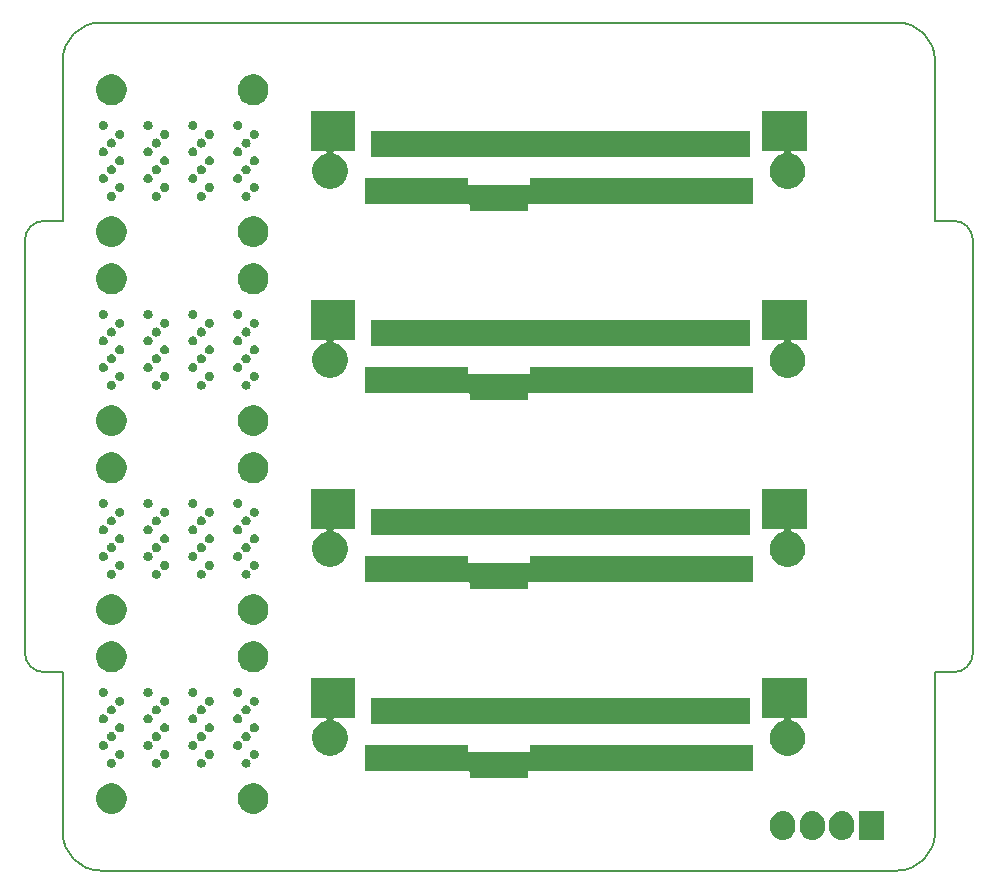
<source format=gbr>
%TF.GenerationSoftware,KiCad,Pcbnew,5.0.2-bee76a0~70~ubuntu18.10.1*%
%TF.CreationDate,2019-01-07T09:39:01-07:00*%
%TF.ProjectId,thelio-io-sas,7468656c-696f-42d6-996f-2d7361732e6b,rev?*%
%TF.SameCoordinates,Original*%
%TF.FileFunction,Soldermask,Top*%
%TF.FilePolarity,Negative*%
%FSLAX46Y46*%
G04 Gerber Fmt 4.6, Leading zero omitted, Abs format (unit mm)*
G04 Created by KiCad (PCBNEW 5.0.2-bee76a0~70~ubuntu18.10.1) date Mon Jan  7 09:39:01 2019*
%MOMM*%
%LPD*%
G01*
G04 APERTURE LIST*
%ADD10C,0.200000*%
%ADD11C,0.150000*%
%ADD12C,0.350000*%
G04 APERTURE END LIST*
D10*
X77050000Y-18400000D02*
X77050000Y-53400000D01*
X75450000Y-16800000D02*
G75*
G02X77050000Y-18400000I0J-1600000D01*
G01*
X73850000Y-16800000D02*
X75450000Y-16800000D01*
X73850000Y-55000000D02*
X75450000Y-55000000D01*
X77050000Y-53400000D02*
G75*
G02X75450000Y-55000000I-1600000J0D01*
G01*
X70650000Y0D02*
G75*
G02X73850000Y-3200000I0J-3200000D01*
G01*
D11*
X73850000Y-68600000D02*
G75*
G02X70650000Y-71800000I-3200000J0D01*
G01*
D10*
X73850000Y-16800000D02*
X73850000Y-3200000D01*
X73850000Y-55000000D02*
X73850000Y-68600000D01*
X-3200000Y-18400000D02*
G75*
G02X-1600000Y-16800000I1600000J0D01*
G01*
X0Y-16800000D02*
X-1600000Y-16800000D01*
X0Y-55000000D02*
X-1600000Y-55000000D01*
X-1600000Y-55000000D02*
G75*
G02X-3200000Y-53400000I0J1600000D01*
G01*
X-3200000Y-53400000D02*
X-3200000Y-18400000D01*
X0Y-16800000D02*
X0Y-3200000D01*
X0Y-55000000D02*
X0Y-68600000D01*
X3200000Y0D02*
X70650000Y0D01*
X0Y-3200000D02*
G75*
G02X3200000Y0I3200000J0D01*
G01*
X70650000Y-71800000D02*
X3200000Y-71800000D01*
X3200000Y-71800000D02*
G75*
G02X0Y-68600000I0J3200000D01*
G01*
D12*
G36*
X63634419Y-66787026D02*
X63668777Y-66790410D01*
X63802611Y-66831009D01*
X63869529Y-66851308D01*
X64054545Y-66950200D01*
X64216712Y-67083288D01*
X64349800Y-67245455D01*
X64448692Y-67430470D01*
X64468991Y-67497388D01*
X64509590Y-67631222D01*
X64509590Y-67631224D01*
X64525000Y-67787682D01*
X64525000Y-68192317D01*
X64513443Y-68309660D01*
X64509590Y-68348777D01*
X64468991Y-68482611D01*
X64448692Y-68549529D01*
X64349800Y-68734545D01*
X64216712Y-68896712D01*
X64054545Y-69029800D01*
X63869530Y-69128692D01*
X63802612Y-69148991D01*
X63668778Y-69189590D01*
X63634420Y-69192974D01*
X63460000Y-69210153D01*
X63285581Y-69192974D01*
X63251223Y-69189590D01*
X63117389Y-69148991D01*
X63050471Y-69128692D01*
X62865456Y-69029800D01*
X62703289Y-68896712D01*
X62570200Y-68734545D01*
X62471308Y-68549530D01*
X62434769Y-68429078D01*
X62410410Y-68348778D01*
X62406558Y-68309662D01*
X62395000Y-68192318D01*
X62395000Y-67787683D01*
X62410410Y-67631225D01*
X62410410Y-67631223D01*
X62471308Y-67430472D01*
X62471308Y-67430471D01*
X62570200Y-67245455D01*
X62703288Y-67083288D01*
X62865455Y-66950200D01*
X63050470Y-66851308D01*
X63117388Y-66831009D01*
X63251222Y-66790410D01*
X63285580Y-66787026D01*
X63460000Y-66769847D01*
X63634419Y-66787026D01*
X63634419Y-66787026D01*
G37*
G36*
X66134419Y-66787026D02*
X66168777Y-66790410D01*
X66302611Y-66831009D01*
X66369529Y-66851308D01*
X66554545Y-66950200D01*
X66716712Y-67083288D01*
X66849800Y-67245455D01*
X66948692Y-67430470D01*
X66968991Y-67497388D01*
X67009590Y-67631222D01*
X67009590Y-67631224D01*
X67025000Y-67787682D01*
X67025000Y-68192317D01*
X67013443Y-68309660D01*
X67009590Y-68348777D01*
X66968991Y-68482611D01*
X66948692Y-68549529D01*
X66849800Y-68734545D01*
X66716712Y-68896712D01*
X66554545Y-69029800D01*
X66369530Y-69128692D01*
X66302612Y-69148991D01*
X66168778Y-69189590D01*
X66134420Y-69192974D01*
X65960000Y-69210153D01*
X65785581Y-69192974D01*
X65751223Y-69189590D01*
X65617389Y-69148991D01*
X65550471Y-69128692D01*
X65365456Y-69029800D01*
X65203289Y-68896712D01*
X65070200Y-68734545D01*
X64971308Y-68549530D01*
X64934769Y-68429078D01*
X64910410Y-68348778D01*
X64906558Y-68309662D01*
X64895000Y-68192318D01*
X64895000Y-67787683D01*
X64910410Y-67631225D01*
X64910410Y-67631223D01*
X64971308Y-67430472D01*
X64971308Y-67430471D01*
X65070200Y-67245455D01*
X65203288Y-67083288D01*
X65365455Y-66950200D01*
X65550470Y-66851308D01*
X65617388Y-66831009D01*
X65751222Y-66790410D01*
X65785580Y-66787026D01*
X65960000Y-66769847D01*
X66134419Y-66787026D01*
X66134419Y-66787026D01*
G37*
G36*
X61134419Y-66787026D02*
X61168777Y-66790410D01*
X61302611Y-66831009D01*
X61369529Y-66851308D01*
X61554545Y-66950200D01*
X61716712Y-67083288D01*
X61849800Y-67245455D01*
X61948692Y-67430470D01*
X61968991Y-67497388D01*
X62009590Y-67631222D01*
X62009590Y-67631224D01*
X62025000Y-67787682D01*
X62025000Y-68192317D01*
X62013443Y-68309660D01*
X62009590Y-68348777D01*
X61968991Y-68482611D01*
X61948692Y-68549529D01*
X61849800Y-68734545D01*
X61716712Y-68896712D01*
X61554545Y-69029800D01*
X61369530Y-69128692D01*
X61302612Y-69148991D01*
X61168778Y-69189590D01*
X61134420Y-69192974D01*
X60960000Y-69210153D01*
X60785581Y-69192974D01*
X60751223Y-69189590D01*
X60617389Y-69148991D01*
X60550471Y-69128692D01*
X60365456Y-69029800D01*
X60203289Y-68896712D01*
X60070200Y-68734545D01*
X59971308Y-68549530D01*
X59934769Y-68429078D01*
X59910410Y-68348778D01*
X59906558Y-68309662D01*
X59895000Y-68192318D01*
X59895000Y-67787683D01*
X59910410Y-67631225D01*
X59910410Y-67631223D01*
X59971308Y-67430472D01*
X59971308Y-67430471D01*
X60070200Y-67245455D01*
X60203288Y-67083288D01*
X60365455Y-66950200D01*
X60550470Y-66851308D01*
X60617388Y-66831009D01*
X60751222Y-66790410D01*
X60785580Y-66787026D01*
X60960000Y-66769847D01*
X61134419Y-66787026D01*
X61134419Y-66787026D01*
G37*
G36*
X69525000Y-69205000D02*
X67395000Y-69205000D01*
X67395000Y-66775000D01*
X69525000Y-66775000D01*
X69525000Y-69205000D01*
X69525000Y-69205000D01*
G37*
G36*
X4499196Y-64449958D02*
X4735780Y-64547954D01*
X4948705Y-64690226D01*
X5129774Y-64871295D01*
X5272046Y-65084220D01*
X5370042Y-65320804D01*
X5420000Y-65571960D01*
X5420000Y-65828040D01*
X5370042Y-66079196D01*
X5272046Y-66315780D01*
X5129774Y-66528705D01*
X4948705Y-66709774D01*
X4735780Y-66852046D01*
X4499196Y-66950042D01*
X4248040Y-67000000D01*
X3991960Y-67000000D01*
X3740804Y-66950042D01*
X3504220Y-66852046D01*
X3291295Y-66709774D01*
X3110226Y-66528705D01*
X2967954Y-66315780D01*
X2869958Y-66079196D01*
X2820000Y-65828040D01*
X2820000Y-65571960D01*
X2869958Y-65320804D01*
X2967954Y-65084220D01*
X3110226Y-64871295D01*
X3291295Y-64690226D01*
X3504220Y-64547954D01*
X3740804Y-64449958D01*
X3991960Y-64400000D01*
X4248040Y-64400000D01*
X4499196Y-64449958D01*
X4499196Y-64449958D01*
G37*
G36*
X16499196Y-64449958D02*
X16735780Y-64547954D01*
X16948705Y-64690226D01*
X17129774Y-64871295D01*
X17272046Y-65084220D01*
X17370042Y-65320804D01*
X17420000Y-65571960D01*
X17420000Y-65828040D01*
X17370042Y-66079196D01*
X17272046Y-66315780D01*
X17129774Y-66528705D01*
X16948705Y-66709774D01*
X16735780Y-66852046D01*
X16499196Y-66950042D01*
X16248040Y-67000000D01*
X15991960Y-67000000D01*
X15740804Y-66950042D01*
X15504220Y-66852046D01*
X15291295Y-66709774D01*
X15110226Y-66528705D01*
X14967954Y-66315780D01*
X14869958Y-66079196D01*
X14820000Y-65828040D01*
X14820000Y-65571960D01*
X14869958Y-65320804D01*
X14967954Y-65084220D01*
X15110226Y-64871295D01*
X15291295Y-64690226D01*
X15504220Y-64547954D01*
X15740804Y-64449958D01*
X15991960Y-64400000D01*
X16248040Y-64400000D01*
X16499196Y-64449958D01*
X16499196Y-64449958D01*
G37*
G36*
X34295000Y-61665000D02*
X34297402Y-61689386D01*
X34304515Y-61712835D01*
X34316066Y-61734446D01*
X34331612Y-61753388D01*
X34350554Y-61768934D01*
X34372165Y-61780485D01*
X34395614Y-61787598D01*
X34420000Y-61790000D01*
X39420000Y-61790000D01*
X39444386Y-61787598D01*
X39467835Y-61780485D01*
X39489446Y-61768934D01*
X39508388Y-61753388D01*
X39523934Y-61734446D01*
X39535485Y-61712835D01*
X39542598Y-61689386D01*
X39545000Y-61665000D01*
X39545000Y-61170000D01*
X58425000Y-61170000D01*
X58425000Y-63370000D01*
X39495000Y-63370000D01*
X39470614Y-63372402D01*
X39447165Y-63379515D01*
X39425554Y-63391066D01*
X39406612Y-63406612D01*
X39391066Y-63425554D01*
X39379515Y-63447165D01*
X39372402Y-63470614D01*
X39370000Y-63495000D01*
X39370000Y-63990000D01*
X34470000Y-63990000D01*
X34470000Y-63495000D01*
X34467598Y-63470614D01*
X34460485Y-63447165D01*
X34448934Y-63425554D01*
X34433388Y-63406612D01*
X34414446Y-63391066D01*
X34392835Y-63379515D01*
X34369386Y-63372402D01*
X34345000Y-63370000D01*
X25575000Y-63370000D01*
X25575000Y-61170000D01*
X34295000Y-61170000D01*
X34295000Y-61665000D01*
X34295000Y-61665000D01*
G37*
G36*
X15584087Y-62320205D02*
X15632300Y-62329795D01*
X15702366Y-62358817D01*
X15702367Y-62358818D01*
X15765426Y-62400953D01*
X15819047Y-62454574D01*
X15819049Y-62454577D01*
X15861183Y-62517634D01*
X15890205Y-62587700D01*
X15905000Y-62662081D01*
X15905000Y-62737919D01*
X15890205Y-62812300D01*
X15861183Y-62882366D01*
X15861182Y-62882367D01*
X15819047Y-62945426D01*
X15765426Y-62999047D01*
X15765423Y-62999049D01*
X15702366Y-63041183D01*
X15632300Y-63070205D01*
X15595109Y-63077603D01*
X15557921Y-63085000D01*
X15482079Y-63085000D01*
X15444891Y-63077603D01*
X15407700Y-63070205D01*
X15337634Y-63041183D01*
X15274577Y-62999049D01*
X15274574Y-62999047D01*
X15220953Y-62945426D01*
X15178818Y-62882367D01*
X15178817Y-62882366D01*
X15149795Y-62812300D01*
X15135000Y-62737919D01*
X15135000Y-62662081D01*
X15149795Y-62587700D01*
X15178817Y-62517634D01*
X15220951Y-62454577D01*
X15220953Y-62454574D01*
X15274574Y-62400953D01*
X15337633Y-62358818D01*
X15337634Y-62358817D01*
X15407700Y-62329795D01*
X15455913Y-62320205D01*
X15482079Y-62315000D01*
X15557921Y-62315000D01*
X15584087Y-62320205D01*
X15584087Y-62320205D01*
G37*
G36*
X11784087Y-62320205D02*
X11832300Y-62329795D01*
X11902366Y-62358817D01*
X11902367Y-62358818D01*
X11965426Y-62400953D01*
X12019047Y-62454574D01*
X12019049Y-62454577D01*
X12061183Y-62517634D01*
X12090205Y-62587700D01*
X12105000Y-62662081D01*
X12105000Y-62737919D01*
X12090205Y-62812300D01*
X12061183Y-62882366D01*
X12061182Y-62882367D01*
X12019047Y-62945426D01*
X11965426Y-62999047D01*
X11965423Y-62999049D01*
X11902366Y-63041183D01*
X11832300Y-63070205D01*
X11795109Y-63077603D01*
X11757921Y-63085000D01*
X11682079Y-63085000D01*
X11644891Y-63077603D01*
X11607700Y-63070205D01*
X11537634Y-63041183D01*
X11474577Y-62999049D01*
X11474574Y-62999047D01*
X11420953Y-62945426D01*
X11378818Y-62882367D01*
X11378817Y-62882366D01*
X11349795Y-62812300D01*
X11335000Y-62737919D01*
X11335000Y-62662081D01*
X11349795Y-62587700D01*
X11378817Y-62517634D01*
X11420951Y-62454577D01*
X11420953Y-62454574D01*
X11474574Y-62400953D01*
X11537633Y-62358818D01*
X11537634Y-62358817D01*
X11607700Y-62329795D01*
X11655913Y-62320205D01*
X11682079Y-62315000D01*
X11757921Y-62315000D01*
X11784087Y-62320205D01*
X11784087Y-62320205D01*
G37*
G36*
X7984087Y-62320205D02*
X8032300Y-62329795D01*
X8102366Y-62358817D01*
X8102367Y-62358818D01*
X8165426Y-62400953D01*
X8219047Y-62454574D01*
X8219049Y-62454577D01*
X8261183Y-62517634D01*
X8290205Y-62587700D01*
X8305000Y-62662081D01*
X8305000Y-62737919D01*
X8290205Y-62812300D01*
X8261183Y-62882366D01*
X8261182Y-62882367D01*
X8219047Y-62945426D01*
X8165426Y-62999047D01*
X8165423Y-62999049D01*
X8102366Y-63041183D01*
X8032300Y-63070205D01*
X7995109Y-63077603D01*
X7957921Y-63085000D01*
X7882079Y-63085000D01*
X7844891Y-63077603D01*
X7807700Y-63070205D01*
X7737634Y-63041183D01*
X7674577Y-62999049D01*
X7674574Y-62999047D01*
X7620953Y-62945426D01*
X7578818Y-62882367D01*
X7578817Y-62882366D01*
X7549795Y-62812300D01*
X7535000Y-62737919D01*
X7535000Y-62662081D01*
X7549795Y-62587700D01*
X7578817Y-62517634D01*
X7620951Y-62454577D01*
X7620953Y-62454574D01*
X7674574Y-62400953D01*
X7737633Y-62358818D01*
X7737634Y-62358817D01*
X7807700Y-62329795D01*
X7855913Y-62320205D01*
X7882079Y-62315000D01*
X7957921Y-62315000D01*
X7984087Y-62320205D01*
X7984087Y-62320205D01*
G37*
G36*
X4184087Y-62320205D02*
X4232300Y-62329795D01*
X4302366Y-62358817D01*
X4302367Y-62358818D01*
X4365426Y-62400953D01*
X4419047Y-62454574D01*
X4419049Y-62454577D01*
X4461183Y-62517634D01*
X4490205Y-62587700D01*
X4505000Y-62662081D01*
X4505000Y-62737919D01*
X4490205Y-62812300D01*
X4461183Y-62882366D01*
X4461182Y-62882367D01*
X4419047Y-62945426D01*
X4365426Y-62999047D01*
X4365423Y-62999049D01*
X4302366Y-63041183D01*
X4232300Y-63070205D01*
X4195109Y-63077603D01*
X4157921Y-63085000D01*
X4082079Y-63085000D01*
X4044891Y-63077603D01*
X4007700Y-63070205D01*
X3937634Y-63041183D01*
X3874577Y-62999049D01*
X3874574Y-62999047D01*
X3820953Y-62945426D01*
X3778818Y-62882367D01*
X3778817Y-62882366D01*
X3749795Y-62812300D01*
X3735000Y-62737919D01*
X3735000Y-62662081D01*
X3749795Y-62587700D01*
X3778817Y-62517634D01*
X3820951Y-62454577D01*
X3820953Y-62454574D01*
X3874574Y-62400953D01*
X3937633Y-62358818D01*
X3937634Y-62358817D01*
X4007700Y-62329795D01*
X4055913Y-62320205D01*
X4082079Y-62315000D01*
X4157921Y-62315000D01*
X4184087Y-62320205D01*
X4184087Y-62320205D01*
G37*
G36*
X8684087Y-61570205D02*
X8732300Y-61579795D01*
X8802366Y-61608817D01*
X8802367Y-61608818D01*
X8865426Y-61650953D01*
X8919047Y-61704574D01*
X8919049Y-61704577D01*
X8961183Y-61767634D01*
X8990205Y-61837700D01*
X8990205Y-61837702D01*
X9005000Y-61912079D01*
X9005000Y-61987921D01*
X8997603Y-62025109D01*
X8990205Y-62062300D01*
X8961183Y-62132366D01*
X8961182Y-62132367D01*
X8919047Y-62195426D01*
X8865426Y-62249047D01*
X8865423Y-62249049D01*
X8802366Y-62291183D01*
X8732300Y-62320205D01*
X8695109Y-62327603D01*
X8657921Y-62335000D01*
X8582079Y-62335000D01*
X8544891Y-62327603D01*
X8507700Y-62320205D01*
X8437634Y-62291183D01*
X8374577Y-62249049D01*
X8374574Y-62249047D01*
X8320953Y-62195426D01*
X8278818Y-62132367D01*
X8278817Y-62132366D01*
X8249795Y-62062300D01*
X8242397Y-62025109D01*
X8235000Y-61987921D01*
X8235000Y-61912079D01*
X8249795Y-61837702D01*
X8249795Y-61837700D01*
X8278817Y-61767634D01*
X8320951Y-61704577D01*
X8320953Y-61704574D01*
X8374574Y-61650953D01*
X8437633Y-61608818D01*
X8437634Y-61608817D01*
X8507700Y-61579795D01*
X8555913Y-61570205D01*
X8582079Y-61565000D01*
X8657921Y-61565000D01*
X8684087Y-61570205D01*
X8684087Y-61570205D01*
G37*
G36*
X4884087Y-61570205D02*
X4932300Y-61579795D01*
X5002366Y-61608817D01*
X5002367Y-61608818D01*
X5065426Y-61650953D01*
X5119047Y-61704574D01*
X5119049Y-61704577D01*
X5161183Y-61767634D01*
X5190205Y-61837700D01*
X5190205Y-61837702D01*
X5205000Y-61912079D01*
X5205000Y-61987921D01*
X5197603Y-62025109D01*
X5190205Y-62062300D01*
X5161183Y-62132366D01*
X5161182Y-62132367D01*
X5119047Y-62195426D01*
X5065426Y-62249047D01*
X5065423Y-62249049D01*
X5002366Y-62291183D01*
X4932300Y-62320205D01*
X4895109Y-62327603D01*
X4857921Y-62335000D01*
X4782079Y-62335000D01*
X4744891Y-62327603D01*
X4707700Y-62320205D01*
X4637634Y-62291183D01*
X4574577Y-62249049D01*
X4574574Y-62249047D01*
X4520953Y-62195426D01*
X4478818Y-62132367D01*
X4478817Y-62132366D01*
X4449795Y-62062300D01*
X4442397Y-62025109D01*
X4435000Y-61987921D01*
X4435000Y-61912079D01*
X4449795Y-61837702D01*
X4449795Y-61837700D01*
X4478817Y-61767634D01*
X4520951Y-61704577D01*
X4520953Y-61704574D01*
X4574574Y-61650953D01*
X4637633Y-61608818D01*
X4637634Y-61608817D01*
X4707700Y-61579795D01*
X4755913Y-61570205D01*
X4782079Y-61565000D01*
X4857921Y-61565000D01*
X4884087Y-61570205D01*
X4884087Y-61570205D01*
G37*
G36*
X16284087Y-61570205D02*
X16332300Y-61579795D01*
X16402366Y-61608817D01*
X16402367Y-61608818D01*
X16465426Y-61650953D01*
X16519047Y-61704574D01*
X16519049Y-61704577D01*
X16561183Y-61767634D01*
X16590205Y-61837700D01*
X16590205Y-61837702D01*
X16605000Y-61912079D01*
X16605000Y-61987921D01*
X16597603Y-62025109D01*
X16590205Y-62062300D01*
X16561183Y-62132366D01*
X16561182Y-62132367D01*
X16519047Y-62195426D01*
X16465426Y-62249047D01*
X16465423Y-62249049D01*
X16402366Y-62291183D01*
X16332300Y-62320205D01*
X16295109Y-62327603D01*
X16257921Y-62335000D01*
X16182079Y-62335000D01*
X16144891Y-62327603D01*
X16107700Y-62320205D01*
X16037634Y-62291183D01*
X15974577Y-62249049D01*
X15974574Y-62249047D01*
X15920953Y-62195426D01*
X15878818Y-62132367D01*
X15878817Y-62132366D01*
X15849795Y-62062300D01*
X15842397Y-62025109D01*
X15835000Y-61987921D01*
X15835000Y-61912079D01*
X15849795Y-61837702D01*
X15849795Y-61837700D01*
X15878817Y-61767634D01*
X15920951Y-61704577D01*
X15920953Y-61704574D01*
X15974574Y-61650953D01*
X16037633Y-61608818D01*
X16037634Y-61608817D01*
X16107700Y-61579795D01*
X16155913Y-61570205D01*
X16182079Y-61565000D01*
X16257921Y-61565000D01*
X16284087Y-61570205D01*
X16284087Y-61570205D01*
G37*
G36*
X12484087Y-61570205D02*
X12532300Y-61579795D01*
X12602366Y-61608817D01*
X12602367Y-61608818D01*
X12665426Y-61650953D01*
X12719047Y-61704574D01*
X12719049Y-61704577D01*
X12761183Y-61767634D01*
X12790205Y-61837700D01*
X12790205Y-61837702D01*
X12805000Y-61912079D01*
X12805000Y-61987921D01*
X12797603Y-62025109D01*
X12790205Y-62062300D01*
X12761183Y-62132366D01*
X12761182Y-62132367D01*
X12719047Y-62195426D01*
X12665426Y-62249047D01*
X12665423Y-62249049D01*
X12602366Y-62291183D01*
X12532300Y-62320205D01*
X12495109Y-62327603D01*
X12457921Y-62335000D01*
X12382079Y-62335000D01*
X12344891Y-62327603D01*
X12307700Y-62320205D01*
X12237634Y-62291183D01*
X12174577Y-62249049D01*
X12174574Y-62249047D01*
X12120953Y-62195426D01*
X12078818Y-62132367D01*
X12078817Y-62132366D01*
X12049795Y-62062300D01*
X12042397Y-62025109D01*
X12035000Y-61987921D01*
X12035000Y-61912079D01*
X12049795Y-61837702D01*
X12049795Y-61837700D01*
X12078817Y-61767634D01*
X12120951Y-61704577D01*
X12120953Y-61704574D01*
X12174574Y-61650953D01*
X12237633Y-61608818D01*
X12237634Y-61608817D01*
X12307700Y-61579795D01*
X12355913Y-61570205D01*
X12382079Y-61565000D01*
X12457921Y-61565000D01*
X12484087Y-61570205D01*
X12484087Y-61570205D01*
G37*
G36*
X62975000Y-58860000D02*
X61776415Y-58860000D01*
X61752029Y-58862402D01*
X61728580Y-58869515D01*
X61706969Y-58881066D01*
X61688027Y-58896612D01*
X61672481Y-58915554D01*
X61660930Y-58937165D01*
X61653817Y-58960614D01*
X61651415Y-58985000D01*
X61653817Y-59009386D01*
X61660930Y-59032835D01*
X61672481Y-59054446D01*
X61688027Y-59073388D01*
X61706969Y-59088934D01*
X61728580Y-59100485D01*
X61752029Y-59107598D01*
X61802534Y-59117644D01*
X62075517Y-59230717D01*
X62223797Y-59329795D01*
X62321197Y-59394876D01*
X62530124Y-59603803D01*
X62530126Y-59603806D01*
X62694283Y-59849483D01*
X62801703Y-60108818D01*
X62807356Y-60122467D01*
X62865000Y-60412261D01*
X62865000Y-60707739D01*
X62834948Y-60858818D01*
X62807356Y-60997534D01*
X62694283Y-61270517D01*
X62666364Y-61312300D01*
X62530124Y-61516197D01*
X62321197Y-61725124D01*
X62321194Y-61725126D01*
X62075517Y-61889283D01*
X62075516Y-61889284D01*
X62075515Y-61889284D01*
X62020478Y-61912081D01*
X61802534Y-62002356D01*
X61705935Y-62021571D01*
X61512739Y-62060000D01*
X61217261Y-62060000D01*
X61024065Y-62021571D01*
X60927466Y-62002356D01*
X60709522Y-61912081D01*
X60654485Y-61889284D01*
X60654484Y-61889284D01*
X60654483Y-61889283D01*
X60408806Y-61725126D01*
X60408803Y-61725124D01*
X60199876Y-61516197D01*
X60063636Y-61312300D01*
X60035717Y-61270517D01*
X59922644Y-60997534D01*
X59895052Y-60858818D01*
X59865000Y-60707739D01*
X59865000Y-60412261D01*
X59922644Y-60122467D01*
X59928298Y-60108818D01*
X60035717Y-59849483D01*
X60199874Y-59603806D01*
X60199876Y-59603803D01*
X60408803Y-59394876D01*
X60506203Y-59329795D01*
X60654483Y-59230717D01*
X60927466Y-59117644D01*
X60977971Y-59107598D01*
X61001421Y-59100485D01*
X61023031Y-59088934D01*
X61041973Y-59073388D01*
X61057519Y-59054446D01*
X61069070Y-59032835D01*
X61076183Y-59009386D01*
X61078585Y-58985000D01*
X61076183Y-58960614D01*
X61069070Y-58937164D01*
X61057519Y-58915554D01*
X61041973Y-58896612D01*
X61023031Y-58881066D01*
X61001420Y-58869515D01*
X60977971Y-58862402D01*
X60953585Y-58860000D01*
X59215000Y-58860000D01*
X59215000Y-55460000D01*
X62975000Y-55460000D01*
X62975000Y-58860000D01*
X62975000Y-58860000D01*
G37*
G36*
X24785000Y-58860000D02*
X23046415Y-58860000D01*
X23022029Y-58862402D01*
X22998580Y-58869515D01*
X22976969Y-58881066D01*
X22958027Y-58896612D01*
X22942481Y-58915554D01*
X22930930Y-58937165D01*
X22923817Y-58960614D01*
X22921415Y-58985000D01*
X22923817Y-59009386D01*
X22930930Y-59032835D01*
X22942481Y-59054446D01*
X22958027Y-59073388D01*
X22976969Y-59088934D01*
X22998580Y-59100485D01*
X23022029Y-59107598D01*
X23072534Y-59117644D01*
X23345517Y-59230717D01*
X23493797Y-59329795D01*
X23591197Y-59394876D01*
X23800124Y-59603803D01*
X23800126Y-59603806D01*
X23964283Y-59849483D01*
X24071703Y-60108818D01*
X24077356Y-60122467D01*
X24135000Y-60412261D01*
X24135000Y-60707739D01*
X24104948Y-60858818D01*
X24077356Y-60997534D01*
X23964283Y-61270517D01*
X23936364Y-61312300D01*
X23800124Y-61516197D01*
X23591197Y-61725124D01*
X23591194Y-61725126D01*
X23345517Y-61889283D01*
X23345516Y-61889284D01*
X23345515Y-61889284D01*
X23290478Y-61912081D01*
X23072534Y-62002356D01*
X22975935Y-62021571D01*
X22782739Y-62060000D01*
X22487261Y-62060000D01*
X22294065Y-62021571D01*
X22197466Y-62002356D01*
X21979522Y-61912081D01*
X21924485Y-61889284D01*
X21924484Y-61889284D01*
X21924483Y-61889283D01*
X21678806Y-61725126D01*
X21678803Y-61725124D01*
X21469876Y-61516197D01*
X21333636Y-61312300D01*
X21305717Y-61270517D01*
X21192644Y-60997534D01*
X21165052Y-60858818D01*
X21135000Y-60707739D01*
X21135000Y-60412261D01*
X21192644Y-60122467D01*
X21198298Y-60108818D01*
X21305717Y-59849483D01*
X21469874Y-59603806D01*
X21469876Y-59603803D01*
X21678803Y-59394876D01*
X21776203Y-59329795D01*
X21924483Y-59230717D01*
X22197466Y-59117644D01*
X22247971Y-59107598D01*
X22271421Y-59100485D01*
X22293031Y-59088934D01*
X22311973Y-59073388D01*
X22327519Y-59054446D01*
X22339070Y-59032835D01*
X22346183Y-59009386D01*
X22348585Y-58985000D01*
X22346183Y-58960614D01*
X22339070Y-58937164D01*
X22327519Y-58915554D01*
X22311973Y-58896612D01*
X22293031Y-58881066D01*
X22271420Y-58869515D01*
X22247971Y-58862402D01*
X22223585Y-58860000D01*
X21025000Y-58860000D01*
X21025000Y-55460000D01*
X24785000Y-55460000D01*
X24785000Y-58860000D01*
X24785000Y-58860000D01*
G37*
G36*
X7284087Y-60820205D02*
X7332300Y-60829795D01*
X7402366Y-60858817D01*
X7402367Y-60858818D01*
X7465426Y-60900953D01*
X7519047Y-60954574D01*
X7519049Y-60954577D01*
X7561183Y-61017634D01*
X7590205Y-61087700D01*
X7605000Y-61162081D01*
X7605000Y-61237919D01*
X7590205Y-61312300D01*
X7561183Y-61382366D01*
X7561182Y-61382367D01*
X7519047Y-61445426D01*
X7465426Y-61499047D01*
X7465423Y-61499049D01*
X7402366Y-61541183D01*
X7332300Y-61570205D01*
X7295110Y-61577602D01*
X7257921Y-61585000D01*
X7182079Y-61585000D01*
X7144890Y-61577602D01*
X7107700Y-61570205D01*
X7037634Y-61541183D01*
X6974577Y-61499049D01*
X6974574Y-61499047D01*
X6920953Y-61445426D01*
X6878818Y-61382367D01*
X6878817Y-61382366D01*
X6849795Y-61312300D01*
X6835000Y-61237919D01*
X6835000Y-61162081D01*
X6849795Y-61087700D01*
X6878817Y-61017634D01*
X6920951Y-60954577D01*
X6920953Y-60954574D01*
X6974574Y-60900953D01*
X7037633Y-60858818D01*
X7037634Y-60858817D01*
X7107700Y-60829795D01*
X7155913Y-60820205D01*
X7182079Y-60815000D01*
X7257921Y-60815000D01*
X7284087Y-60820205D01*
X7284087Y-60820205D01*
G37*
G36*
X11084087Y-60820205D02*
X11132300Y-60829795D01*
X11202366Y-60858817D01*
X11202367Y-60858818D01*
X11265426Y-60900953D01*
X11319047Y-60954574D01*
X11319049Y-60954577D01*
X11361183Y-61017634D01*
X11390205Y-61087700D01*
X11405000Y-61162081D01*
X11405000Y-61237919D01*
X11390205Y-61312300D01*
X11361183Y-61382366D01*
X11361182Y-61382367D01*
X11319047Y-61445426D01*
X11265426Y-61499047D01*
X11265423Y-61499049D01*
X11202366Y-61541183D01*
X11132300Y-61570205D01*
X11095110Y-61577602D01*
X11057921Y-61585000D01*
X10982079Y-61585000D01*
X10944890Y-61577602D01*
X10907700Y-61570205D01*
X10837634Y-61541183D01*
X10774577Y-61499049D01*
X10774574Y-61499047D01*
X10720953Y-61445426D01*
X10678818Y-61382367D01*
X10678817Y-61382366D01*
X10649795Y-61312300D01*
X10635000Y-61237919D01*
X10635000Y-61162081D01*
X10649795Y-61087700D01*
X10678817Y-61017634D01*
X10720951Y-60954577D01*
X10720953Y-60954574D01*
X10774574Y-60900953D01*
X10837633Y-60858818D01*
X10837634Y-60858817D01*
X10907700Y-60829795D01*
X10955913Y-60820205D01*
X10982079Y-60815000D01*
X11057921Y-60815000D01*
X11084087Y-60820205D01*
X11084087Y-60820205D01*
G37*
G36*
X3484087Y-60820205D02*
X3532300Y-60829795D01*
X3602366Y-60858817D01*
X3602367Y-60858818D01*
X3665426Y-60900953D01*
X3719047Y-60954574D01*
X3719049Y-60954577D01*
X3761183Y-61017634D01*
X3790205Y-61087700D01*
X3805000Y-61162081D01*
X3805000Y-61237919D01*
X3790205Y-61312300D01*
X3761183Y-61382366D01*
X3761182Y-61382367D01*
X3719047Y-61445426D01*
X3665426Y-61499047D01*
X3665423Y-61499049D01*
X3602366Y-61541183D01*
X3532300Y-61570205D01*
X3495110Y-61577602D01*
X3457921Y-61585000D01*
X3382079Y-61585000D01*
X3344890Y-61577602D01*
X3307700Y-61570205D01*
X3237634Y-61541183D01*
X3174577Y-61499049D01*
X3174574Y-61499047D01*
X3120953Y-61445426D01*
X3078818Y-61382367D01*
X3078817Y-61382366D01*
X3049795Y-61312300D01*
X3035000Y-61237919D01*
X3035000Y-61162081D01*
X3049795Y-61087700D01*
X3078817Y-61017634D01*
X3120951Y-60954577D01*
X3120953Y-60954574D01*
X3174574Y-60900953D01*
X3237633Y-60858818D01*
X3237634Y-60858817D01*
X3307700Y-60829795D01*
X3355913Y-60820205D01*
X3382079Y-60815000D01*
X3457921Y-60815000D01*
X3484087Y-60820205D01*
X3484087Y-60820205D01*
G37*
G36*
X14884087Y-60820205D02*
X14932300Y-60829795D01*
X15002366Y-60858817D01*
X15002367Y-60858818D01*
X15065426Y-60900953D01*
X15119047Y-60954574D01*
X15119049Y-60954577D01*
X15161183Y-61017634D01*
X15190205Y-61087700D01*
X15205000Y-61162081D01*
X15205000Y-61237919D01*
X15190205Y-61312300D01*
X15161183Y-61382366D01*
X15161182Y-61382367D01*
X15119047Y-61445426D01*
X15065426Y-61499047D01*
X15065423Y-61499049D01*
X15002366Y-61541183D01*
X14932300Y-61570205D01*
X14895110Y-61577602D01*
X14857921Y-61585000D01*
X14782079Y-61585000D01*
X14744890Y-61577602D01*
X14707700Y-61570205D01*
X14637634Y-61541183D01*
X14574577Y-61499049D01*
X14574574Y-61499047D01*
X14520953Y-61445426D01*
X14478818Y-61382367D01*
X14478817Y-61382366D01*
X14449795Y-61312300D01*
X14435000Y-61237919D01*
X14435000Y-61162081D01*
X14449795Y-61087700D01*
X14478817Y-61017634D01*
X14520951Y-60954577D01*
X14520953Y-60954574D01*
X14574574Y-60900953D01*
X14637633Y-60858818D01*
X14637634Y-60858817D01*
X14707700Y-60829795D01*
X14755913Y-60820205D01*
X14782079Y-60815000D01*
X14857921Y-60815000D01*
X14884087Y-60820205D01*
X14884087Y-60820205D01*
G37*
G36*
X15584087Y-60070205D02*
X15632300Y-60079795D01*
X15702366Y-60108817D01*
X15702367Y-60108818D01*
X15765426Y-60150953D01*
X15819047Y-60204574D01*
X15819049Y-60204577D01*
X15861183Y-60267634D01*
X15890205Y-60337700D01*
X15905000Y-60412081D01*
X15905000Y-60487919D01*
X15890205Y-60562300D01*
X15861183Y-60632366D01*
X15861182Y-60632367D01*
X15819047Y-60695426D01*
X15765426Y-60749047D01*
X15765423Y-60749049D01*
X15702366Y-60791183D01*
X15632300Y-60820205D01*
X15595110Y-60827602D01*
X15557921Y-60835000D01*
X15482079Y-60835000D01*
X15444890Y-60827602D01*
X15407700Y-60820205D01*
X15337634Y-60791183D01*
X15274577Y-60749049D01*
X15274574Y-60749047D01*
X15220953Y-60695426D01*
X15178818Y-60632367D01*
X15178817Y-60632366D01*
X15149795Y-60562300D01*
X15135000Y-60487919D01*
X15135000Y-60412081D01*
X15149795Y-60337700D01*
X15178817Y-60267634D01*
X15220951Y-60204577D01*
X15220953Y-60204574D01*
X15274574Y-60150953D01*
X15337633Y-60108818D01*
X15337634Y-60108817D01*
X15407700Y-60079795D01*
X15455913Y-60070205D01*
X15482079Y-60065000D01*
X15557921Y-60065000D01*
X15584087Y-60070205D01*
X15584087Y-60070205D01*
G37*
G36*
X4184087Y-60070205D02*
X4232300Y-60079795D01*
X4302366Y-60108817D01*
X4302367Y-60108818D01*
X4365426Y-60150953D01*
X4419047Y-60204574D01*
X4419049Y-60204577D01*
X4461183Y-60267634D01*
X4490205Y-60337700D01*
X4505000Y-60412081D01*
X4505000Y-60487919D01*
X4490205Y-60562300D01*
X4461183Y-60632366D01*
X4461182Y-60632367D01*
X4419047Y-60695426D01*
X4365426Y-60749047D01*
X4365423Y-60749049D01*
X4302366Y-60791183D01*
X4232300Y-60820205D01*
X4195110Y-60827602D01*
X4157921Y-60835000D01*
X4082079Y-60835000D01*
X4044890Y-60827602D01*
X4007700Y-60820205D01*
X3937634Y-60791183D01*
X3874577Y-60749049D01*
X3874574Y-60749047D01*
X3820953Y-60695426D01*
X3778818Y-60632367D01*
X3778817Y-60632366D01*
X3749795Y-60562300D01*
X3735000Y-60487919D01*
X3735000Y-60412081D01*
X3749795Y-60337700D01*
X3778817Y-60267634D01*
X3820951Y-60204577D01*
X3820953Y-60204574D01*
X3874574Y-60150953D01*
X3937633Y-60108818D01*
X3937634Y-60108817D01*
X4007700Y-60079795D01*
X4055913Y-60070205D01*
X4082079Y-60065000D01*
X4157921Y-60065000D01*
X4184087Y-60070205D01*
X4184087Y-60070205D01*
G37*
G36*
X11784087Y-60070205D02*
X11832300Y-60079795D01*
X11902366Y-60108817D01*
X11902367Y-60108818D01*
X11965426Y-60150953D01*
X12019047Y-60204574D01*
X12019049Y-60204577D01*
X12061183Y-60267634D01*
X12090205Y-60337700D01*
X12105000Y-60412081D01*
X12105000Y-60487919D01*
X12090205Y-60562300D01*
X12061183Y-60632366D01*
X12061182Y-60632367D01*
X12019047Y-60695426D01*
X11965426Y-60749047D01*
X11965423Y-60749049D01*
X11902366Y-60791183D01*
X11832300Y-60820205D01*
X11795110Y-60827602D01*
X11757921Y-60835000D01*
X11682079Y-60835000D01*
X11644890Y-60827602D01*
X11607700Y-60820205D01*
X11537634Y-60791183D01*
X11474577Y-60749049D01*
X11474574Y-60749047D01*
X11420953Y-60695426D01*
X11378818Y-60632367D01*
X11378817Y-60632366D01*
X11349795Y-60562300D01*
X11335000Y-60487919D01*
X11335000Y-60412081D01*
X11349795Y-60337700D01*
X11378817Y-60267634D01*
X11420951Y-60204577D01*
X11420953Y-60204574D01*
X11474574Y-60150953D01*
X11537633Y-60108818D01*
X11537634Y-60108817D01*
X11607700Y-60079795D01*
X11655913Y-60070205D01*
X11682079Y-60065000D01*
X11757921Y-60065000D01*
X11784087Y-60070205D01*
X11784087Y-60070205D01*
G37*
G36*
X7984087Y-60070205D02*
X8032300Y-60079795D01*
X8102366Y-60108817D01*
X8102367Y-60108818D01*
X8165426Y-60150953D01*
X8219047Y-60204574D01*
X8219049Y-60204577D01*
X8261183Y-60267634D01*
X8290205Y-60337700D01*
X8305000Y-60412081D01*
X8305000Y-60487919D01*
X8290205Y-60562300D01*
X8261183Y-60632366D01*
X8261182Y-60632367D01*
X8219047Y-60695426D01*
X8165426Y-60749047D01*
X8165423Y-60749049D01*
X8102366Y-60791183D01*
X8032300Y-60820205D01*
X7995110Y-60827602D01*
X7957921Y-60835000D01*
X7882079Y-60835000D01*
X7844890Y-60827602D01*
X7807700Y-60820205D01*
X7737634Y-60791183D01*
X7674577Y-60749049D01*
X7674574Y-60749047D01*
X7620953Y-60695426D01*
X7578818Y-60632367D01*
X7578817Y-60632366D01*
X7549795Y-60562300D01*
X7535000Y-60487919D01*
X7535000Y-60412081D01*
X7549795Y-60337700D01*
X7578817Y-60267634D01*
X7620951Y-60204577D01*
X7620953Y-60204574D01*
X7674574Y-60150953D01*
X7737633Y-60108818D01*
X7737634Y-60108817D01*
X7807700Y-60079795D01*
X7855913Y-60070205D01*
X7882079Y-60065000D01*
X7957921Y-60065000D01*
X7984087Y-60070205D01*
X7984087Y-60070205D01*
G37*
G36*
X8684087Y-59320205D02*
X8732300Y-59329795D01*
X8802366Y-59358817D01*
X8802367Y-59358818D01*
X8865426Y-59400953D01*
X8919047Y-59454574D01*
X8919049Y-59454577D01*
X8961183Y-59517634D01*
X8990205Y-59587700D01*
X9005000Y-59662081D01*
X9005000Y-59737919D01*
X8990205Y-59812300D01*
X8961183Y-59882366D01*
X8961182Y-59882367D01*
X8919047Y-59945426D01*
X8865426Y-59999047D01*
X8865423Y-59999049D01*
X8802366Y-60041183D01*
X8732300Y-60070205D01*
X8695110Y-60077602D01*
X8657921Y-60085000D01*
X8582079Y-60085000D01*
X8544890Y-60077602D01*
X8507700Y-60070205D01*
X8437634Y-60041183D01*
X8374577Y-59999049D01*
X8374574Y-59999047D01*
X8320953Y-59945426D01*
X8278818Y-59882367D01*
X8278817Y-59882366D01*
X8249795Y-59812300D01*
X8235000Y-59737919D01*
X8235000Y-59662081D01*
X8249795Y-59587700D01*
X8278817Y-59517634D01*
X8320951Y-59454577D01*
X8320953Y-59454574D01*
X8374574Y-59400953D01*
X8437633Y-59358818D01*
X8437634Y-59358817D01*
X8507700Y-59329795D01*
X8555913Y-59320205D01*
X8582079Y-59315000D01*
X8657921Y-59315000D01*
X8684087Y-59320205D01*
X8684087Y-59320205D01*
G37*
G36*
X4884087Y-59320205D02*
X4932300Y-59329795D01*
X5002366Y-59358817D01*
X5002367Y-59358818D01*
X5065426Y-59400953D01*
X5119047Y-59454574D01*
X5119049Y-59454577D01*
X5161183Y-59517634D01*
X5190205Y-59587700D01*
X5205000Y-59662081D01*
X5205000Y-59737919D01*
X5190205Y-59812300D01*
X5161183Y-59882366D01*
X5161182Y-59882367D01*
X5119047Y-59945426D01*
X5065426Y-59999047D01*
X5065423Y-59999049D01*
X5002366Y-60041183D01*
X4932300Y-60070205D01*
X4895110Y-60077602D01*
X4857921Y-60085000D01*
X4782079Y-60085000D01*
X4744890Y-60077602D01*
X4707700Y-60070205D01*
X4637634Y-60041183D01*
X4574577Y-59999049D01*
X4574574Y-59999047D01*
X4520953Y-59945426D01*
X4478818Y-59882367D01*
X4478817Y-59882366D01*
X4449795Y-59812300D01*
X4435000Y-59737919D01*
X4435000Y-59662081D01*
X4449795Y-59587700D01*
X4478817Y-59517634D01*
X4520951Y-59454577D01*
X4520953Y-59454574D01*
X4574574Y-59400953D01*
X4637633Y-59358818D01*
X4637634Y-59358817D01*
X4707700Y-59329795D01*
X4755913Y-59320205D01*
X4782079Y-59315000D01*
X4857921Y-59315000D01*
X4884087Y-59320205D01*
X4884087Y-59320205D01*
G37*
G36*
X16284087Y-59320205D02*
X16332300Y-59329795D01*
X16402366Y-59358817D01*
X16402367Y-59358818D01*
X16465426Y-59400953D01*
X16519047Y-59454574D01*
X16519049Y-59454577D01*
X16561183Y-59517634D01*
X16590205Y-59587700D01*
X16605000Y-59662081D01*
X16605000Y-59737919D01*
X16590205Y-59812300D01*
X16561183Y-59882366D01*
X16561182Y-59882367D01*
X16519047Y-59945426D01*
X16465426Y-59999047D01*
X16465423Y-59999049D01*
X16402366Y-60041183D01*
X16332300Y-60070205D01*
X16295110Y-60077602D01*
X16257921Y-60085000D01*
X16182079Y-60085000D01*
X16144890Y-60077602D01*
X16107700Y-60070205D01*
X16037634Y-60041183D01*
X15974577Y-59999049D01*
X15974574Y-59999047D01*
X15920953Y-59945426D01*
X15878818Y-59882367D01*
X15878817Y-59882366D01*
X15849795Y-59812300D01*
X15835000Y-59737919D01*
X15835000Y-59662081D01*
X15849795Y-59587700D01*
X15878817Y-59517634D01*
X15920951Y-59454577D01*
X15920953Y-59454574D01*
X15974574Y-59400953D01*
X16037633Y-59358818D01*
X16037634Y-59358817D01*
X16107700Y-59329795D01*
X16155913Y-59320205D01*
X16182079Y-59315000D01*
X16257921Y-59315000D01*
X16284087Y-59320205D01*
X16284087Y-59320205D01*
G37*
G36*
X12484087Y-59320205D02*
X12532300Y-59329795D01*
X12602366Y-59358817D01*
X12602367Y-59358818D01*
X12665426Y-59400953D01*
X12719047Y-59454574D01*
X12719049Y-59454577D01*
X12761183Y-59517634D01*
X12790205Y-59587700D01*
X12805000Y-59662081D01*
X12805000Y-59737919D01*
X12790205Y-59812300D01*
X12761183Y-59882366D01*
X12761182Y-59882367D01*
X12719047Y-59945426D01*
X12665426Y-59999047D01*
X12665423Y-59999049D01*
X12602366Y-60041183D01*
X12532300Y-60070205D01*
X12495110Y-60077602D01*
X12457921Y-60085000D01*
X12382079Y-60085000D01*
X12344890Y-60077602D01*
X12307700Y-60070205D01*
X12237634Y-60041183D01*
X12174577Y-59999049D01*
X12174574Y-59999047D01*
X12120953Y-59945426D01*
X12078818Y-59882367D01*
X12078817Y-59882366D01*
X12049795Y-59812300D01*
X12035000Y-59737919D01*
X12035000Y-59662081D01*
X12049795Y-59587700D01*
X12078817Y-59517634D01*
X12120951Y-59454577D01*
X12120953Y-59454574D01*
X12174574Y-59400953D01*
X12237633Y-59358818D01*
X12237634Y-59358817D01*
X12307700Y-59329795D01*
X12355913Y-59320205D01*
X12382079Y-59315000D01*
X12457921Y-59315000D01*
X12484087Y-59320205D01*
X12484087Y-59320205D01*
G37*
G36*
X58170000Y-59400000D02*
X26070000Y-59400000D01*
X26070000Y-57200000D01*
X58170000Y-57200000D01*
X58170000Y-59400000D01*
X58170000Y-59400000D01*
G37*
G36*
X14884087Y-58570205D02*
X14932300Y-58579795D01*
X15002366Y-58608817D01*
X15002367Y-58608818D01*
X15065426Y-58650953D01*
X15119047Y-58704574D01*
X15119049Y-58704577D01*
X15161183Y-58767634D01*
X15190205Y-58837700D01*
X15205000Y-58912081D01*
X15205000Y-58987919D01*
X15190205Y-59062300D01*
X15161183Y-59132366D01*
X15161182Y-59132367D01*
X15119047Y-59195426D01*
X15065426Y-59249047D01*
X15065423Y-59249049D01*
X15002366Y-59291183D01*
X14932300Y-59320205D01*
X14895110Y-59327602D01*
X14857921Y-59335000D01*
X14782079Y-59335000D01*
X14744890Y-59327602D01*
X14707700Y-59320205D01*
X14637634Y-59291183D01*
X14574577Y-59249049D01*
X14574574Y-59249047D01*
X14520953Y-59195426D01*
X14478818Y-59132367D01*
X14478817Y-59132366D01*
X14449795Y-59062300D01*
X14435000Y-58987919D01*
X14435000Y-58912081D01*
X14449795Y-58837700D01*
X14478817Y-58767634D01*
X14520951Y-58704577D01*
X14520953Y-58704574D01*
X14574574Y-58650953D01*
X14637633Y-58608818D01*
X14637634Y-58608817D01*
X14707700Y-58579795D01*
X14755913Y-58570205D01*
X14782079Y-58565000D01*
X14857921Y-58565000D01*
X14884087Y-58570205D01*
X14884087Y-58570205D01*
G37*
G36*
X3484087Y-58570205D02*
X3532300Y-58579795D01*
X3602366Y-58608817D01*
X3602367Y-58608818D01*
X3665426Y-58650953D01*
X3719047Y-58704574D01*
X3719049Y-58704577D01*
X3761183Y-58767634D01*
X3790205Y-58837700D01*
X3805000Y-58912081D01*
X3805000Y-58987919D01*
X3790205Y-59062300D01*
X3761183Y-59132366D01*
X3761182Y-59132367D01*
X3719047Y-59195426D01*
X3665426Y-59249047D01*
X3665423Y-59249049D01*
X3602366Y-59291183D01*
X3532300Y-59320205D01*
X3495110Y-59327602D01*
X3457921Y-59335000D01*
X3382079Y-59335000D01*
X3344890Y-59327602D01*
X3307700Y-59320205D01*
X3237634Y-59291183D01*
X3174577Y-59249049D01*
X3174574Y-59249047D01*
X3120953Y-59195426D01*
X3078818Y-59132367D01*
X3078817Y-59132366D01*
X3049795Y-59062300D01*
X3035000Y-58987919D01*
X3035000Y-58912081D01*
X3049795Y-58837700D01*
X3078817Y-58767634D01*
X3120951Y-58704577D01*
X3120953Y-58704574D01*
X3174574Y-58650953D01*
X3237633Y-58608818D01*
X3237634Y-58608817D01*
X3307700Y-58579795D01*
X3355913Y-58570205D01*
X3382079Y-58565000D01*
X3457921Y-58565000D01*
X3484087Y-58570205D01*
X3484087Y-58570205D01*
G37*
G36*
X7284087Y-58570205D02*
X7332300Y-58579795D01*
X7402366Y-58608817D01*
X7402367Y-58608818D01*
X7465426Y-58650953D01*
X7519047Y-58704574D01*
X7519049Y-58704577D01*
X7561183Y-58767634D01*
X7590205Y-58837700D01*
X7605000Y-58912081D01*
X7605000Y-58987919D01*
X7590205Y-59062300D01*
X7561183Y-59132366D01*
X7561182Y-59132367D01*
X7519047Y-59195426D01*
X7465426Y-59249047D01*
X7465423Y-59249049D01*
X7402366Y-59291183D01*
X7332300Y-59320205D01*
X7295110Y-59327602D01*
X7257921Y-59335000D01*
X7182079Y-59335000D01*
X7144890Y-59327602D01*
X7107700Y-59320205D01*
X7037634Y-59291183D01*
X6974577Y-59249049D01*
X6974574Y-59249047D01*
X6920953Y-59195426D01*
X6878818Y-59132367D01*
X6878817Y-59132366D01*
X6849795Y-59062300D01*
X6835000Y-58987919D01*
X6835000Y-58912081D01*
X6849795Y-58837700D01*
X6878817Y-58767634D01*
X6920951Y-58704577D01*
X6920953Y-58704574D01*
X6974574Y-58650953D01*
X7037633Y-58608818D01*
X7037634Y-58608817D01*
X7107700Y-58579795D01*
X7155913Y-58570205D01*
X7182079Y-58565000D01*
X7257921Y-58565000D01*
X7284087Y-58570205D01*
X7284087Y-58570205D01*
G37*
G36*
X11084087Y-58570205D02*
X11132300Y-58579795D01*
X11202366Y-58608817D01*
X11202367Y-58608818D01*
X11265426Y-58650953D01*
X11319047Y-58704574D01*
X11319049Y-58704577D01*
X11361183Y-58767634D01*
X11390205Y-58837700D01*
X11405000Y-58912081D01*
X11405000Y-58987919D01*
X11390205Y-59062300D01*
X11361183Y-59132366D01*
X11361182Y-59132367D01*
X11319047Y-59195426D01*
X11265426Y-59249047D01*
X11265423Y-59249049D01*
X11202366Y-59291183D01*
X11132300Y-59320205D01*
X11095110Y-59327602D01*
X11057921Y-59335000D01*
X10982079Y-59335000D01*
X10944890Y-59327602D01*
X10907700Y-59320205D01*
X10837634Y-59291183D01*
X10774577Y-59249049D01*
X10774574Y-59249047D01*
X10720953Y-59195426D01*
X10678818Y-59132367D01*
X10678817Y-59132366D01*
X10649795Y-59062300D01*
X10635000Y-58987919D01*
X10635000Y-58912081D01*
X10649795Y-58837700D01*
X10678817Y-58767634D01*
X10720951Y-58704577D01*
X10720953Y-58704574D01*
X10774574Y-58650953D01*
X10837633Y-58608818D01*
X10837634Y-58608817D01*
X10907700Y-58579795D01*
X10955913Y-58570205D01*
X10982079Y-58565000D01*
X11057921Y-58565000D01*
X11084087Y-58570205D01*
X11084087Y-58570205D01*
G37*
G36*
X11784087Y-57820205D02*
X11832300Y-57829795D01*
X11902366Y-57858817D01*
X11902367Y-57858818D01*
X11965426Y-57900953D01*
X12019047Y-57954574D01*
X12019049Y-57954577D01*
X12061183Y-58017634D01*
X12090205Y-58087700D01*
X12105000Y-58162081D01*
X12105000Y-58237919D01*
X12090205Y-58312300D01*
X12061183Y-58382366D01*
X12061182Y-58382367D01*
X12019047Y-58445426D01*
X11965426Y-58499047D01*
X11965423Y-58499049D01*
X11902366Y-58541183D01*
X11832300Y-58570205D01*
X11795110Y-58577602D01*
X11757921Y-58585000D01*
X11682079Y-58585000D01*
X11644890Y-58577602D01*
X11607700Y-58570205D01*
X11537634Y-58541183D01*
X11474577Y-58499049D01*
X11474574Y-58499047D01*
X11420953Y-58445426D01*
X11378818Y-58382367D01*
X11378817Y-58382366D01*
X11349795Y-58312300D01*
X11335000Y-58237919D01*
X11335000Y-58162081D01*
X11349795Y-58087700D01*
X11378817Y-58017634D01*
X11420951Y-57954577D01*
X11420953Y-57954574D01*
X11474574Y-57900953D01*
X11537633Y-57858818D01*
X11537634Y-57858817D01*
X11607700Y-57829795D01*
X11655913Y-57820205D01*
X11682079Y-57815000D01*
X11757921Y-57815000D01*
X11784087Y-57820205D01*
X11784087Y-57820205D01*
G37*
G36*
X7984087Y-57820205D02*
X8032300Y-57829795D01*
X8102366Y-57858817D01*
X8102367Y-57858818D01*
X8165426Y-57900953D01*
X8219047Y-57954574D01*
X8219049Y-57954577D01*
X8261183Y-58017634D01*
X8290205Y-58087700D01*
X8305000Y-58162081D01*
X8305000Y-58237919D01*
X8290205Y-58312300D01*
X8261183Y-58382366D01*
X8261182Y-58382367D01*
X8219047Y-58445426D01*
X8165426Y-58499047D01*
X8165423Y-58499049D01*
X8102366Y-58541183D01*
X8032300Y-58570205D01*
X7995110Y-58577602D01*
X7957921Y-58585000D01*
X7882079Y-58585000D01*
X7844890Y-58577602D01*
X7807700Y-58570205D01*
X7737634Y-58541183D01*
X7674577Y-58499049D01*
X7674574Y-58499047D01*
X7620953Y-58445426D01*
X7578818Y-58382367D01*
X7578817Y-58382366D01*
X7549795Y-58312300D01*
X7535000Y-58237919D01*
X7535000Y-58162081D01*
X7549795Y-58087700D01*
X7578817Y-58017634D01*
X7620951Y-57954577D01*
X7620953Y-57954574D01*
X7674574Y-57900953D01*
X7737633Y-57858818D01*
X7737634Y-57858817D01*
X7807700Y-57829795D01*
X7855913Y-57820205D01*
X7882079Y-57815000D01*
X7957921Y-57815000D01*
X7984087Y-57820205D01*
X7984087Y-57820205D01*
G37*
G36*
X4184087Y-57820205D02*
X4232300Y-57829795D01*
X4302366Y-57858817D01*
X4302367Y-57858818D01*
X4365426Y-57900953D01*
X4419047Y-57954574D01*
X4419049Y-57954577D01*
X4461183Y-58017634D01*
X4490205Y-58087700D01*
X4505000Y-58162081D01*
X4505000Y-58237919D01*
X4490205Y-58312300D01*
X4461183Y-58382366D01*
X4461182Y-58382367D01*
X4419047Y-58445426D01*
X4365426Y-58499047D01*
X4365423Y-58499049D01*
X4302366Y-58541183D01*
X4232300Y-58570205D01*
X4195110Y-58577602D01*
X4157921Y-58585000D01*
X4082079Y-58585000D01*
X4044890Y-58577602D01*
X4007700Y-58570205D01*
X3937634Y-58541183D01*
X3874577Y-58499049D01*
X3874574Y-58499047D01*
X3820953Y-58445426D01*
X3778818Y-58382367D01*
X3778817Y-58382366D01*
X3749795Y-58312300D01*
X3735000Y-58237919D01*
X3735000Y-58162081D01*
X3749795Y-58087700D01*
X3778817Y-58017634D01*
X3820951Y-57954577D01*
X3820953Y-57954574D01*
X3874574Y-57900953D01*
X3937633Y-57858818D01*
X3937634Y-57858817D01*
X4007700Y-57829795D01*
X4055913Y-57820205D01*
X4082079Y-57815000D01*
X4157921Y-57815000D01*
X4184087Y-57820205D01*
X4184087Y-57820205D01*
G37*
G36*
X15584087Y-57820205D02*
X15632300Y-57829795D01*
X15702366Y-57858817D01*
X15702367Y-57858818D01*
X15765426Y-57900953D01*
X15819047Y-57954574D01*
X15819049Y-57954577D01*
X15861183Y-58017634D01*
X15890205Y-58087700D01*
X15905000Y-58162081D01*
X15905000Y-58237919D01*
X15890205Y-58312300D01*
X15861183Y-58382366D01*
X15861182Y-58382367D01*
X15819047Y-58445426D01*
X15765426Y-58499047D01*
X15765423Y-58499049D01*
X15702366Y-58541183D01*
X15632300Y-58570205D01*
X15595110Y-58577602D01*
X15557921Y-58585000D01*
X15482079Y-58585000D01*
X15444890Y-58577602D01*
X15407700Y-58570205D01*
X15337634Y-58541183D01*
X15274577Y-58499049D01*
X15274574Y-58499047D01*
X15220953Y-58445426D01*
X15178818Y-58382367D01*
X15178817Y-58382366D01*
X15149795Y-58312300D01*
X15135000Y-58237919D01*
X15135000Y-58162081D01*
X15149795Y-58087700D01*
X15178817Y-58017634D01*
X15220951Y-57954577D01*
X15220953Y-57954574D01*
X15274574Y-57900953D01*
X15337633Y-57858818D01*
X15337634Y-57858817D01*
X15407700Y-57829795D01*
X15455913Y-57820205D01*
X15482079Y-57815000D01*
X15557921Y-57815000D01*
X15584087Y-57820205D01*
X15584087Y-57820205D01*
G37*
G36*
X8684087Y-57070205D02*
X8732300Y-57079795D01*
X8802366Y-57108817D01*
X8802367Y-57108818D01*
X8865426Y-57150953D01*
X8919047Y-57204574D01*
X8919049Y-57204577D01*
X8961183Y-57267634D01*
X8990205Y-57337700D01*
X9005000Y-57412081D01*
X9005000Y-57487919D01*
X8990205Y-57562300D01*
X8961183Y-57632366D01*
X8961182Y-57632367D01*
X8919047Y-57695426D01*
X8865426Y-57749047D01*
X8865423Y-57749049D01*
X8802366Y-57791183D01*
X8732300Y-57820205D01*
X8695109Y-57827603D01*
X8657921Y-57835000D01*
X8582079Y-57835000D01*
X8544891Y-57827603D01*
X8507700Y-57820205D01*
X8437634Y-57791183D01*
X8374577Y-57749049D01*
X8374574Y-57749047D01*
X8320953Y-57695426D01*
X8278818Y-57632367D01*
X8278817Y-57632366D01*
X8249795Y-57562300D01*
X8235000Y-57487919D01*
X8235000Y-57412081D01*
X8249795Y-57337700D01*
X8278817Y-57267634D01*
X8320951Y-57204577D01*
X8320953Y-57204574D01*
X8374574Y-57150953D01*
X8437633Y-57108818D01*
X8437634Y-57108817D01*
X8507700Y-57079795D01*
X8555913Y-57070205D01*
X8582079Y-57065000D01*
X8657921Y-57065000D01*
X8684087Y-57070205D01*
X8684087Y-57070205D01*
G37*
G36*
X4884087Y-57070205D02*
X4932300Y-57079795D01*
X5002366Y-57108817D01*
X5002367Y-57108818D01*
X5065426Y-57150953D01*
X5119047Y-57204574D01*
X5119049Y-57204577D01*
X5161183Y-57267634D01*
X5190205Y-57337700D01*
X5205000Y-57412081D01*
X5205000Y-57487919D01*
X5190205Y-57562300D01*
X5161183Y-57632366D01*
X5161182Y-57632367D01*
X5119047Y-57695426D01*
X5065426Y-57749047D01*
X5065423Y-57749049D01*
X5002366Y-57791183D01*
X4932300Y-57820205D01*
X4895109Y-57827603D01*
X4857921Y-57835000D01*
X4782079Y-57835000D01*
X4744891Y-57827603D01*
X4707700Y-57820205D01*
X4637634Y-57791183D01*
X4574577Y-57749049D01*
X4574574Y-57749047D01*
X4520953Y-57695426D01*
X4478818Y-57632367D01*
X4478817Y-57632366D01*
X4449795Y-57562300D01*
X4435000Y-57487919D01*
X4435000Y-57412081D01*
X4449795Y-57337700D01*
X4478817Y-57267634D01*
X4520951Y-57204577D01*
X4520953Y-57204574D01*
X4574574Y-57150953D01*
X4637633Y-57108818D01*
X4637634Y-57108817D01*
X4707700Y-57079795D01*
X4755913Y-57070205D01*
X4782079Y-57065000D01*
X4857921Y-57065000D01*
X4884087Y-57070205D01*
X4884087Y-57070205D01*
G37*
G36*
X12484087Y-57070205D02*
X12532300Y-57079795D01*
X12602366Y-57108817D01*
X12602367Y-57108818D01*
X12665426Y-57150953D01*
X12719047Y-57204574D01*
X12719049Y-57204577D01*
X12761183Y-57267634D01*
X12790205Y-57337700D01*
X12805000Y-57412081D01*
X12805000Y-57487919D01*
X12790205Y-57562300D01*
X12761183Y-57632366D01*
X12761182Y-57632367D01*
X12719047Y-57695426D01*
X12665426Y-57749047D01*
X12665423Y-57749049D01*
X12602366Y-57791183D01*
X12532300Y-57820205D01*
X12495109Y-57827603D01*
X12457921Y-57835000D01*
X12382079Y-57835000D01*
X12344891Y-57827603D01*
X12307700Y-57820205D01*
X12237634Y-57791183D01*
X12174577Y-57749049D01*
X12174574Y-57749047D01*
X12120953Y-57695426D01*
X12078818Y-57632367D01*
X12078817Y-57632366D01*
X12049795Y-57562300D01*
X12035000Y-57487919D01*
X12035000Y-57412081D01*
X12049795Y-57337700D01*
X12078817Y-57267634D01*
X12120951Y-57204577D01*
X12120953Y-57204574D01*
X12174574Y-57150953D01*
X12237633Y-57108818D01*
X12237634Y-57108817D01*
X12307700Y-57079795D01*
X12355913Y-57070205D01*
X12382079Y-57065000D01*
X12457921Y-57065000D01*
X12484087Y-57070205D01*
X12484087Y-57070205D01*
G37*
G36*
X16284087Y-57070205D02*
X16332300Y-57079795D01*
X16402366Y-57108817D01*
X16402367Y-57108818D01*
X16465426Y-57150953D01*
X16519047Y-57204574D01*
X16519049Y-57204577D01*
X16561183Y-57267634D01*
X16590205Y-57337700D01*
X16605000Y-57412081D01*
X16605000Y-57487919D01*
X16590205Y-57562300D01*
X16561183Y-57632366D01*
X16561182Y-57632367D01*
X16519047Y-57695426D01*
X16465426Y-57749047D01*
X16465423Y-57749049D01*
X16402366Y-57791183D01*
X16332300Y-57820205D01*
X16295109Y-57827603D01*
X16257921Y-57835000D01*
X16182079Y-57835000D01*
X16144891Y-57827603D01*
X16107700Y-57820205D01*
X16037634Y-57791183D01*
X15974577Y-57749049D01*
X15974574Y-57749047D01*
X15920953Y-57695426D01*
X15878818Y-57632367D01*
X15878817Y-57632366D01*
X15849795Y-57562300D01*
X15835000Y-57487919D01*
X15835000Y-57412081D01*
X15849795Y-57337700D01*
X15878817Y-57267634D01*
X15920951Y-57204577D01*
X15920953Y-57204574D01*
X15974574Y-57150953D01*
X16037633Y-57108818D01*
X16037634Y-57108817D01*
X16107700Y-57079795D01*
X16155913Y-57070205D01*
X16182079Y-57065000D01*
X16257921Y-57065000D01*
X16284087Y-57070205D01*
X16284087Y-57070205D01*
G37*
G36*
X11095109Y-56322397D02*
X11132300Y-56329795D01*
X11202366Y-56358817D01*
X11202367Y-56358818D01*
X11265426Y-56400953D01*
X11319047Y-56454574D01*
X11319049Y-56454577D01*
X11361183Y-56517634D01*
X11390205Y-56587700D01*
X11405000Y-56662081D01*
X11405000Y-56737919D01*
X11390205Y-56812300D01*
X11361183Y-56882366D01*
X11361182Y-56882367D01*
X11319047Y-56945426D01*
X11265426Y-56999047D01*
X11265423Y-56999049D01*
X11202366Y-57041183D01*
X11132300Y-57070205D01*
X11095110Y-57077602D01*
X11057921Y-57085000D01*
X10982079Y-57085000D01*
X10944890Y-57077602D01*
X10907700Y-57070205D01*
X10837634Y-57041183D01*
X10774577Y-56999049D01*
X10774574Y-56999047D01*
X10720953Y-56945426D01*
X10678818Y-56882367D01*
X10678817Y-56882366D01*
X10649795Y-56812300D01*
X10635000Y-56737919D01*
X10635000Y-56662081D01*
X10649795Y-56587700D01*
X10678817Y-56517634D01*
X10720951Y-56454577D01*
X10720953Y-56454574D01*
X10774574Y-56400953D01*
X10837633Y-56358818D01*
X10837634Y-56358817D01*
X10907700Y-56329795D01*
X10944891Y-56322397D01*
X10982079Y-56315000D01*
X11057921Y-56315000D01*
X11095109Y-56322397D01*
X11095109Y-56322397D01*
G37*
G36*
X14895109Y-56322397D02*
X14932300Y-56329795D01*
X15002366Y-56358817D01*
X15002367Y-56358818D01*
X15065426Y-56400953D01*
X15119047Y-56454574D01*
X15119049Y-56454577D01*
X15161183Y-56517634D01*
X15190205Y-56587700D01*
X15205000Y-56662081D01*
X15205000Y-56737919D01*
X15190205Y-56812300D01*
X15161183Y-56882366D01*
X15161182Y-56882367D01*
X15119047Y-56945426D01*
X15065426Y-56999047D01*
X15065423Y-56999049D01*
X15002366Y-57041183D01*
X14932300Y-57070205D01*
X14895110Y-57077602D01*
X14857921Y-57085000D01*
X14782079Y-57085000D01*
X14744890Y-57077602D01*
X14707700Y-57070205D01*
X14637634Y-57041183D01*
X14574577Y-56999049D01*
X14574574Y-56999047D01*
X14520953Y-56945426D01*
X14478818Y-56882367D01*
X14478817Y-56882366D01*
X14449795Y-56812300D01*
X14435000Y-56737919D01*
X14435000Y-56662081D01*
X14449795Y-56587700D01*
X14478817Y-56517634D01*
X14520951Y-56454577D01*
X14520953Y-56454574D01*
X14574574Y-56400953D01*
X14637633Y-56358818D01*
X14637634Y-56358817D01*
X14707700Y-56329795D01*
X14744891Y-56322397D01*
X14782079Y-56315000D01*
X14857921Y-56315000D01*
X14895109Y-56322397D01*
X14895109Y-56322397D01*
G37*
G36*
X7295109Y-56322397D02*
X7332300Y-56329795D01*
X7402366Y-56358817D01*
X7402367Y-56358818D01*
X7465426Y-56400953D01*
X7519047Y-56454574D01*
X7519049Y-56454577D01*
X7561183Y-56517634D01*
X7590205Y-56587700D01*
X7605000Y-56662081D01*
X7605000Y-56737919D01*
X7590205Y-56812300D01*
X7561183Y-56882366D01*
X7561182Y-56882367D01*
X7519047Y-56945426D01*
X7465426Y-56999047D01*
X7465423Y-56999049D01*
X7402366Y-57041183D01*
X7332300Y-57070205D01*
X7295110Y-57077602D01*
X7257921Y-57085000D01*
X7182079Y-57085000D01*
X7144890Y-57077602D01*
X7107700Y-57070205D01*
X7037634Y-57041183D01*
X6974577Y-56999049D01*
X6974574Y-56999047D01*
X6920953Y-56945426D01*
X6878818Y-56882367D01*
X6878817Y-56882366D01*
X6849795Y-56812300D01*
X6835000Y-56737919D01*
X6835000Y-56662081D01*
X6849795Y-56587700D01*
X6878817Y-56517634D01*
X6920951Y-56454577D01*
X6920953Y-56454574D01*
X6974574Y-56400953D01*
X7037633Y-56358818D01*
X7037634Y-56358817D01*
X7107700Y-56329795D01*
X7144891Y-56322397D01*
X7182079Y-56315000D01*
X7257921Y-56315000D01*
X7295109Y-56322397D01*
X7295109Y-56322397D01*
G37*
G36*
X3495109Y-56322397D02*
X3532300Y-56329795D01*
X3602366Y-56358817D01*
X3602367Y-56358818D01*
X3665426Y-56400953D01*
X3719047Y-56454574D01*
X3719049Y-56454577D01*
X3761183Y-56517634D01*
X3790205Y-56587700D01*
X3805000Y-56662081D01*
X3805000Y-56737919D01*
X3790205Y-56812300D01*
X3761183Y-56882366D01*
X3761182Y-56882367D01*
X3719047Y-56945426D01*
X3665426Y-56999047D01*
X3665423Y-56999049D01*
X3602366Y-57041183D01*
X3532300Y-57070205D01*
X3495110Y-57077602D01*
X3457921Y-57085000D01*
X3382079Y-57085000D01*
X3344890Y-57077602D01*
X3307700Y-57070205D01*
X3237634Y-57041183D01*
X3174577Y-56999049D01*
X3174574Y-56999047D01*
X3120953Y-56945426D01*
X3078818Y-56882367D01*
X3078817Y-56882366D01*
X3049795Y-56812300D01*
X3035000Y-56737919D01*
X3035000Y-56662081D01*
X3049795Y-56587700D01*
X3078817Y-56517634D01*
X3120951Y-56454577D01*
X3120953Y-56454574D01*
X3174574Y-56400953D01*
X3237633Y-56358818D01*
X3237634Y-56358817D01*
X3307700Y-56329795D01*
X3344891Y-56322397D01*
X3382079Y-56315000D01*
X3457921Y-56315000D01*
X3495109Y-56322397D01*
X3495109Y-56322397D01*
G37*
G36*
X16499196Y-52449958D02*
X16735780Y-52547954D01*
X16948705Y-52690226D01*
X17129774Y-52871295D01*
X17272046Y-53084220D01*
X17370042Y-53320804D01*
X17420000Y-53571960D01*
X17420000Y-53828040D01*
X17370042Y-54079196D01*
X17272046Y-54315780D01*
X17129774Y-54528705D01*
X16948705Y-54709774D01*
X16735780Y-54852046D01*
X16499196Y-54950042D01*
X16248040Y-55000000D01*
X15991960Y-55000000D01*
X15740804Y-54950042D01*
X15504220Y-54852046D01*
X15291295Y-54709774D01*
X15110226Y-54528705D01*
X14967954Y-54315780D01*
X14869958Y-54079196D01*
X14820000Y-53828040D01*
X14820000Y-53571960D01*
X14869958Y-53320804D01*
X14967954Y-53084220D01*
X15110226Y-52871295D01*
X15291295Y-52690226D01*
X15504220Y-52547954D01*
X15740804Y-52449958D01*
X15991960Y-52400000D01*
X16248040Y-52400000D01*
X16499196Y-52449958D01*
X16499196Y-52449958D01*
G37*
G36*
X4499196Y-52449958D02*
X4735780Y-52547954D01*
X4948705Y-52690226D01*
X5129774Y-52871295D01*
X5272046Y-53084220D01*
X5370042Y-53320804D01*
X5420000Y-53571960D01*
X5420000Y-53828040D01*
X5370042Y-54079196D01*
X5272046Y-54315780D01*
X5129774Y-54528705D01*
X4948705Y-54709774D01*
X4735780Y-54852046D01*
X4499196Y-54950042D01*
X4248040Y-55000000D01*
X3991960Y-55000000D01*
X3740804Y-54950042D01*
X3504220Y-54852046D01*
X3291295Y-54709774D01*
X3110226Y-54528705D01*
X2967954Y-54315780D01*
X2869958Y-54079196D01*
X2820000Y-53828040D01*
X2820000Y-53571960D01*
X2869958Y-53320804D01*
X2967954Y-53084220D01*
X3110226Y-52871295D01*
X3291295Y-52690226D01*
X3504220Y-52547954D01*
X3740804Y-52449958D01*
X3991960Y-52400000D01*
X4248040Y-52400000D01*
X4499196Y-52449958D01*
X4499196Y-52449958D01*
G37*
G36*
X16499196Y-48449958D02*
X16735780Y-48547954D01*
X16948705Y-48690226D01*
X17129774Y-48871295D01*
X17272046Y-49084220D01*
X17370042Y-49320804D01*
X17420000Y-49571960D01*
X17420000Y-49828040D01*
X17370042Y-50079196D01*
X17272046Y-50315780D01*
X17129774Y-50528705D01*
X16948705Y-50709774D01*
X16735780Y-50852046D01*
X16499196Y-50950042D01*
X16248040Y-51000000D01*
X15991960Y-51000000D01*
X15740804Y-50950042D01*
X15504220Y-50852046D01*
X15291295Y-50709774D01*
X15110226Y-50528705D01*
X14967954Y-50315780D01*
X14869958Y-50079196D01*
X14820000Y-49828040D01*
X14820000Y-49571960D01*
X14869958Y-49320804D01*
X14967954Y-49084220D01*
X15110226Y-48871295D01*
X15291295Y-48690226D01*
X15504220Y-48547954D01*
X15740804Y-48449958D01*
X15991960Y-48400000D01*
X16248040Y-48400000D01*
X16499196Y-48449958D01*
X16499196Y-48449958D01*
G37*
G36*
X4499196Y-48449958D02*
X4735780Y-48547954D01*
X4948705Y-48690226D01*
X5129774Y-48871295D01*
X5272046Y-49084220D01*
X5370042Y-49320804D01*
X5420000Y-49571960D01*
X5420000Y-49828040D01*
X5370042Y-50079196D01*
X5272046Y-50315780D01*
X5129774Y-50528705D01*
X4948705Y-50709774D01*
X4735780Y-50852046D01*
X4499196Y-50950042D01*
X4248040Y-51000000D01*
X3991960Y-51000000D01*
X3740804Y-50950042D01*
X3504220Y-50852046D01*
X3291295Y-50709774D01*
X3110226Y-50528705D01*
X2967954Y-50315780D01*
X2869958Y-50079196D01*
X2820000Y-49828040D01*
X2820000Y-49571960D01*
X2869958Y-49320804D01*
X2967954Y-49084220D01*
X3110226Y-48871295D01*
X3291295Y-48690226D01*
X3504220Y-48547954D01*
X3740804Y-48449958D01*
X3991960Y-48400000D01*
X4248040Y-48400000D01*
X4499196Y-48449958D01*
X4499196Y-48449958D01*
G37*
G36*
X34295000Y-45665000D02*
X34297402Y-45689386D01*
X34304515Y-45712835D01*
X34316066Y-45734446D01*
X34331612Y-45753388D01*
X34350554Y-45768934D01*
X34372165Y-45780485D01*
X34395614Y-45787598D01*
X34420000Y-45790000D01*
X39420000Y-45790000D01*
X39444386Y-45787598D01*
X39467835Y-45780485D01*
X39489446Y-45768934D01*
X39508388Y-45753388D01*
X39523934Y-45734446D01*
X39535485Y-45712835D01*
X39542598Y-45689386D01*
X39545000Y-45665000D01*
X39545000Y-45170000D01*
X58425000Y-45170000D01*
X58425000Y-47370000D01*
X39495000Y-47370000D01*
X39470614Y-47372402D01*
X39447165Y-47379515D01*
X39425554Y-47391066D01*
X39406612Y-47406612D01*
X39391066Y-47425554D01*
X39379515Y-47447165D01*
X39372402Y-47470614D01*
X39370000Y-47495000D01*
X39370000Y-47990000D01*
X34470000Y-47990000D01*
X34470000Y-47495000D01*
X34467598Y-47470614D01*
X34460485Y-47447165D01*
X34448934Y-47425554D01*
X34433388Y-47406612D01*
X34414446Y-47391066D01*
X34392835Y-47379515D01*
X34369386Y-47372402D01*
X34345000Y-47370000D01*
X25575000Y-47370000D01*
X25575000Y-45170000D01*
X34295000Y-45170000D01*
X34295000Y-45665000D01*
X34295000Y-45665000D01*
G37*
G36*
X4184087Y-46320205D02*
X4232300Y-46329795D01*
X4302366Y-46358817D01*
X4302367Y-46358818D01*
X4365426Y-46400953D01*
X4419047Y-46454574D01*
X4419049Y-46454577D01*
X4461183Y-46517634D01*
X4490205Y-46587700D01*
X4505000Y-46662081D01*
X4505000Y-46737919D01*
X4490205Y-46812300D01*
X4461183Y-46882366D01*
X4461182Y-46882367D01*
X4419047Y-46945426D01*
X4365426Y-46999047D01*
X4365423Y-46999049D01*
X4302366Y-47041183D01*
X4232300Y-47070205D01*
X4195110Y-47077602D01*
X4157921Y-47085000D01*
X4082079Y-47085000D01*
X4044890Y-47077602D01*
X4007700Y-47070205D01*
X3937634Y-47041183D01*
X3874577Y-46999049D01*
X3874574Y-46999047D01*
X3820953Y-46945426D01*
X3778818Y-46882367D01*
X3778817Y-46882366D01*
X3749795Y-46812300D01*
X3735000Y-46737919D01*
X3735000Y-46662081D01*
X3749795Y-46587700D01*
X3778817Y-46517634D01*
X3820951Y-46454577D01*
X3820953Y-46454574D01*
X3874574Y-46400953D01*
X3937633Y-46358818D01*
X3937634Y-46358817D01*
X4007700Y-46329795D01*
X4055913Y-46320205D01*
X4082079Y-46315000D01*
X4157921Y-46315000D01*
X4184087Y-46320205D01*
X4184087Y-46320205D01*
G37*
G36*
X11784087Y-46320205D02*
X11832300Y-46329795D01*
X11902366Y-46358817D01*
X11902367Y-46358818D01*
X11965426Y-46400953D01*
X12019047Y-46454574D01*
X12019049Y-46454577D01*
X12061183Y-46517634D01*
X12090205Y-46587700D01*
X12105000Y-46662081D01*
X12105000Y-46737919D01*
X12090205Y-46812300D01*
X12061183Y-46882366D01*
X12061182Y-46882367D01*
X12019047Y-46945426D01*
X11965426Y-46999047D01*
X11965423Y-46999049D01*
X11902366Y-47041183D01*
X11832300Y-47070205D01*
X11795110Y-47077602D01*
X11757921Y-47085000D01*
X11682079Y-47085000D01*
X11644890Y-47077602D01*
X11607700Y-47070205D01*
X11537634Y-47041183D01*
X11474577Y-46999049D01*
X11474574Y-46999047D01*
X11420953Y-46945426D01*
X11378818Y-46882367D01*
X11378817Y-46882366D01*
X11349795Y-46812300D01*
X11335000Y-46737919D01*
X11335000Y-46662081D01*
X11349795Y-46587700D01*
X11378817Y-46517634D01*
X11420951Y-46454577D01*
X11420953Y-46454574D01*
X11474574Y-46400953D01*
X11537633Y-46358818D01*
X11537634Y-46358817D01*
X11607700Y-46329795D01*
X11655913Y-46320205D01*
X11682079Y-46315000D01*
X11757921Y-46315000D01*
X11784087Y-46320205D01*
X11784087Y-46320205D01*
G37*
G36*
X7984087Y-46320205D02*
X8032300Y-46329795D01*
X8102366Y-46358817D01*
X8102367Y-46358818D01*
X8165426Y-46400953D01*
X8219047Y-46454574D01*
X8219049Y-46454577D01*
X8261183Y-46517634D01*
X8290205Y-46587700D01*
X8305000Y-46662081D01*
X8305000Y-46737919D01*
X8290205Y-46812300D01*
X8261183Y-46882366D01*
X8261182Y-46882367D01*
X8219047Y-46945426D01*
X8165426Y-46999047D01*
X8165423Y-46999049D01*
X8102366Y-47041183D01*
X8032300Y-47070205D01*
X7995110Y-47077602D01*
X7957921Y-47085000D01*
X7882079Y-47085000D01*
X7844890Y-47077602D01*
X7807700Y-47070205D01*
X7737634Y-47041183D01*
X7674577Y-46999049D01*
X7674574Y-46999047D01*
X7620953Y-46945426D01*
X7578818Y-46882367D01*
X7578817Y-46882366D01*
X7549795Y-46812300D01*
X7535000Y-46737919D01*
X7535000Y-46662081D01*
X7549795Y-46587700D01*
X7578817Y-46517634D01*
X7620951Y-46454577D01*
X7620953Y-46454574D01*
X7674574Y-46400953D01*
X7737633Y-46358818D01*
X7737634Y-46358817D01*
X7807700Y-46329795D01*
X7855913Y-46320205D01*
X7882079Y-46315000D01*
X7957921Y-46315000D01*
X7984087Y-46320205D01*
X7984087Y-46320205D01*
G37*
G36*
X15584087Y-46320205D02*
X15632300Y-46329795D01*
X15702366Y-46358817D01*
X15702367Y-46358818D01*
X15765426Y-46400953D01*
X15819047Y-46454574D01*
X15819049Y-46454577D01*
X15861183Y-46517634D01*
X15890205Y-46587700D01*
X15905000Y-46662081D01*
X15905000Y-46737919D01*
X15890205Y-46812300D01*
X15861183Y-46882366D01*
X15861182Y-46882367D01*
X15819047Y-46945426D01*
X15765426Y-46999047D01*
X15765423Y-46999049D01*
X15702366Y-47041183D01*
X15632300Y-47070205D01*
X15595110Y-47077602D01*
X15557921Y-47085000D01*
X15482079Y-47085000D01*
X15444890Y-47077602D01*
X15407700Y-47070205D01*
X15337634Y-47041183D01*
X15274577Y-46999049D01*
X15274574Y-46999047D01*
X15220953Y-46945426D01*
X15178818Y-46882367D01*
X15178817Y-46882366D01*
X15149795Y-46812300D01*
X15135000Y-46737919D01*
X15135000Y-46662081D01*
X15149795Y-46587700D01*
X15178817Y-46517634D01*
X15220951Y-46454577D01*
X15220953Y-46454574D01*
X15274574Y-46400953D01*
X15337633Y-46358818D01*
X15337634Y-46358817D01*
X15407700Y-46329795D01*
X15455913Y-46320205D01*
X15482079Y-46315000D01*
X15557921Y-46315000D01*
X15584087Y-46320205D01*
X15584087Y-46320205D01*
G37*
G36*
X4884087Y-45570205D02*
X4932300Y-45579795D01*
X5002366Y-45608817D01*
X5002367Y-45608818D01*
X5065426Y-45650953D01*
X5119047Y-45704574D01*
X5119049Y-45704577D01*
X5161183Y-45767634D01*
X5190205Y-45837700D01*
X5190205Y-45837702D01*
X5205000Y-45912079D01*
X5205000Y-45987921D01*
X5197603Y-46025109D01*
X5190205Y-46062300D01*
X5161183Y-46132366D01*
X5161182Y-46132367D01*
X5119047Y-46195426D01*
X5065426Y-46249047D01*
X5065423Y-46249049D01*
X5002366Y-46291183D01*
X4932300Y-46320205D01*
X4895109Y-46327603D01*
X4857921Y-46335000D01*
X4782079Y-46335000D01*
X4744891Y-46327603D01*
X4707700Y-46320205D01*
X4637634Y-46291183D01*
X4574577Y-46249049D01*
X4574574Y-46249047D01*
X4520953Y-46195426D01*
X4478818Y-46132367D01*
X4478817Y-46132366D01*
X4449795Y-46062300D01*
X4442398Y-46025110D01*
X4435000Y-45987921D01*
X4435000Y-45912079D01*
X4449795Y-45837702D01*
X4449795Y-45837700D01*
X4478817Y-45767634D01*
X4520951Y-45704577D01*
X4520953Y-45704574D01*
X4574574Y-45650953D01*
X4637633Y-45608818D01*
X4637634Y-45608817D01*
X4707700Y-45579795D01*
X4755913Y-45570205D01*
X4782079Y-45565000D01*
X4857921Y-45565000D01*
X4884087Y-45570205D01*
X4884087Y-45570205D01*
G37*
G36*
X12484087Y-45570205D02*
X12532300Y-45579795D01*
X12602366Y-45608817D01*
X12602367Y-45608818D01*
X12665426Y-45650953D01*
X12719047Y-45704574D01*
X12719049Y-45704577D01*
X12761183Y-45767634D01*
X12790205Y-45837700D01*
X12790205Y-45837702D01*
X12805000Y-45912079D01*
X12805000Y-45987921D01*
X12797603Y-46025109D01*
X12790205Y-46062300D01*
X12761183Y-46132366D01*
X12761182Y-46132367D01*
X12719047Y-46195426D01*
X12665426Y-46249047D01*
X12665423Y-46249049D01*
X12602366Y-46291183D01*
X12532300Y-46320205D01*
X12495109Y-46327603D01*
X12457921Y-46335000D01*
X12382079Y-46335000D01*
X12344891Y-46327603D01*
X12307700Y-46320205D01*
X12237634Y-46291183D01*
X12174577Y-46249049D01*
X12174574Y-46249047D01*
X12120953Y-46195426D01*
X12078818Y-46132367D01*
X12078817Y-46132366D01*
X12049795Y-46062300D01*
X12042398Y-46025110D01*
X12035000Y-45987921D01*
X12035000Y-45912079D01*
X12049795Y-45837702D01*
X12049795Y-45837700D01*
X12078817Y-45767634D01*
X12120951Y-45704577D01*
X12120953Y-45704574D01*
X12174574Y-45650953D01*
X12237633Y-45608818D01*
X12237634Y-45608817D01*
X12307700Y-45579795D01*
X12355913Y-45570205D01*
X12382079Y-45565000D01*
X12457921Y-45565000D01*
X12484087Y-45570205D01*
X12484087Y-45570205D01*
G37*
G36*
X8684087Y-45570205D02*
X8732300Y-45579795D01*
X8802366Y-45608817D01*
X8802367Y-45608818D01*
X8865426Y-45650953D01*
X8919047Y-45704574D01*
X8919049Y-45704577D01*
X8961183Y-45767634D01*
X8990205Y-45837700D01*
X8990205Y-45837702D01*
X9005000Y-45912079D01*
X9005000Y-45987921D01*
X8997603Y-46025109D01*
X8990205Y-46062300D01*
X8961183Y-46132366D01*
X8961182Y-46132367D01*
X8919047Y-46195426D01*
X8865426Y-46249047D01*
X8865423Y-46249049D01*
X8802366Y-46291183D01*
X8732300Y-46320205D01*
X8695109Y-46327603D01*
X8657921Y-46335000D01*
X8582079Y-46335000D01*
X8544891Y-46327603D01*
X8507700Y-46320205D01*
X8437634Y-46291183D01*
X8374577Y-46249049D01*
X8374574Y-46249047D01*
X8320953Y-46195426D01*
X8278818Y-46132367D01*
X8278817Y-46132366D01*
X8249795Y-46062300D01*
X8242398Y-46025110D01*
X8235000Y-45987921D01*
X8235000Y-45912079D01*
X8249795Y-45837702D01*
X8249795Y-45837700D01*
X8278817Y-45767634D01*
X8320951Y-45704577D01*
X8320953Y-45704574D01*
X8374574Y-45650953D01*
X8437633Y-45608818D01*
X8437634Y-45608817D01*
X8507700Y-45579795D01*
X8555913Y-45570205D01*
X8582079Y-45565000D01*
X8657921Y-45565000D01*
X8684087Y-45570205D01*
X8684087Y-45570205D01*
G37*
G36*
X16284087Y-45570205D02*
X16332300Y-45579795D01*
X16402366Y-45608817D01*
X16402367Y-45608818D01*
X16465426Y-45650953D01*
X16519047Y-45704574D01*
X16519049Y-45704577D01*
X16561183Y-45767634D01*
X16590205Y-45837700D01*
X16590205Y-45837702D01*
X16605000Y-45912079D01*
X16605000Y-45987921D01*
X16597603Y-46025109D01*
X16590205Y-46062300D01*
X16561183Y-46132366D01*
X16561182Y-46132367D01*
X16519047Y-46195426D01*
X16465426Y-46249047D01*
X16465423Y-46249049D01*
X16402366Y-46291183D01*
X16332300Y-46320205D01*
X16295109Y-46327603D01*
X16257921Y-46335000D01*
X16182079Y-46335000D01*
X16144891Y-46327603D01*
X16107700Y-46320205D01*
X16037634Y-46291183D01*
X15974577Y-46249049D01*
X15974574Y-46249047D01*
X15920953Y-46195426D01*
X15878818Y-46132367D01*
X15878817Y-46132366D01*
X15849795Y-46062300D01*
X15842398Y-46025110D01*
X15835000Y-45987921D01*
X15835000Y-45912079D01*
X15849795Y-45837702D01*
X15849795Y-45837700D01*
X15878817Y-45767634D01*
X15920951Y-45704577D01*
X15920953Y-45704574D01*
X15974574Y-45650953D01*
X16037633Y-45608818D01*
X16037634Y-45608817D01*
X16107700Y-45579795D01*
X16155913Y-45570205D01*
X16182079Y-45565000D01*
X16257921Y-45565000D01*
X16284087Y-45570205D01*
X16284087Y-45570205D01*
G37*
G36*
X24785000Y-42860000D02*
X23046415Y-42860000D01*
X23022029Y-42862402D01*
X22998580Y-42869515D01*
X22976969Y-42881066D01*
X22958027Y-42896612D01*
X22942481Y-42915554D01*
X22930930Y-42937165D01*
X22923817Y-42960614D01*
X22921415Y-42985000D01*
X22923817Y-43009386D01*
X22930930Y-43032835D01*
X22942481Y-43054446D01*
X22958027Y-43073388D01*
X22976969Y-43088934D01*
X22998580Y-43100485D01*
X23022029Y-43107598D01*
X23072534Y-43117644D01*
X23345517Y-43230717D01*
X23493797Y-43329795D01*
X23591197Y-43394876D01*
X23800124Y-43603803D01*
X23800126Y-43603806D01*
X23964283Y-43849483D01*
X24071703Y-44108818D01*
X24077356Y-44122467D01*
X24135000Y-44412261D01*
X24135000Y-44707739D01*
X24104948Y-44858818D01*
X24077356Y-44997534D01*
X23964283Y-45270517D01*
X23936364Y-45312300D01*
X23800124Y-45516197D01*
X23591197Y-45725124D01*
X23591194Y-45725126D01*
X23345517Y-45889283D01*
X23345516Y-45889284D01*
X23345515Y-45889284D01*
X23290478Y-45912081D01*
X23072534Y-46002356D01*
X22975935Y-46021571D01*
X22782739Y-46060000D01*
X22487261Y-46060000D01*
X22294065Y-46021571D01*
X22197466Y-46002356D01*
X21979522Y-45912081D01*
X21924485Y-45889284D01*
X21924484Y-45889284D01*
X21924483Y-45889283D01*
X21678806Y-45725126D01*
X21678803Y-45725124D01*
X21469876Y-45516197D01*
X21333636Y-45312300D01*
X21305717Y-45270517D01*
X21192644Y-44997534D01*
X21165052Y-44858818D01*
X21135000Y-44707739D01*
X21135000Y-44412261D01*
X21192644Y-44122467D01*
X21198298Y-44108818D01*
X21305717Y-43849483D01*
X21469874Y-43603806D01*
X21469876Y-43603803D01*
X21678803Y-43394876D01*
X21776203Y-43329795D01*
X21924483Y-43230717D01*
X22197466Y-43117644D01*
X22247971Y-43107598D01*
X22271421Y-43100485D01*
X22293031Y-43088934D01*
X22311973Y-43073388D01*
X22327519Y-43054446D01*
X22339070Y-43032835D01*
X22346183Y-43009386D01*
X22348585Y-42985000D01*
X22346183Y-42960614D01*
X22339070Y-42937164D01*
X22327519Y-42915554D01*
X22311973Y-42896612D01*
X22293031Y-42881066D01*
X22271420Y-42869515D01*
X22247971Y-42862402D01*
X22223585Y-42860000D01*
X21025000Y-42860000D01*
X21025000Y-39460000D01*
X24785000Y-39460000D01*
X24785000Y-42860000D01*
X24785000Y-42860000D01*
G37*
G36*
X62975000Y-42860000D02*
X61776415Y-42860000D01*
X61752029Y-42862402D01*
X61728580Y-42869515D01*
X61706969Y-42881066D01*
X61688027Y-42896612D01*
X61672481Y-42915554D01*
X61660930Y-42937165D01*
X61653817Y-42960614D01*
X61651415Y-42985000D01*
X61653817Y-43009386D01*
X61660930Y-43032835D01*
X61672481Y-43054446D01*
X61688027Y-43073388D01*
X61706969Y-43088934D01*
X61728580Y-43100485D01*
X61752029Y-43107598D01*
X61802534Y-43117644D01*
X62075517Y-43230717D01*
X62223797Y-43329795D01*
X62321197Y-43394876D01*
X62530124Y-43603803D01*
X62530126Y-43603806D01*
X62694283Y-43849483D01*
X62801703Y-44108818D01*
X62807356Y-44122467D01*
X62865000Y-44412261D01*
X62865000Y-44707739D01*
X62834948Y-44858818D01*
X62807356Y-44997534D01*
X62694283Y-45270517D01*
X62666364Y-45312300D01*
X62530124Y-45516197D01*
X62321197Y-45725124D01*
X62321194Y-45725126D01*
X62075517Y-45889283D01*
X62075516Y-45889284D01*
X62075515Y-45889284D01*
X62020478Y-45912081D01*
X61802534Y-46002356D01*
X61705935Y-46021571D01*
X61512739Y-46060000D01*
X61217261Y-46060000D01*
X61024065Y-46021571D01*
X60927466Y-46002356D01*
X60709522Y-45912081D01*
X60654485Y-45889284D01*
X60654484Y-45889284D01*
X60654483Y-45889283D01*
X60408806Y-45725126D01*
X60408803Y-45725124D01*
X60199876Y-45516197D01*
X60063636Y-45312300D01*
X60035717Y-45270517D01*
X59922644Y-44997534D01*
X59895052Y-44858818D01*
X59865000Y-44707739D01*
X59865000Y-44412261D01*
X59922644Y-44122467D01*
X59928298Y-44108818D01*
X60035717Y-43849483D01*
X60199874Y-43603806D01*
X60199876Y-43603803D01*
X60408803Y-43394876D01*
X60506203Y-43329795D01*
X60654483Y-43230717D01*
X60927466Y-43117644D01*
X60977971Y-43107598D01*
X61001421Y-43100485D01*
X61023031Y-43088934D01*
X61041973Y-43073388D01*
X61057519Y-43054446D01*
X61069070Y-43032835D01*
X61076183Y-43009386D01*
X61078585Y-42985000D01*
X61076183Y-42960614D01*
X61069070Y-42937164D01*
X61057519Y-42915554D01*
X61041973Y-42896612D01*
X61023031Y-42881066D01*
X61001420Y-42869515D01*
X60977971Y-42862402D01*
X60953585Y-42860000D01*
X59215000Y-42860000D01*
X59215000Y-39460000D01*
X62975000Y-39460000D01*
X62975000Y-42860000D01*
X62975000Y-42860000D01*
G37*
G36*
X7284087Y-44820205D02*
X7332300Y-44829795D01*
X7402366Y-44858817D01*
X7402367Y-44858818D01*
X7465426Y-44900953D01*
X7519047Y-44954574D01*
X7519049Y-44954577D01*
X7561183Y-45017634D01*
X7590205Y-45087700D01*
X7605000Y-45162081D01*
X7605000Y-45237919D01*
X7590205Y-45312300D01*
X7561183Y-45382366D01*
X7561182Y-45382367D01*
X7519047Y-45445426D01*
X7465426Y-45499047D01*
X7465423Y-45499049D01*
X7402366Y-45541183D01*
X7332300Y-45570205D01*
X7295109Y-45577603D01*
X7257921Y-45585000D01*
X7182079Y-45585000D01*
X7144891Y-45577603D01*
X7107700Y-45570205D01*
X7037634Y-45541183D01*
X6974577Y-45499049D01*
X6974574Y-45499047D01*
X6920953Y-45445426D01*
X6878818Y-45382367D01*
X6878817Y-45382366D01*
X6849795Y-45312300D01*
X6835000Y-45237919D01*
X6835000Y-45162081D01*
X6849795Y-45087700D01*
X6878817Y-45017634D01*
X6920951Y-44954577D01*
X6920953Y-44954574D01*
X6974574Y-44900953D01*
X7037633Y-44858818D01*
X7037634Y-44858817D01*
X7107700Y-44829795D01*
X7155913Y-44820205D01*
X7182079Y-44815000D01*
X7257921Y-44815000D01*
X7284087Y-44820205D01*
X7284087Y-44820205D01*
G37*
G36*
X11084087Y-44820205D02*
X11132300Y-44829795D01*
X11202366Y-44858817D01*
X11202367Y-44858818D01*
X11265426Y-44900953D01*
X11319047Y-44954574D01*
X11319049Y-44954577D01*
X11361183Y-45017634D01*
X11390205Y-45087700D01*
X11405000Y-45162081D01*
X11405000Y-45237919D01*
X11390205Y-45312300D01*
X11361183Y-45382366D01*
X11361182Y-45382367D01*
X11319047Y-45445426D01*
X11265426Y-45499047D01*
X11265423Y-45499049D01*
X11202366Y-45541183D01*
X11132300Y-45570205D01*
X11095109Y-45577603D01*
X11057921Y-45585000D01*
X10982079Y-45585000D01*
X10944891Y-45577603D01*
X10907700Y-45570205D01*
X10837634Y-45541183D01*
X10774577Y-45499049D01*
X10774574Y-45499047D01*
X10720953Y-45445426D01*
X10678818Y-45382367D01*
X10678817Y-45382366D01*
X10649795Y-45312300D01*
X10635000Y-45237919D01*
X10635000Y-45162081D01*
X10649795Y-45087700D01*
X10678817Y-45017634D01*
X10720951Y-44954577D01*
X10720953Y-44954574D01*
X10774574Y-44900953D01*
X10837633Y-44858818D01*
X10837634Y-44858817D01*
X10907700Y-44829795D01*
X10955913Y-44820205D01*
X10982079Y-44815000D01*
X11057921Y-44815000D01*
X11084087Y-44820205D01*
X11084087Y-44820205D01*
G37*
G36*
X14884087Y-44820205D02*
X14932300Y-44829795D01*
X15002366Y-44858817D01*
X15002367Y-44858818D01*
X15065426Y-44900953D01*
X15119047Y-44954574D01*
X15119049Y-44954577D01*
X15161183Y-45017634D01*
X15190205Y-45087700D01*
X15205000Y-45162081D01*
X15205000Y-45237919D01*
X15190205Y-45312300D01*
X15161183Y-45382366D01*
X15161182Y-45382367D01*
X15119047Y-45445426D01*
X15065426Y-45499047D01*
X15065423Y-45499049D01*
X15002366Y-45541183D01*
X14932300Y-45570205D01*
X14895109Y-45577603D01*
X14857921Y-45585000D01*
X14782079Y-45585000D01*
X14744891Y-45577603D01*
X14707700Y-45570205D01*
X14637634Y-45541183D01*
X14574577Y-45499049D01*
X14574574Y-45499047D01*
X14520953Y-45445426D01*
X14478818Y-45382367D01*
X14478817Y-45382366D01*
X14449795Y-45312300D01*
X14435000Y-45237919D01*
X14435000Y-45162081D01*
X14449795Y-45087700D01*
X14478817Y-45017634D01*
X14520951Y-44954577D01*
X14520953Y-44954574D01*
X14574574Y-44900953D01*
X14637633Y-44858818D01*
X14637634Y-44858817D01*
X14707700Y-44829795D01*
X14755913Y-44820205D01*
X14782079Y-44815000D01*
X14857921Y-44815000D01*
X14884087Y-44820205D01*
X14884087Y-44820205D01*
G37*
G36*
X3484087Y-44820205D02*
X3532300Y-44829795D01*
X3602366Y-44858817D01*
X3602367Y-44858818D01*
X3665426Y-44900953D01*
X3719047Y-44954574D01*
X3719049Y-44954577D01*
X3761183Y-45017634D01*
X3790205Y-45087700D01*
X3805000Y-45162081D01*
X3805000Y-45237919D01*
X3790205Y-45312300D01*
X3761183Y-45382366D01*
X3761182Y-45382367D01*
X3719047Y-45445426D01*
X3665426Y-45499047D01*
X3665423Y-45499049D01*
X3602366Y-45541183D01*
X3532300Y-45570205D01*
X3495109Y-45577603D01*
X3457921Y-45585000D01*
X3382079Y-45585000D01*
X3344891Y-45577603D01*
X3307700Y-45570205D01*
X3237634Y-45541183D01*
X3174577Y-45499049D01*
X3174574Y-45499047D01*
X3120953Y-45445426D01*
X3078818Y-45382367D01*
X3078817Y-45382366D01*
X3049795Y-45312300D01*
X3035000Y-45237919D01*
X3035000Y-45162081D01*
X3049795Y-45087700D01*
X3078817Y-45017634D01*
X3120951Y-44954577D01*
X3120953Y-44954574D01*
X3174574Y-44900953D01*
X3237633Y-44858818D01*
X3237634Y-44858817D01*
X3307700Y-44829795D01*
X3355913Y-44820205D01*
X3382079Y-44815000D01*
X3457921Y-44815000D01*
X3484087Y-44820205D01*
X3484087Y-44820205D01*
G37*
G36*
X11784087Y-44070205D02*
X11832300Y-44079795D01*
X11902366Y-44108817D01*
X11902367Y-44108818D01*
X11965426Y-44150953D01*
X12019047Y-44204574D01*
X12019049Y-44204577D01*
X12061183Y-44267634D01*
X12090205Y-44337700D01*
X12105000Y-44412081D01*
X12105000Y-44487919D01*
X12090205Y-44562300D01*
X12061183Y-44632366D01*
X12061182Y-44632367D01*
X12019047Y-44695426D01*
X11965426Y-44749047D01*
X11965423Y-44749049D01*
X11902366Y-44791183D01*
X11832300Y-44820205D01*
X11795109Y-44827603D01*
X11757921Y-44835000D01*
X11682079Y-44835000D01*
X11644891Y-44827603D01*
X11607700Y-44820205D01*
X11537634Y-44791183D01*
X11474577Y-44749049D01*
X11474574Y-44749047D01*
X11420953Y-44695426D01*
X11378818Y-44632367D01*
X11378817Y-44632366D01*
X11349795Y-44562300D01*
X11335000Y-44487919D01*
X11335000Y-44412081D01*
X11349795Y-44337700D01*
X11378817Y-44267634D01*
X11420951Y-44204577D01*
X11420953Y-44204574D01*
X11474574Y-44150953D01*
X11537633Y-44108818D01*
X11537634Y-44108817D01*
X11607700Y-44079795D01*
X11655913Y-44070205D01*
X11682079Y-44065000D01*
X11757921Y-44065000D01*
X11784087Y-44070205D01*
X11784087Y-44070205D01*
G37*
G36*
X4184087Y-44070205D02*
X4232300Y-44079795D01*
X4302366Y-44108817D01*
X4302367Y-44108818D01*
X4365426Y-44150953D01*
X4419047Y-44204574D01*
X4419049Y-44204577D01*
X4461183Y-44267634D01*
X4490205Y-44337700D01*
X4505000Y-44412081D01*
X4505000Y-44487919D01*
X4490205Y-44562300D01*
X4461183Y-44632366D01*
X4461182Y-44632367D01*
X4419047Y-44695426D01*
X4365426Y-44749047D01*
X4365423Y-44749049D01*
X4302366Y-44791183D01*
X4232300Y-44820205D01*
X4195109Y-44827603D01*
X4157921Y-44835000D01*
X4082079Y-44835000D01*
X4044891Y-44827603D01*
X4007700Y-44820205D01*
X3937634Y-44791183D01*
X3874577Y-44749049D01*
X3874574Y-44749047D01*
X3820953Y-44695426D01*
X3778818Y-44632367D01*
X3778817Y-44632366D01*
X3749795Y-44562300D01*
X3735000Y-44487919D01*
X3735000Y-44412081D01*
X3749795Y-44337700D01*
X3778817Y-44267634D01*
X3820951Y-44204577D01*
X3820953Y-44204574D01*
X3874574Y-44150953D01*
X3937633Y-44108818D01*
X3937634Y-44108817D01*
X4007700Y-44079795D01*
X4055913Y-44070205D01*
X4082079Y-44065000D01*
X4157921Y-44065000D01*
X4184087Y-44070205D01*
X4184087Y-44070205D01*
G37*
G36*
X7984087Y-44070205D02*
X8032300Y-44079795D01*
X8102366Y-44108817D01*
X8102367Y-44108818D01*
X8165426Y-44150953D01*
X8219047Y-44204574D01*
X8219049Y-44204577D01*
X8261183Y-44267634D01*
X8290205Y-44337700D01*
X8305000Y-44412081D01*
X8305000Y-44487919D01*
X8290205Y-44562300D01*
X8261183Y-44632366D01*
X8261182Y-44632367D01*
X8219047Y-44695426D01*
X8165426Y-44749047D01*
X8165423Y-44749049D01*
X8102366Y-44791183D01*
X8032300Y-44820205D01*
X7995109Y-44827603D01*
X7957921Y-44835000D01*
X7882079Y-44835000D01*
X7844891Y-44827603D01*
X7807700Y-44820205D01*
X7737634Y-44791183D01*
X7674577Y-44749049D01*
X7674574Y-44749047D01*
X7620953Y-44695426D01*
X7578818Y-44632367D01*
X7578817Y-44632366D01*
X7549795Y-44562300D01*
X7535000Y-44487919D01*
X7535000Y-44412081D01*
X7549795Y-44337700D01*
X7578817Y-44267634D01*
X7620951Y-44204577D01*
X7620953Y-44204574D01*
X7674574Y-44150953D01*
X7737633Y-44108818D01*
X7737634Y-44108817D01*
X7807700Y-44079795D01*
X7855913Y-44070205D01*
X7882079Y-44065000D01*
X7957921Y-44065000D01*
X7984087Y-44070205D01*
X7984087Y-44070205D01*
G37*
G36*
X15584087Y-44070205D02*
X15632300Y-44079795D01*
X15702366Y-44108817D01*
X15702367Y-44108818D01*
X15765426Y-44150953D01*
X15819047Y-44204574D01*
X15819049Y-44204577D01*
X15861183Y-44267634D01*
X15890205Y-44337700D01*
X15905000Y-44412081D01*
X15905000Y-44487919D01*
X15890205Y-44562300D01*
X15861183Y-44632366D01*
X15861182Y-44632367D01*
X15819047Y-44695426D01*
X15765426Y-44749047D01*
X15765423Y-44749049D01*
X15702366Y-44791183D01*
X15632300Y-44820205D01*
X15595109Y-44827603D01*
X15557921Y-44835000D01*
X15482079Y-44835000D01*
X15444891Y-44827603D01*
X15407700Y-44820205D01*
X15337634Y-44791183D01*
X15274577Y-44749049D01*
X15274574Y-44749047D01*
X15220953Y-44695426D01*
X15178818Y-44632367D01*
X15178817Y-44632366D01*
X15149795Y-44562300D01*
X15135000Y-44487919D01*
X15135000Y-44412081D01*
X15149795Y-44337700D01*
X15178817Y-44267634D01*
X15220951Y-44204577D01*
X15220953Y-44204574D01*
X15274574Y-44150953D01*
X15337633Y-44108818D01*
X15337634Y-44108817D01*
X15407700Y-44079795D01*
X15455913Y-44070205D01*
X15482079Y-44065000D01*
X15557921Y-44065000D01*
X15584087Y-44070205D01*
X15584087Y-44070205D01*
G37*
G36*
X4884087Y-43320205D02*
X4932300Y-43329795D01*
X5002366Y-43358817D01*
X5002367Y-43358818D01*
X5065426Y-43400953D01*
X5119047Y-43454574D01*
X5119049Y-43454577D01*
X5161183Y-43517634D01*
X5190205Y-43587700D01*
X5205000Y-43662081D01*
X5205000Y-43737919D01*
X5190205Y-43812300D01*
X5161183Y-43882366D01*
X5161182Y-43882367D01*
X5119047Y-43945426D01*
X5065426Y-43999047D01*
X5065423Y-43999049D01*
X5002366Y-44041183D01*
X4932300Y-44070205D01*
X4895110Y-44077602D01*
X4857921Y-44085000D01*
X4782079Y-44085000D01*
X4744890Y-44077602D01*
X4707700Y-44070205D01*
X4637634Y-44041183D01*
X4574577Y-43999049D01*
X4574574Y-43999047D01*
X4520953Y-43945426D01*
X4478818Y-43882367D01*
X4478817Y-43882366D01*
X4449795Y-43812300D01*
X4435000Y-43737919D01*
X4435000Y-43662081D01*
X4449795Y-43587700D01*
X4478817Y-43517634D01*
X4520951Y-43454577D01*
X4520953Y-43454574D01*
X4574574Y-43400953D01*
X4637633Y-43358818D01*
X4637634Y-43358817D01*
X4707700Y-43329795D01*
X4755913Y-43320205D01*
X4782079Y-43315000D01*
X4857921Y-43315000D01*
X4884087Y-43320205D01*
X4884087Y-43320205D01*
G37*
G36*
X16284087Y-43320205D02*
X16332300Y-43329795D01*
X16402366Y-43358817D01*
X16402367Y-43358818D01*
X16465426Y-43400953D01*
X16519047Y-43454574D01*
X16519049Y-43454577D01*
X16561183Y-43517634D01*
X16590205Y-43587700D01*
X16605000Y-43662081D01*
X16605000Y-43737919D01*
X16590205Y-43812300D01*
X16561183Y-43882366D01*
X16561182Y-43882367D01*
X16519047Y-43945426D01*
X16465426Y-43999047D01*
X16465423Y-43999049D01*
X16402366Y-44041183D01*
X16332300Y-44070205D01*
X16295110Y-44077602D01*
X16257921Y-44085000D01*
X16182079Y-44085000D01*
X16144890Y-44077602D01*
X16107700Y-44070205D01*
X16037634Y-44041183D01*
X15974577Y-43999049D01*
X15974574Y-43999047D01*
X15920953Y-43945426D01*
X15878818Y-43882367D01*
X15878817Y-43882366D01*
X15849795Y-43812300D01*
X15835000Y-43737919D01*
X15835000Y-43662081D01*
X15849795Y-43587700D01*
X15878817Y-43517634D01*
X15920951Y-43454577D01*
X15920953Y-43454574D01*
X15974574Y-43400953D01*
X16037633Y-43358818D01*
X16037634Y-43358817D01*
X16107700Y-43329795D01*
X16155913Y-43320205D01*
X16182079Y-43315000D01*
X16257921Y-43315000D01*
X16284087Y-43320205D01*
X16284087Y-43320205D01*
G37*
G36*
X8684087Y-43320205D02*
X8732300Y-43329795D01*
X8802366Y-43358817D01*
X8802367Y-43358818D01*
X8865426Y-43400953D01*
X8919047Y-43454574D01*
X8919049Y-43454577D01*
X8961183Y-43517634D01*
X8990205Y-43587700D01*
X9005000Y-43662081D01*
X9005000Y-43737919D01*
X8990205Y-43812300D01*
X8961183Y-43882366D01*
X8961182Y-43882367D01*
X8919047Y-43945426D01*
X8865426Y-43999047D01*
X8865423Y-43999049D01*
X8802366Y-44041183D01*
X8732300Y-44070205D01*
X8695110Y-44077602D01*
X8657921Y-44085000D01*
X8582079Y-44085000D01*
X8544890Y-44077602D01*
X8507700Y-44070205D01*
X8437634Y-44041183D01*
X8374577Y-43999049D01*
X8374574Y-43999047D01*
X8320953Y-43945426D01*
X8278818Y-43882367D01*
X8278817Y-43882366D01*
X8249795Y-43812300D01*
X8235000Y-43737919D01*
X8235000Y-43662081D01*
X8249795Y-43587700D01*
X8278817Y-43517634D01*
X8320951Y-43454577D01*
X8320953Y-43454574D01*
X8374574Y-43400953D01*
X8437633Y-43358818D01*
X8437634Y-43358817D01*
X8507700Y-43329795D01*
X8555913Y-43320205D01*
X8582079Y-43315000D01*
X8657921Y-43315000D01*
X8684087Y-43320205D01*
X8684087Y-43320205D01*
G37*
G36*
X12484087Y-43320205D02*
X12532300Y-43329795D01*
X12602366Y-43358817D01*
X12602367Y-43358818D01*
X12665426Y-43400953D01*
X12719047Y-43454574D01*
X12719049Y-43454577D01*
X12761183Y-43517634D01*
X12790205Y-43587700D01*
X12805000Y-43662081D01*
X12805000Y-43737919D01*
X12790205Y-43812300D01*
X12761183Y-43882366D01*
X12761182Y-43882367D01*
X12719047Y-43945426D01*
X12665426Y-43999047D01*
X12665423Y-43999049D01*
X12602366Y-44041183D01*
X12532300Y-44070205D01*
X12495110Y-44077602D01*
X12457921Y-44085000D01*
X12382079Y-44085000D01*
X12344890Y-44077602D01*
X12307700Y-44070205D01*
X12237634Y-44041183D01*
X12174577Y-43999049D01*
X12174574Y-43999047D01*
X12120953Y-43945426D01*
X12078818Y-43882367D01*
X12078817Y-43882366D01*
X12049795Y-43812300D01*
X12035000Y-43737919D01*
X12035000Y-43662081D01*
X12049795Y-43587700D01*
X12078817Y-43517634D01*
X12120951Y-43454577D01*
X12120953Y-43454574D01*
X12174574Y-43400953D01*
X12237633Y-43358818D01*
X12237634Y-43358817D01*
X12307700Y-43329795D01*
X12355913Y-43320205D01*
X12382079Y-43315000D01*
X12457921Y-43315000D01*
X12484087Y-43320205D01*
X12484087Y-43320205D01*
G37*
G36*
X58170000Y-43400000D02*
X26070000Y-43400000D01*
X26070000Y-41200000D01*
X58170000Y-41200000D01*
X58170000Y-43400000D01*
X58170000Y-43400000D01*
G37*
G36*
X14884087Y-42570205D02*
X14932300Y-42579795D01*
X15002366Y-42608817D01*
X15002367Y-42608818D01*
X15065426Y-42650953D01*
X15119047Y-42704574D01*
X15119049Y-42704577D01*
X15161183Y-42767634D01*
X15190205Y-42837700D01*
X15205000Y-42912081D01*
X15205000Y-42987919D01*
X15190205Y-43062300D01*
X15161183Y-43132366D01*
X15161182Y-43132367D01*
X15119047Y-43195426D01*
X15065426Y-43249047D01*
X15065423Y-43249049D01*
X15002366Y-43291183D01*
X14932300Y-43320205D01*
X14895109Y-43327603D01*
X14857921Y-43335000D01*
X14782079Y-43335000D01*
X14744891Y-43327603D01*
X14707700Y-43320205D01*
X14637634Y-43291183D01*
X14574577Y-43249049D01*
X14574574Y-43249047D01*
X14520953Y-43195426D01*
X14478818Y-43132367D01*
X14478817Y-43132366D01*
X14449795Y-43062300D01*
X14435000Y-42987919D01*
X14435000Y-42912081D01*
X14449795Y-42837700D01*
X14478817Y-42767634D01*
X14520951Y-42704577D01*
X14520953Y-42704574D01*
X14574574Y-42650953D01*
X14637633Y-42608818D01*
X14637634Y-42608817D01*
X14707700Y-42579795D01*
X14755913Y-42570205D01*
X14782079Y-42565000D01*
X14857921Y-42565000D01*
X14884087Y-42570205D01*
X14884087Y-42570205D01*
G37*
G36*
X3484087Y-42570205D02*
X3532300Y-42579795D01*
X3602366Y-42608817D01*
X3602367Y-42608818D01*
X3665426Y-42650953D01*
X3719047Y-42704574D01*
X3719049Y-42704577D01*
X3761183Y-42767634D01*
X3790205Y-42837700D01*
X3805000Y-42912081D01*
X3805000Y-42987919D01*
X3790205Y-43062300D01*
X3761183Y-43132366D01*
X3761182Y-43132367D01*
X3719047Y-43195426D01*
X3665426Y-43249047D01*
X3665423Y-43249049D01*
X3602366Y-43291183D01*
X3532300Y-43320205D01*
X3495109Y-43327603D01*
X3457921Y-43335000D01*
X3382079Y-43335000D01*
X3344891Y-43327603D01*
X3307700Y-43320205D01*
X3237634Y-43291183D01*
X3174577Y-43249049D01*
X3174574Y-43249047D01*
X3120953Y-43195426D01*
X3078818Y-43132367D01*
X3078817Y-43132366D01*
X3049795Y-43062300D01*
X3035000Y-42987919D01*
X3035000Y-42912081D01*
X3049795Y-42837700D01*
X3078817Y-42767634D01*
X3120951Y-42704577D01*
X3120953Y-42704574D01*
X3174574Y-42650953D01*
X3237633Y-42608818D01*
X3237634Y-42608817D01*
X3307700Y-42579795D01*
X3355913Y-42570205D01*
X3382079Y-42565000D01*
X3457921Y-42565000D01*
X3484087Y-42570205D01*
X3484087Y-42570205D01*
G37*
G36*
X7284087Y-42570205D02*
X7332300Y-42579795D01*
X7402366Y-42608817D01*
X7402367Y-42608818D01*
X7465426Y-42650953D01*
X7519047Y-42704574D01*
X7519049Y-42704577D01*
X7561183Y-42767634D01*
X7590205Y-42837700D01*
X7605000Y-42912081D01*
X7605000Y-42987919D01*
X7590205Y-43062300D01*
X7561183Y-43132366D01*
X7561182Y-43132367D01*
X7519047Y-43195426D01*
X7465426Y-43249047D01*
X7465423Y-43249049D01*
X7402366Y-43291183D01*
X7332300Y-43320205D01*
X7295109Y-43327603D01*
X7257921Y-43335000D01*
X7182079Y-43335000D01*
X7144891Y-43327603D01*
X7107700Y-43320205D01*
X7037634Y-43291183D01*
X6974577Y-43249049D01*
X6974574Y-43249047D01*
X6920953Y-43195426D01*
X6878818Y-43132367D01*
X6878817Y-43132366D01*
X6849795Y-43062300D01*
X6835000Y-42987919D01*
X6835000Y-42912081D01*
X6849795Y-42837700D01*
X6878817Y-42767634D01*
X6920951Y-42704577D01*
X6920953Y-42704574D01*
X6974574Y-42650953D01*
X7037633Y-42608818D01*
X7037634Y-42608817D01*
X7107700Y-42579795D01*
X7155913Y-42570205D01*
X7182079Y-42565000D01*
X7257921Y-42565000D01*
X7284087Y-42570205D01*
X7284087Y-42570205D01*
G37*
G36*
X11084087Y-42570205D02*
X11132300Y-42579795D01*
X11202366Y-42608817D01*
X11202367Y-42608818D01*
X11265426Y-42650953D01*
X11319047Y-42704574D01*
X11319049Y-42704577D01*
X11361183Y-42767634D01*
X11390205Y-42837700D01*
X11405000Y-42912081D01*
X11405000Y-42987919D01*
X11390205Y-43062300D01*
X11361183Y-43132366D01*
X11361182Y-43132367D01*
X11319047Y-43195426D01*
X11265426Y-43249047D01*
X11265423Y-43249049D01*
X11202366Y-43291183D01*
X11132300Y-43320205D01*
X11095109Y-43327603D01*
X11057921Y-43335000D01*
X10982079Y-43335000D01*
X10944891Y-43327603D01*
X10907700Y-43320205D01*
X10837634Y-43291183D01*
X10774577Y-43249049D01*
X10774574Y-43249047D01*
X10720953Y-43195426D01*
X10678818Y-43132367D01*
X10678817Y-43132366D01*
X10649795Y-43062300D01*
X10635000Y-42987919D01*
X10635000Y-42912081D01*
X10649795Y-42837700D01*
X10678817Y-42767634D01*
X10720951Y-42704577D01*
X10720953Y-42704574D01*
X10774574Y-42650953D01*
X10837633Y-42608818D01*
X10837634Y-42608817D01*
X10907700Y-42579795D01*
X10955913Y-42570205D01*
X10982079Y-42565000D01*
X11057921Y-42565000D01*
X11084087Y-42570205D01*
X11084087Y-42570205D01*
G37*
G36*
X11784087Y-41820205D02*
X11832300Y-41829795D01*
X11902366Y-41858817D01*
X11902367Y-41858818D01*
X11965426Y-41900953D01*
X12019047Y-41954574D01*
X12019049Y-41954577D01*
X12061183Y-42017634D01*
X12090205Y-42087700D01*
X12105000Y-42162081D01*
X12105000Y-42237919D01*
X12090205Y-42312300D01*
X12061183Y-42382366D01*
X12061182Y-42382367D01*
X12019047Y-42445426D01*
X11965426Y-42499047D01*
X11965423Y-42499049D01*
X11902366Y-42541183D01*
X11832300Y-42570205D01*
X11795109Y-42577603D01*
X11757921Y-42585000D01*
X11682079Y-42585000D01*
X11644891Y-42577603D01*
X11607700Y-42570205D01*
X11537634Y-42541183D01*
X11474577Y-42499049D01*
X11474574Y-42499047D01*
X11420953Y-42445426D01*
X11378818Y-42382367D01*
X11378817Y-42382366D01*
X11349795Y-42312300D01*
X11335000Y-42237919D01*
X11335000Y-42162081D01*
X11349795Y-42087700D01*
X11378817Y-42017634D01*
X11420951Y-41954577D01*
X11420953Y-41954574D01*
X11474574Y-41900953D01*
X11537633Y-41858818D01*
X11537634Y-41858817D01*
X11607700Y-41829795D01*
X11655913Y-41820205D01*
X11682079Y-41815000D01*
X11757921Y-41815000D01*
X11784087Y-41820205D01*
X11784087Y-41820205D01*
G37*
G36*
X4184087Y-41820205D02*
X4232300Y-41829795D01*
X4302366Y-41858817D01*
X4302367Y-41858818D01*
X4365426Y-41900953D01*
X4419047Y-41954574D01*
X4419049Y-41954577D01*
X4461183Y-42017634D01*
X4490205Y-42087700D01*
X4505000Y-42162081D01*
X4505000Y-42237919D01*
X4490205Y-42312300D01*
X4461183Y-42382366D01*
X4461182Y-42382367D01*
X4419047Y-42445426D01*
X4365426Y-42499047D01*
X4365423Y-42499049D01*
X4302366Y-42541183D01*
X4232300Y-42570205D01*
X4195109Y-42577603D01*
X4157921Y-42585000D01*
X4082079Y-42585000D01*
X4044891Y-42577603D01*
X4007700Y-42570205D01*
X3937634Y-42541183D01*
X3874577Y-42499049D01*
X3874574Y-42499047D01*
X3820953Y-42445426D01*
X3778818Y-42382367D01*
X3778817Y-42382366D01*
X3749795Y-42312300D01*
X3735000Y-42237919D01*
X3735000Y-42162081D01*
X3749795Y-42087700D01*
X3778817Y-42017634D01*
X3820951Y-41954577D01*
X3820953Y-41954574D01*
X3874574Y-41900953D01*
X3937633Y-41858818D01*
X3937634Y-41858817D01*
X4007700Y-41829795D01*
X4055913Y-41820205D01*
X4082079Y-41815000D01*
X4157921Y-41815000D01*
X4184087Y-41820205D01*
X4184087Y-41820205D01*
G37*
G36*
X7984087Y-41820205D02*
X8032300Y-41829795D01*
X8102366Y-41858817D01*
X8102367Y-41858818D01*
X8165426Y-41900953D01*
X8219047Y-41954574D01*
X8219049Y-41954577D01*
X8261183Y-42017634D01*
X8290205Y-42087700D01*
X8305000Y-42162081D01*
X8305000Y-42237919D01*
X8290205Y-42312300D01*
X8261183Y-42382366D01*
X8261182Y-42382367D01*
X8219047Y-42445426D01*
X8165426Y-42499047D01*
X8165423Y-42499049D01*
X8102366Y-42541183D01*
X8032300Y-42570205D01*
X7995109Y-42577603D01*
X7957921Y-42585000D01*
X7882079Y-42585000D01*
X7844891Y-42577603D01*
X7807700Y-42570205D01*
X7737634Y-42541183D01*
X7674577Y-42499049D01*
X7674574Y-42499047D01*
X7620953Y-42445426D01*
X7578818Y-42382367D01*
X7578817Y-42382366D01*
X7549795Y-42312300D01*
X7535000Y-42237919D01*
X7535000Y-42162081D01*
X7549795Y-42087700D01*
X7578817Y-42017634D01*
X7620951Y-41954577D01*
X7620953Y-41954574D01*
X7674574Y-41900953D01*
X7737633Y-41858818D01*
X7737634Y-41858817D01*
X7807700Y-41829795D01*
X7855913Y-41820205D01*
X7882079Y-41815000D01*
X7957921Y-41815000D01*
X7984087Y-41820205D01*
X7984087Y-41820205D01*
G37*
G36*
X15584087Y-41820205D02*
X15632300Y-41829795D01*
X15702366Y-41858817D01*
X15702367Y-41858818D01*
X15765426Y-41900953D01*
X15819047Y-41954574D01*
X15819049Y-41954577D01*
X15861183Y-42017634D01*
X15890205Y-42087700D01*
X15905000Y-42162081D01*
X15905000Y-42237919D01*
X15890205Y-42312300D01*
X15861183Y-42382366D01*
X15861182Y-42382367D01*
X15819047Y-42445426D01*
X15765426Y-42499047D01*
X15765423Y-42499049D01*
X15702366Y-42541183D01*
X15632300Y-42570205D01*
X15595109Y-42577603D01*
X15557921Y-42585000D01*
X15482079Y-42585000D01*
X15444891Y-42577603D01*
X15407700Y-42570205D01*
X15337634Y-42541183D01*
X15274577Y-42499049D01*
X15274574Y-42499047D01*
X15220953Y-42445426D01*
X15178818Y-42382367D01*
X15178817Y-42382366D01*
X15149795Y-42312300D01*
X15135000Y-42237919D01*
X15135000Y-42162081D01*
X15149795Y-42087700D01*
X15178817Y-42017634D01*
X15220951Y-41954577D01*
X15220953Y-41954574D01*
X15274574Y-41900953D01*
X15337633Y-41858818D01*
X15337634Y-41858817D01*
X15407700Y-41829795D01*
X15455913Y-41820205D01*
X15482079Y-41815000D01*
X15557921Y-41815000D01*
X15584087Y-41820205D01*
X15584087Y-41820205D01*
G37*
G36*
X12484087Y-41070205D02*
X12532300Y-41079795D01*
X12602366Y-41108817D01*
X12602367Y-41108818D01*
X12665426Y-41150953D01*
X12719047Y-41204574D01*
X12719049Y-41204577D01*
X12761183Y-41267634D01*
X12790205Y-41337700D01*
X12805000Y-41412081D01*
X12805000Y-41487919D01*
X12790205Y-41562300D01*
X12761183Y-41632366D01*
X12761182Y-41632367D01*
X12719047Y-41695426D01*
X12665426Y-41749047D01*
X12665423Y-41749049D01*
X12602366Y-41791183D01*
X12532300Y-41820205D01*
X12495109Y-41827603D01*
X12457921Y-41835000D01*
X12382079Y-41835000D01*
X12344891Y-41827603D01*
X12307700Y-41820205D01*
X12237634Y-41791183D01*
X12174577Y-41749049D01*
X12174574Y-41749047D01*
X12120953Y-41695426D01*
X12078818Y-41632367D01*
X12078817Y-41632366D01*
X12049795Y-41562300D01*
X12035000Y-41487919D01*
X12035000Y-41412081D01*
X12049795Y-41337700D01*
X12078817Y-41267634D01*
X12120951Y-41204577D01*
X12120953Y-41204574D01*
X12174574Y-41150953D01*
X12237633Y-41108818D01*
X12237634Y-41108817D01*
X12307700Y-41079795D01*
X12355913Y-41070205D01*
X12382079Y-41065000D01*
X12457921Y-41065000D01*
X12484087Y-41070205D01*
X12484087Y-41070205D01*
G37*
G36*
X4884087Y-41070205D02*
X4932300Y-41079795D01*
X5002366Y-41108817D01*
X5002367Y-41108818D01*
X5065426Y-41150953D01*
X5119047Y-41204574D01*
X5119049Y-41204577D01*
X5161183Y-41267634D01*
X5190205Y-41337700D01*
X5205000Y-41412081D01*
X5205000Y-41487919D01*
X5190205Y-41562300D01*
X5161183Y-41632366D01*
X5161182Y-41632367D01*
X5119047Y-41695426D01*
X5065426Y-41749047D01*
X5065423Y-41749049D01*
X5002366Y-41791183D01*
X4932300Y-41820205D01*
X4895109Y-41827603D01*
X4857921Y-41835000D01*
X4782079Y-41835000D01*
X4744891Y-41827603D01*
X4707700Y-41820205D01*
X4637634Y-41791183D01*
X4574577Y-41749049D01*
X4574574Y-41749047D01*
X4520953Y-41695426D01*
X4478818Y-41632367D01*
X4478817Y-41632366D01*
X4449795Y-41562300D01*
X4435000Y-41487919D01*
X4435000Y-41412081D01*
X4449795Y-41337700D01*
X4478817Y-41267634D01*
X4520951Y-41204577D01*
X4520953Y-41204574D01*
X4574574Y-41150953D01*
X4637633Y-41108818D01*
X4637634Y-41108817D01*
X4707700Y-41079795D01*
X4755913Y-41070205D01*
X4782079Y-41065000D01*
X4857921Y-41065000D01*
X4884087Y-41070205D01*
X4884087Y-41070205D01*
G37*
G36*
X8684087Y-41070205D02*
X8732300Y-41079795D01*
X8802366Y-41108817D01*
X8802367Y-41108818D01*
X8865426Y-41150953D01*
X8919047Y-41204574D01*
X8919049Y-41204577D01*
X8961183Y-41267634D01*
X8990205Y-41337700D01*
X9005000Y-41412081D01*
X9005000Y-41487919D01*
X8990205Y-41562300D01*
X8961183Y-41632366D01*
X8961182Y-41632367D01*
X8919047Y-41695426D01*
X8865426Y-41749047D01*
X8865423Y-41749049D01*
X8802366Y-41791183D01*
X8732300Y-41820205D01*
X8695109Y-41827603D01*
X8657921Y-41835000D01*
X8582079Y-41835000D01*
X8544891Y-41827603D01*
X8507700Y-41820205D01*
X8437634Y-41791183D01*
X8374577Y-41749049D01*
X8374574Y-41749047D01*
X8320953Y-41695426D01*
X8278818Y-41632367D01*
X8278817Y-41632366D01*
X8249795Y-41562300D01*
X8235000Y-41487919D01*
X8235000Y-41412081D01*
X8249795Y-41337700D01*
X8278817Y-41267634D01*
X8320951Y-41204577D01*
X8320953Y-41204574D01*
X8374574Y-41150953D01*
X8437633Y-41108818D01*
X8437634Y-41108817D01*
X8507700Y-41079795D01*
X8555913Y-41070205D01*
X8582079Y-41065000D01*
X8657921Y-41065000D01*
X8684087Y-41070205D01*
X8684087Y-41070205D01*
G37*
G36*
X16284087Y-41070205D02*
X16332300Y-41079795D01*
X16402366Y-41108817D01*
X16402367Y-41108818D01*
X16465426Y-41150953D01*
X16519047Y-41204574D01*
X16519049Y-41204577D01*
X16561183Y-41267634D01*
X16590205Y-41337700D01*
X16605000Y-41412081D01*
X16605000Y-41487919D01*
X16590205Y-41562300D01*
X16561183Y-41632366D01*
X16561182Y-41632367D01*
X16519047Y-41695426D01*
X16465426Y-41749047D01*
X16465423Y-41749049D01*
X16402366Y-41791183D01*
X16332300Y-41820205D01*
X16295109Y-41827603D01*
X16257921Y-41835000D01*
X16182079Y-41835000D01*
X16144891Y-41827603D01*
X16107700Y-41820205D01*
X16037634Y-41791183D01*
X15974577Y-41749049D01*
X15974574Y-41749047D01*
X15920953Y-41695426D01*
X15878818Y-41632367D01*
X15878817Y-41632366D01*
X15849795Y-41562300D01*
X15835000Y-41487919D01*
X15835000Y-41412081D01*
X15849795Y-41337700D01*
X15878817Y-41267634D01*
X15920951Y-41204577D01*
X15920953Y-41204574D01*
X15974574Y-41150953D01*
X16037633Y-41108818D01*
X16037634Y-41108817D01*
X16107700Y-41079795D01*
X16155913Y-41070205D01*
X16182079Y-41065000D01*
X16257921Y-41065000D01*
X16284087Y-41070205D01*
X16284087Y-41070205D01*
G37*
G36*
X7295110Y-40322398D02*
X7332300Y-40329795D01*
X7402366Y-40358817D01*
X7402367Y-40358818D01*
X7465426Y-40400953D01*
X7519047Y-40454574D01*
X7519049Y-40454577D01*
X7561183Y-40517634D01*
X7590205Y-40587700D01*
X7605000Y-40662081D01*
X7605000Y-40737919D01*
X7590205Y-40812300D01*
X7561183Y-40882366D01*
X7561182Y-40882367D01*
X7519047Y-40945426D01*
X7465426Y-40999047D01*
X7465423Y-40999049D01*
X7402366Y-41041183D01*
X7332300Y-41070205D01*
X7295109Y-41077603D01*
X7257921Y-41085000D01*
X7182079Y-41085000D01*
X7144891Y-41077603D01*
X7107700Y-41070205D01*
X7037634Y-41041183D01*
X6974577Y-40999049D01*
X6974574Y-40999047D01*
X6920953Y-40945426D01*
X6878818Y-40882367D01*
X6878817Y-40882366D01*
X6849795Y-40812300D01*
X6835000Y-40737919D01*
X6835000Y-40662081D01*
X6849795Y-40587700D01*
X6878817Y-40517634D01*
X6920951Y-40454577D01*
X6920953Y-40454574D01*
X6974574Y-40400953D01*
X7037633Y-40358818D01*
X7037634Y-40358817D01*
X7107700Y-40329795D01*
X7144890Y-40322398D01*
X7182079Y-40315000D01*
X7257921Y-40315000D01*
X7295110Y-40322398D01*
X7295110Y-40322398D01*
G37*
G36*
X11095110Y-40322398D02*
X11132300Y-40329795D01*
X11202366Y-40358817D01*
X11202367Y-40358818D01*
X11265426Y-40400953D01*
X11319047Y-40454574D01*
X11319049Y-40454577D01*
X11361183Y-40517634D01*
X11390205Y-40587700D01*
X11405000Y-40662081D01*
X11405000Y-40737919D01*
X11390205Y-40812300D01*
X11361183Y-40882366D01*
X11361182Y-40882367D01*
X11319047Y-40945426D01*
X11265426Y-40999047D01*
X11265423Y-40999049D01*
X11202366Y-41041183D01*
X11132300Y-41070205D01*
X11095109Y-41077603D01*
X11057921Y-41085000D01*
X10982079Y-41085000D01*
X10944891Y-41077603D01*
X10907700Y-41070205D01*
X10837634Y-41041183D01*
X10774577Y-40999049D01*
X10774574Y-40999047D01*
X10720953Y-40945426D01*
X10678818Y-40882367D01*
X10678817Y-40882366D01*
X10649795Y-40812300D01*
X10635000Y-40737919D01*
X10635000Y-40662081D01*
X10649795Y-40587700D01*
X10678817Y-40517634D01*
X10720951Y-40454577D01*
X10720953Y-40454574D01*
X10774574Y-40400953D01*
X10837633Y-40358818D01*
X10837634Y-40358817D01*
X10907700Y-40329795D01*
X10944890Y-40322398D01*
X10982079Y-40315000D01*
X11057921Y-40315000D01*
X11095110Y-40322398D01*
X11095110Y-40322398D01*
G37*
G36*
X14895110Y-40322398D02*
X14932300Y-40329795D01*
X15002366Y-40358817D01*
X15002367Y-40358818D01*
X15065426Y-40400953D01*
X15119047Y-40454574D01*
X15119049Y-40454577D01*
X15161183Y-40517634D01*
X15190205Y-40587700D01*
X15205000Y-40662081D01*
X15205000Y-40737919D01*
X15190205Y-40812300D01*
X15161183Y-40882366D01*
X15161182Y-40882367D01*
X15119047Y-40945426D01*
X15065426Y-40999047D01*
X15065423Y-40999049D01*
X15002366Y-41041183D01*
X14932300Y-41070205D01*
X14895109Y-41077603D01*
X14857921Y-41085000D01*
X14782079Y-41085000D01*
X14744891Y-41077603D01*
X14707700Y-41070205D01*
X14637634Y-41041183D01*
X14574577Y-40999049D01*
X14574574Y-40999047D01*
X14520953Y-40945426D01*
X14478818Y-40882367D01*
X14478817Y-40882366D01*
X14449795Y-40812300D01*
X14435000Y-40737919D01*
X14435000Y-40662081D01*
X14449795Y-40587700D01*
X14478817Y-40517634D01*
X14520951Y-40454577D01*
X14520953Y-40454574D01*
X14574574Y-40400953D01*
X14637633Y-40358818D01*
X14637634Y-40358817D01*
X14707700Y-40329795D01*
X14744890Y-40322398D01*
X14782079Y-40315000D01*
X14857921Y-40315000D01*
X14895110Y-40322398D01*
X14895110Y-40322398D01*
G37*
G36*
X3495110Y-40322398D02*
X3532300Y-40329795D01*
X3602366Y-40358817D01*
X3602367Y-40358818D01*
X3665426Y-40400953D01*
X3719047Y-40454574D01*
X3719049Y-40454577D01*
X3761183Y-40517634D01*
X3790205Y-40587700D01*
X3805000Y-40662081D01*
X3805000Y-40737919D01*
X3790205Y-40812300D01*
X3761183Y-40882366D01*
X3761182Y-40882367D01*
X3719047Y-40945426D01*
X3665426Y-40999047D01*
X3665423Y-40999049D01*
X3602366Y-41041183D01*
X3532300Y-41070205D01*
X3495109Y-41077603D01*
X3457921Y-41085000D01*
X3382079Y-41085000D01*
X3344891Y-41077603D01*
X3307700Y-41070205D01*
X3237634Y-41041183D01*
X3174577Y-40999049D01*
X3174574Y-40999047D01*
X3120953Y-40945426D01*
X3078818Y-40882367D01*
X3078817Y-40882366D01*
X3049795Y-40812300D01*
X3035000Y-40737919D01*
X3035000Y-40662081D01*
X3049795Y-40587700D01*
X3078817Y-40517634D01*
X3120951Y-40454577D01*
X3120953Y-40454574D01*
X3174574Y-40400953D01*
X3237633Y-40358818D01*
X3237634Y-40358817D01*
X3307700Y-40329795D01*
X3344890Y-40322398D01*
X3382079Y-40315000D01*
X3457921Y-40315000D01*
X3495110Y-40322398D01*
X3495110Y-40322398D01*
G37*
G36*
X16499196Y-36449958D02*
X16735780Y-36547954D01*
X16948705Y-36690226D01*
X17129774Y-36871295D01*
X17272046Y-37084220D01*
X17370042Y-37320804D01*
X17420000Y-37571960D01*
X17420000Y-37828040D01*
X17370042Y-38079196D01*
X17272046Y-38315780D01*
X17129774Y-38528705D01*
X16948705Y-38709774D01*
X16735780Y-38852046D01*
X16499196Y-38950042D01*
X16248040Y-39000000D01*
X15991960Y-39000000D01*
X15740804Y-38950042D01*
X15504220Y-38852046D01*
X15291295Y-38709774D01*
X15110226Y-38528705D01*
X14967954Y-38315780D01*
X14869958Y-38079196D01*
X14820000Y-37828040D01*
X14820000Y-37571960D01*
X14869958Y-37320804D01*
X14967954Y-37084220D01*
X15110226Y-36871295D01*
X15291295Y-36690226D01*
X15504220Y-36547954D01*
X15740804Y-36449958D01*
X15991960Y-36400000D01*
X16248040Y-36400000D01*
X16499196Y-36449958D01*
X16499196Y-36449958D01*
G37*
G36*
X4499196Y-36449958D02*
X4735780Y-36547954D01*
X4948705Y-36690226D01*
X5129774Y-36871295D01*
X5272046Y-37084220D01*
X5370042Y-37320804D01*
X5420000Y-37571960D01*
X5420000Y-37828040D01*
X5370042Y-38079196D01*
X5272046Y-38315780D01*
X5129774Y-38528705D01*
X4948705Y-38709774D01*
X4735780Y-38852046D01*
X4499196Y-38950042D01*
X4248040Y-39000000D01*
X3991960Y-39000000D01*
X3740804Y-38950042D01*
X3504220Y-38852046D01*
X3291295Y-38709774D01*
X3110226Y-38528705D01*
X2967954Y-38315780D01*
X2869958Y-38079196D01*
X2820000Y-37828040D01*
X2820000Y-37571960D01*
X2869958Y-37320804D01*
X2967954Y-37084220D01*
X3110226Y-36871295D01*
X3291295Y-36690226D01*
X3504220Y-36547954D01*
X3740804Y-36449958D01*
X3991960Y-36400000D01*
X4248040Y-36400000D01*
X4499196Y-36449958D01*
X4499196Y-36449958D01*
G37*
G36*
X4499196Y-32449958D02*
X4735780Y-32547954D01*
X4948705Y-32690226D01*
X5129774Y-32871295D01*
X5272046Y-33084220D01*
X5370042Y-33320804D01*
X5420000Y-33571960D01*
X5420000Y-33828040D01*
X5370042Y-34079196D01*
X5272046Y-34315780D01*
X5129774Y-34528705D01*
X4948705Y-34709774D01*
X4735780Y-34852046D01*
X4499196Y-34950042D01*
X4248040Y-35000000D01*
X3991960Y-35000000D01*
X3740804Y-34950042D01*
X3504220Y-34852046D01*
X3291295Y-34709774D01*
X3110226Y-34528705D01*
X2967954Y-34315780D01*
X2869958Y-34079196D01*
X2820000Y-33828040D01*
X2820000Y-33571960D01*
X2869958Y-33320804D01*
X2967954Y-33084220D01*
X3110226Y-32871295D01*
X3291295Y-32690226D01*
X3504220Y-32547954D01*
X3740804Y-32449958D01*
X3991960Y-32400000D01*
X4248040Y-32400000D01*
X4499196Y-32449958D01*
X4499196Y-32449958D01*
G37*
G36*
X16499196Y-32449958D02*
X16735780Y-32547954D01*
X16948705Y-32690226D01*
X17129774Y-32871295D01*
X17272046Y-33084220D01*
X17370042Y-33320804D01*
X17420000Y-33571960D01*
X17420000Y-33828040D01*
X17370042Y-34079196D01*
X17272046Y-34315780D01*
X17129774Y-34528705D01*
X16948705Y-34709774D01*
X16735780Y-34852046D01*
X16499196Y-34950042D01*
X16248040Y-35000000D01*
X15991960Y-35000000D01*
X15740804Y-34950042D01*
X15504220Y-34852046D01*
X15291295Y-34709774D01*
X15110226Y-34528705D01*
X14967954Y-34315780D01*
X14869958Y-34079196D01*
X14820000Y-33828040D01*
X14820000Y-33571960D01*
X14869958Y-33320804D01*
X14967954Y-33084220D01*
X15110226Y-32871295D01*
X15291295Y-32690226D01*
X15504220Y-32547954D01*
X15740804Y-32449958D01*
X15991960Y-32400000D01*
X16248040Y-32400000D01*
X16499196Y-32449958D01*
X16499196Y-32449958D01*
G37*
G36*
X34295000Y-29665000D02*
X34297402Y-29689386D01*
X34304515Y-29712835D01*
X34316066Y-29734446D01*
X34331612Y-29753388D01*
X34350554Y-29768934D01*
X34372165Y-29780485D01*
X34395614Y-29787598D01*
X34420000Y-29790000D01*
X39420000Y-29790000D01*
X39444386Y-29787598D01*
X39467835Y-29780485D01*
X39489446Y-29768934D01*
X39508388Y-29753388D01*
X39523934Y-29734446D01*
X39535485Y-29712835D01*
X39542598Y-29689386D01*
X39545000Y-29665000D01*
X39545000Y-29170000D01*
X58425000Y-29170000D01*
X58425000Y-31370000D01*
X39495000Y-31370000D01*
X39470614Y-31372402D01*
X39447165Y-31379515D01*
X39425554Y-31391066D01*
X39406612Y-31406612D01*
X39391066Y-31425554D01*
X39379515Y-31447165D01*
X39372402Y-31470614D01*
X39370000Y-31495000D01*
X39370000Y-31990000D01*
X34470000Y-31990000D01*
X34470000Y-31495000D01*
X34467598Y-31470614D01*
X34460485Y-31447165D01*
X34448934Y-31425554D01*
X34433388Y-31406612D01*
X34414446Y-31391066D01*
X34392835Y-31379515D01*
X34369386Y-31372402D01*
X34345000Y-31370000D01*
X25575000Y-31370000D01*
X25575000Y-29170000D01*
X34295000Y-29170000D01*
X34295000Y-29665000D01*
X34295000Y-29665000D01*
G37*
G36*
X4184087Y-30320205D02*
X4232300Y-30329795D01*
X4302366Y-30358817D01*
X4302367Y-30358818D01*
X4365426Y-30400953D01*
X4419047Y-30454574D01*
X4419049Y-30454577D01*
X4461183Y-30517634D01*
X4490205Y-30587700D01*
X4505000Y-30662081D01*
X4505000Y-30737919D01*
X4490205Y-30812300D01*
X4461183Y-30882366D01*
X4461182Y-30882367D01*
X4419047Y-30945426D01*
X4365426Y-30999047D01*
X4365423Y-30999049D01*
X4302366Y-31041183D01*
X4232300Y-31070205D01*
X4195110Y-31077602D01*
X4157921Y-31085000D01*
X4082079Y-31085000D01*
X4044890Y-31077602D01*
X4007700Y-31070205D01*
X3937634Y-31041183D01*
X3874577Y-30999049D01*
X3874574Y-30999047D01*
X3820953Y-30945426D01*
X3778818Y-30882367D01*
X3778817Y-30882366D01*
X3749795Y-30812300D01*
X3735000Y-30737919D01*
X3735000Y-30662081D01*
X3749795Y-30587700D01*
X3778817Y-30517634D01*
X3820951Y-30454577D01*
X3820953Y-30454574D01*
X3874574Y-30400953D01*
X3937633Y-30358818D01*
X3937634Y-30358817D01*
X4007700Y-30329795D01*
X4055913Y-30320205D01*
X4082079Y-30315000D01*
X4157921Y-30315000D01*
X4184087Y-30320205D01*
X4184087Y-30320205D01*
G37*
G36*
X7984087Y-30320205D02*
X8032300Y-30329795D01*
X8102366Y-30358817D01*
X8102367Y-30358818D01*
X8165426Y-30400953D01*
X8219047Y-30454574D01*
X8219049Y-30454577D01*
X8261183Y-30517634D01*
X8290205Y-30587700D01*
X8305000Y-30662081D01*
X8305000Y-30737919D01*
X8290205Y-30812300D01*
X8261183Y-30882366D01*
X8261182Y-30882367D01*
X8219047Y-30945426D01*
X8165426Y-30999047D01*
X8165423Y-30999049D01*
X8102366Y-31041183D01*
X8032300Y-31070205D01*
X7995110Y-31077602D01*
X7957921Y-31085000D01*
X7882079Y-31085000D01*
X7844890Y-31077602D01*
X7807700Y-31070205D01*
X7737634Y-31041183D01*
X7674577Y-30999049D01*
X7674574Y-30999047D01*
X7620953Y-30945426D01*
X7578818Y-30882367D01*
X7578817Y-30882366D01*
X7549795Y-30812300D01*
X7535000Y-30737919D01*
X7535000Y-30662081D01*
X7549795Y-30587700D01*
X7578817Y-30517634D01*
X7620951Y-30454577D01*
X7620953Y-30454574D01*
X7674574Y-30400953D01*
X7737633Y-30358818D01*
X7737634Y-30358817D01*
X7807700Y-30329795D01*
X7855913Y-30320205D01*
X7882079Y-30315000D01*
X7957921Y-30315000D01*
X7984087Y-30320205D01*
X7984087Y-30320205D01*
G37*
G36*
X11784087Y-30320205D02*
X11832300Y-30329795D01*
X11902366Y-30358817D01*
X11902367Y-30358818D01*
X11965426Y-30400953D01*
X12019047Y-30454574D01*
X12019049Y-30454577D01*
X12061183Y-30517634D01*
X12090205Y-30587700D01*
X12105000Y-30662081D01*
X12105000Y-30737919D01*
X12090205Y-30812300D01*
X12061183Y-30882366D01*
X12061182Y-30882367D01*
X12019047Y-30945426D01*
X11965426Y-30999047D01*
X11965423Y-30999049D01*
X11902366Y-31041183D01*
X11832300Y-31070205D01*
X11795110Y-31077602D01*
X11757921Y-31085000D01*
X11682079Y-31085000D01*
X11644890Y-31077602D01*
X11607700Y-31070205D01*
X11537634Y-31041183D01*
X11474577Y-30999049D01*
X11474574Y-30999047D01*
X11420953Y-30945426D01*
X11378818Y-30882367D01*
X11378817Y-30882366D01*
X11349795Y-30812300D01*
X11335000Y-30737919D01*
X11335000Y-30662081D01*
X11349795Y-30587700D01*
X11378817Y-30517634D01*
X11420951Y-30454577D01*
X11420953Y-30454574D01*
X11474574Y-30400953D01*
X11537633Y-30358818D01*
X11537634Y-30358817D01*
X11607700Y-30329795D01*
X11655913Y-30320205D01*
X11682079Y-30315000D01*
X11757921Y-30315000D01*
X11784087Y-30320205D01*
X11784087Y-30320205D01*
G37*
G36*
X15584087Y-30320205D02*
X15632300Y-30329795D01*
X15702366Y-30358817D01*
X15702367Y-30358818D01*
X15765426Y-30400953D01*
X15819047Y-30454574D01*
X15819049Y-30454577D01*
X15861183Y-30517634D01*
X15890205Y-30587700D01*
X15905000Y-30662081D01*
X15905000Y-30737919D01*
X15890205Y-30812300D01*
X15861183Y-30882366D01*
X15861182Y-30882367D01*
X15819047Y-30945426D01*
X15765426Y-30999047D01*
X15765423Y-30999049D01*
X15702366Y-31041183D01*
X15632300Y-31070205D01*
X15595110Y-31077602D01*
X15557921Y-31085000D01*
X15482079Y-31085000D01*
X15444890Y-31077602D01*
X15407700Y-31070205D01*
X15337634Y-31041183D01*
X15274577Y-30999049D01*
X15274574Y-30999047D01*
X15220953Y-30945426D01*
X15178818Y-30882367D01*
X15178817Y-30882366D01*
X15149795Y-30812300D01*
X15135000Y-30737919D01*
X15135000Y-30662081D01*
X15149795Y-30587700D01*
X15178817Y-30517634D01*
X15220951Y-30454577D01*
X15220953Y-30454574D01*
X15274574Y-30400953D01*
X15337633Y-30358818D01*
X15337634Y-30358817D01*
X15407700Y-30329795D01*
X15455913Y-30320205D01*
X15482079Y-30315000D01*
X15557921Y-30315000D01*
X15584087Y-30320205D01*
X15584087Y-30320205D01*
G37*
G36*
X4884087Y-29570205D02*
X4932300Y-29579795D01*
X5002366Y-29608817D01*
X5002367Y-29608818D01*
X5065426Y-29650953D01*
X5119047Y-29704574D01*
X5119049Y-29704577D01*
X5161183Y-29767634D01*
X5190205Y-29837700D01*
X5190205Y-29837702D01*
X5205000Y-29912079D01*
X5205000Y-29987921D01*
X5197603Y-30025109D01*
X5190205Y-30062300D01*
X5161183Y-30132366D01*
X5161182Y-30132367D01*
X5119047Y-30195426D01*
X5065426Y-30249047D01*
X5065423Y-30249049D01*
X5002366Y-30291183D01*
X4932300Y-30320205D01*
X4895110Y-30327602D01*
X4857921Y-30335000D01*
X4782079Y-30335000D01*
X4744890Y-30327602D01*
X4707700Y-30320205D01*
X4637634Y-30291183D01*
X4574577Y-30249049D01*
X4574574Y-30249047D01*
X4520953Y-30195426D01*
X4478818Y-30132367D01*
X4478817Y-30132366D01*
X4449795Y-30062300D01*
X4442397Y-30025109D01*
X4435000Y-29987921D01*
X4435000Y-29912079D01*
X4449795Y-29837702D01*
X4449795Y-29837700D01*
X4478817Y-29767634D01*
X4520951Y-29704577D01*
X4520953Y-29704574D01*
X4574574Y-29650953D01*
X4637633Y-29608818D01*
X4637634Y-29608817D01*
X4707700Y-29579795D01*
X4755913Y-29570205D01*
X4782079Y-29565000D01*
X4857921Y-29565000D01*
X4884087Y-29570205D01*
X4884087Y-29570205D01*
G37*
G36*
X16284087Y-29570205D02*
X16332300Y-29579795D01*
X16402366Y-29608817D01*
X16402367Y-29608818D01*
X16465426Y-29650953D01*
X16519047Y-29704574D01*
X16519049Y-29704577D01*
X16561183Y-29767634D01*
X16590205Y-29837700D01*
X16590205Y-29837702D01*
X16605000Y-29912079D01*
X16605000Y-29987921D01*
X16597603Y-30025109D01*
X16590205Y-30062300D01*
X16561183Y-30132366D01*
X16561182Y-30132367D01*
X16519047Y-30195426D01*
X16465426Y-30249047D01*
X16465423Y-30249049D01*
X16402366Y-30291183D01*
X16332300Y-30320205D01*
X16295110Y-30327602D01*
X16257921Y-30335000D01*
X16182079Y-30335000D01*
X16144890Y-30327602D01*
X16107700Y-30320205D01*
X16037634Y-30291183D01*
X15974577Y-30249049D01*
X15974574Y-30249047D01*
X15920953Y-30195426D01*
X15878818Y-30132367D01*
X15878817Y-30132366D01*
X15849795Y-30062300D01*
X15842397Y-30025109D01*
X15835000Y-29987921D01*
X15835000Y-29912079D01*
X15849795Y-29837702D01*
X15849795Y-29837700D01*
X15878817Y-29767634D01*
X15920951Y-29704577D01*
X15920953Y-29704574D01*
X15974574Y-29650953D01*
X16037633Y-29608818D01*
X16037634Y-29608817D01*
X16107700Y-29579795D01*
X16155913Y-29570205D01*
X16182079Y-29565000D01*
X16257921Y-29565000D01*
X16284087Y-29570205D01*
X16284087Y-29570205D01*
G37*
G36*
X12484087Y-29570205D02*
X12532300Y-29579795D01*
X12602366Y-29608817D01*
X12602367Y-29608818D01*
X12665426Y-29650953D01*
X12719047Y-29704574D01*
X12719049Y-29704577D01*
X12761183Y-29767634D01*
X12790205Y-29837700D01*
X12790205Y-29837702D01*
X12805000Y-29912079D01*
X12805000Y-29987921D01*
X12797603Y-30025109D01*
X12790205Y-30062300D01*
X12761183Y-30132366D01*
X12761182Y-30132367D01*
X12719047Y-30195426D01*
X12665426Y-30249047D01*
X12665423Y-30249049D01*
X12602366Y-30291183D01*
X12532300Y-30320205D01*
X12495110Y-30327602D01*
X12457921Y-30335000D01*
X12382079Y-30335000D01*
X12344890Y-30327602D01*
X12307700Y-30320205D01*
X12237634Y-30291183D01*
X12174577Y-30249049D01*
X12174574Y-30249047D01*
X12120953Y-30195426D01*
X12078818Y-30132367D01*
X12078817Y-30132366D01*
X12049795Y-30062300D01*
X12042397Y-30025109D01*
X12035000Y-29987921D01*
X12035000Y-29912079D01*
X12049795Y-29837702D01*
X12049795Y-29837700D01*
X12078817Y-29767634D01*
X12120951Y-29704577D01*
X12120953Y-29704574D01*
X12174574Y-29650953D01*
X12237633Y-29608818D01*
X12237634Y-29608817D01*
X12307700Y-29579795D01*
X12355913Y-29570205D01*
X12382079Y-29565000D01*
X12457921Y-29565000D01*
X12484087Y-29570205D01*
X12484087Y-29570205D01*
G37*
G36*
X8684087Y-29570205D02*
X8732300Y-29579795D01*
X8802366Y-29608817D01*
X8802367Y-29608818D01*
X8865426Y-29650953D01*
X8919047Y-29704574D01*
X8919049Y-29704577D01*
X8961183Y-29767634D01*
X8990205Y-29837700D01*
X8990205Y-29837702D01*
X9005000Y-29912079D01*
X9005000Y-29987921D01*
X8997603Y-30025109D01*
X8990205Y-30062300D01*
X8961183Y-30132366D01*
X8961182Y-30132367D01*
X8919047Y-30195426D01*
X8865426Y-30249047D01*
X8865423Y-30249049D01*
X8802366Y-30291183D01*
X8732300Y-30320205D01*
X8695110Y-30327602D01*
X8657921Y-30335000D01*
X8582079Y-30335000D01*
X8544890Y-30327602D01*
X8507700Y-30320205D01*
X8437634Y-30291183D01*
X8374577Y-30249049D01*
X8374574Y-30249047D01*
X8320953Y-30195426D01*
X8278818Y-30132367D01*
X8278817Y-30132366D01*
X8249795Y-30062300D01*
X8242397Y-30025109D01*
X8235000Y-29987921D01*
X8235000Y-29912079D01*
X8249795Y-29837702D01*
X8249795Y-29837700D01*
X8278817Y-29767634D01*
X8320951Y-29704577D01*
X8320953Y-29704574D01*
X8374574Y-29650953D01*
X8437633Y-29608818D01*
X8437634Y-29608817D01*
X8507700Y-29579795D01*
X8555913Y-29570205D01*
X8582079Y-29565000D01*
X8657921Y-29565000D01*
X8684087Y-29570205D01*
X8684087Y-29570205D01*
G37*
G36*
X24785000Y-26860000D02*
X23046415Y-26860000D01*
X23022029Y-26862402D01*
X22998580Y-26869515D01*
X22976969Y-26881066D01*
X22958027Y-26896612D01*
X22942481Y-26915554D01*
X22930930Y-26937165D01*
X22923817Y-26960614D01*
X22921415Y-26985000D01*
X22923817Y-27009386D01*
X22930930Y-27032835D01*
X22942481Y-27054446D01*
X22958027Y-27073388D01*
X22976969Y-27088934D01*
X22998580Y-27100485D01*
X23022029Y-27107598D01*
X23072534Y-27117644D01*
X23345517Y-27230717D01*
X23493797Y-27329795D01*
X23591197Y-27394876D01*
X23800124Y-27603803D01*
X23800126Y-27603806D01*
X23964283Y-27849483D01*
X24071703Y-28108818D01*
X24077356Y-28122467D01*
X24135000Y-28412261D01*
X24135000Y-28707739D01*
X24104948Y-28858818D01*
X24077356Y-28997534D01*
X23964283Y-29270517D01*
X23936364Y-29312300D01*
X23800124Y-29516197D01*
X23591197Y-29725124D01*
X23591194Y-29725126D01*
X23345517Y-29889283D01*
X23345516Y-29889284D01*
X23345515Y-29889284D01*
X23290478Y-29912081D01*
X23072534Y-30002356D01*
X22975935Y-30021571D01*
X22782739Y-30060000D01*
X22487261Y-30060000D01*
X22294065Y-30021571D01*
X22197466Y-30002356D01*
X21979522Y-29912081D01*
X21924485Y-29889284D01*
X21924484Y-29889284D01*
X21924483Y-29889283D01*
X21678806Y-29725126D01*
X21678803Y-29725124D01*
X21469876Y-29516197D01*
X21333636Y-29312300D01*
X21305717Y-29270517D01*
X21192644Y-28997534D01*
X21165052Y-28858818D01*
X21135000Y-28707739D01*
X21135000Y-28412261D01*
X21192644Y-28122467D01*
X21198298Y-28108818D01*
X21305717Y-27849483D01*
X21469874Y-27603806D01*
X21469876Y-27603803D01*
X21678803Y-27394876D01*
X21776203Y-27329795D01*
X21924483Y-27230717D01*
X22197466Y-27117644D01*
X22247971Y-27107598D01*
X22271421Y-27100485D01*
X22293031Y-27088934D01*
X22311973Y-27073388D01*
X22327519Y-27054446D01*
X22339070Y-27032835D01*
X22346183Y-27009386D01*
X22348585Y-26985000D01*
X22346183Y-26960614D01*
X22339070Y-26937164D01*
X22327519Y-26915554D01*
X22311973Y-26896612D01*
X22293031Y-26881066D01*
X22271420Y-26869515D01*
X22247971Y-26862402D01*
X22223585Y-26860000D01*
X21025000Y-26860000D01*
X21025000Y-23460000D01*
X24785000Y-23460000D01*
X24785000Y-26860000D01*
X24785000Y-26860000D01*
G37*
G36*
X62975000Y-26860000D02*
X61776415Y-26860000D01*
X61752029Y-26862402D01*
X61728580Y-26869515D01*
X61706969Y-26881066D01*
X61688027Y-26896612D01*
X61672481Y-26915554D01*
X61660930Y-26937165D01*
X61653817Y-26960614D01*
X61651415Y-26985000D01*
X61653817Y-27009386D01*
X61660930Y-27032835D01*
X61672481Y-27054446D01*
X61688027Y-27073388D01*
X61706969Y-27088934D01*
X61728580Y-27100485D01*
X61752029Y-27107598D01*
X61802534Y-27117644D01*
X62075517Y-27230717D01*
X62223797Y-27329795D01*
X62321197Y-27394876D01*
X62530124Y-27603803D01*
X62530126Y-27603806D01*
X62694283Y-27849483D01*
X62801703Y-28108818D01*
X62807356Y-28122467D01*
X62865000Y-28412261D01*
X62865000Y-28707739D01*
X62834948Y-28858818D01*
X62807356Y-28997534D01*
X62694283Y-29270517D01*
X62666364Y-29312300D01*
X62530124Y-29516197D01*
X62321197Y-29725124D01*
X62321194Y-29725126D01*
X62075517Y-29889283D01*
X62075516Y-29889284D01*
X62075515Y-29889284D01*
X62020478Y-29912081D01*
X61802534Y-30002356D01*
X61705935Y-30021571D01*
X61512739Y-30060000D01*
X61217261Y-30060000D01*
X61024065Y-30021571D01*
X60927466Y-30002356D01*
X60709522Y-29912081D01*
X60654485Y-29889284D01*
X60654484Y-29889284D01*
X60654483Y-29889283D01*
X60408806Y-29725126D01*
X60408803Y-29725124D01*
X60199876Y-29516197D01*
X60063636Y-29312300D01*
X60035717Y-29270517D01*
X59922644Y-28997534D01*
X59895052Y-28858818D01*
X59865000Y-28707739D01*
X59865000Y-28412261D01*
X59922644Y-28122467D01*
X59928298Y-28108818D01*
X60035717Y-27849483D01*
X60199874Y-27603806D01*
X60199876Y-27603803D01*
X60408803Y-27394876D01*
X60506203Y-27329795D01*
X60654483Y-27230717D01*
X60927466Y-27117644D01*
X60977971Y-27107598D01*
X61001421Y-27100485D01*
X61023031Y-27088934D01*
X61041973Y-27073388D01*
X61057519Y-27054446D01*
X61069070Y-27032835D01*
X61076183Y-27009386D01*
X61078585Y-26985000D01*
X61076183Y-26960614D01*
X61069070Y-26937164D01*
X61057519Y-26915554D01*
X61041973Y-26896612D01*
X61023031Y-26881066D01*
X61001420Y-26869515D01*
X60977971Y-26862402D01*
X60953585Y-26860000D01*
X59215000Y-26860000D01*
X59215000Y-23460000D01*
X62975000Y-23460000D01*
X62975000Y-26860000D01*
X62975000Y-26860000D01*
G37*
G36*
X7284087Y-28820205D02*
X7332300Y-28829795D01*
X7402366Y-28858817D01*
X7402367Y-28858818D01*
X7465426Y-28900953D01*
X7519047Y-28954574D01*
X7519049Y-28954577D01*
X7561183Y-29017634D01*
X7590205Y-29087700D01*
X7605000Y-29162081D01*
X7605000Y-29237919D01*
X7590205Y-29312300D01*
X7561183Y-29382366D01*
X7561182Y-29382367D01*
X7519047Y-29445426D01*
X7465426Y-29499047D01*
X7465423Y-29499049D01*
X7402366Y-29541183D01*
X7332300Y-29570205D01*
X7295110Y-29577602D01*
X7257921Y-29585000D01*
X7182079Y-29585000D01*
X7144890Y-29577602D01*
X7107700Y-29570205D01*
X7037634Y-29541183D01*
X6974577Y-29499049D01*
X6974574Y-29499047D01*
X6920953Y-29445426D01*
X6878818Y-29382367D01*
X6878817Y-29382366D01*
X6849795Y-29312300D01*
X6835000Y-29237919D01*
X6835000Y-29162081D01*
X6849795Y-29087700D01*
X6878817Y-29017634D01*
X6920951Y-28954577D01*
X6920953Y-28954574D01*
X6974574Y-28900953D01*
X7037633Y-28858818D01*
X7037634Y-28858817D01*
X7107700Y-28829795D01*
X7155913Y-28820205D01*
X7182079Y-28815000D01*
X7257921Y-28815000D01*
X7284087Y-28820205D01*
X7284087Y-28820205D01*
G37*
G36*
X3484087Y-28820205D02*
X3532300Y-28829795D01*
X3602366Y-28858817D01*
X3602367Y-28858818D01*
X3665426Y-28900953D01*
X3719047Y-28954574D01*
X3719049Y-28954577D01*
X3761183Y-29017634D01*
X3790205Y-29087700D01*
X3805000Y-29162081D01*
X3805000Y-29237919D01*
X3790205Y-29312300D01*
X3761183Y-29382366D01*
X3761182Y-29382367D01*
X3719047Y-29445426D01*
X3665426Y-29499047D01*
X3665423Y-29499049D01*
X3602366Y-29541183D01*
X3532300Y-29570205D01*
X3495110Y-29577602D01*
X3457921Y-29585000D01*
X3382079Y-29585000D01*
X3344890Y-29577602D01*
X3307700Y-29570205D01*
X3237634Y-29541183D01*
X3174577Y-29499049D01*
X3174574Y-29499047D01*
X3120953Y-29445426D01*
X3078818Y-29382367D01*
X3078817Y-29382366D01*
X3049795Y-29312300D01*
X3035000Y-29237919D01*
X3035000Y-29162081D01*
X3049795Y-29087700D01*
X3078817Y-29017634D01*
X3120951Y-28954577D01*
X3120953Y-28954574D01*
X3174574Y-28900953D01*
X3237633Y-28858818D01*
X3237634Y-28858817D01*
X3307700Y-28829795D01*
X3355913Y-28820205D01*
X3382079Y-28815000D01*
X3457921Y-28815000D01*
X3484087Y-28820205D01*
X3484087Y-28820205D01*
G37*
G36*
X11084087Y-28820205D02*
X11132300Y-28829795D01*
X11202366Y-28858817D01*
X11202367Y-28858818D01*
X11265426Y-28900953D01*
X11319047Y-28954574D01*
X11319049Y-28954577D01*
X11361183Y-29017634D01*
X11390205Y-29087700D01*
X11405000Y-29162081D01*
X11405000Y-29237919D01*
X11390205Y-29312300D01*
X11361183Y-29382366D01*
X11361182Y-29382367D01*
X11319047Y-29445426D01*
X11265426Y-29499047D01*
X11265423Y-29499049D01*
X11202366Y-29541183D01*
X11132300Y-29570205D01*
X11095110Y-29577602D01*
X11057921Y-29585000D01*
X10982079Y-29585000D01*
X10944890Y-29577602D01*
X10907700Y-29570205D01*
X10837634Y-29541183D01*
X10774577Y-29499049D01*
X10774574Y-29499047D01*
X10720953Y-29445426D01*
X10678818Y-29382367D01*
X10678817Y-29382366D01*
X10649795Y-29312300D01*
X10635000Y-29237919D01*
X10635000Y-29162081D01*
X10649795Y-29087700D01*
X10678817Y-29017634D01*
X10720951Y-28954577D01*
X10720953Y-28954574D01*
X10774574Y-28900953D01*
X10837633Y-28858818D01*
X10837634Y-28858817D01*
X10907700Y-28829795D01*
X10955913Y-28820205D01*
X10982079Y-28815000D01*
X11057921Y-28815000D01*
X11084087Y-28820205D01*
X11084087Y-28820205D01*
G37*
G36*
X14884087Y-28820205D02*
X14932300Y-28829795D01*
X15002366Y-28858817D01*
X15002367Y-28858818D01*
X15065426Y-28900953D01*
X15119047Y-28954574D01*
X15119049Y-28954577D01*
X15161183Y-29017634D01*
X15190205Y-29087700D01*
X15205000Y-29162081D01*
X15205000Y-29237919D01*
X15190205Y-29312300D01*
X15161183Y-29382366D01*
X15161182Y-29382367D01*
X15119047Y-29445426D01*
X15065426Y-29499047D01*
X15065423Y-29499049D01*
X15002366Y-29541183D01*
X14932300Y-29570205D01*
X14895110Y-29577602D01*
X14857921Y-29585000D01*
X14782079Y-29585000D01*
X14744890Y-29577602D01*
X14707700Y-29570205D01*
X14637634Y-29541183D01*
X14574577Y-29499049D01*
X14574574Y-29499047D01*
X14520953Y-29445426D01*
X14478818Y-29382367D01*
X14478817Y-29382366D01*
X14449795Y-29312300D01*
X14435000Y-29237919D01*
X14435000Y-29162081D01*
X14449795Y-29087700D01*
X14478817Y-29017634D01*
X14520951Y-28954577D01*
X14520953Y-28954574D01*
X14574574Y-28900953D01*
X14637633Y-28858818D01*
X14637634Y-28858817D01*
X14707700Y-28829795D01*
X14755913Y-28820205D01*
X14782079Y-28815000D01*
X14857921Y-28815000D01*
X14884087Y-28820205D01*
X14884087Y-28820205D01*
G37*
G36*
X4184087Y-28070205D02*
X4232300Y-28079795D01*
X4302366Y-28108817D01*
X4302367Y-28108818D01*
X4365426Y-28150953D01*
X4419047Y-28204574D01*
X4419049Y-28204577D01*
X4461183Y-28267634D01*
X4490205Y-28337700D01*
X4505000Y-28412081D01*
X4505000Y-28487919D01*
X4490205Y-28562300D01*
X4461183Y-28632366D01*
X4461182Y-28632367D01*
X4419047Y-28695426D01*
X4365426Y-28749047D01*
X4365423Y-28749049D01*
X4302366Y-28791183D01*
X4232300Y-28820205D01*
X4195110Y-28827602D01*
X4157921Y-28835000D01*
X4082079Y-28835000D01*
X4044890Y-28827602D01*
X4007700Y-28820205D01*
X3937634Y-28791183D01*
X3874577Y-28749049D01*
X3874574Y-28749047D01*
X3820953Y-28695426D01*
X3778818Y-28632367D01*
X3778817Y-28632366D01*
X3749795Y-28562300D01*
X3735000Y-28487919D01*
X3735000Y-28412081D01*
X3749795Y-28337700D01*
X3778817Y-28267634D01*
X3820951Y-28204577D01*
X3820953Y-28204574D01*
X3874574Y-28150953D01*
X3937633Y-28108818D01*
X3937634Y-28108817D01*
X4007700Y-28079795D01*
X4055913Y-28070205D01*
X4082079Y-28065000D01*
X4157921Y-28065000D01*
X4184087Y-28070205D01*
X4184087Y-28070205D01*
G37*
G36*
X7984087Y-28070205D02*
X8032300Y-28079795D01*
X8102366Y-28108817D01*
X8102367Y-28108818D01*
X8165426Y-28150953D01*
X8219047Y-28204574D01*
X8219049Y-28204577D01*
X8261183Y-28267634D01*
X8290205Y-28337700D01*
X8305000Y-28412081D01*
X8305000Y-28487919D01*
X8290205Y-28562300D01*
X8261183Y-28632366D01*
X8261182Y-28632367D01*
X8219047Y-28695426D01*
X8165426Y-28749047D01*
X8165423Y-28749049D01*
X8102366Y-28791183D01*
X8032300Y-28820205D01*
X7995110Y-28827602D01*
X7957921Y-28835000D01*
X7882079Y-28835000D01*
X7844890Y-28827602D01*
X7807700Y-28820205D01*
X7737634Y-28791183D01*
X7674577Y-28749049D01*
X7674574Y-28749047D01*
X7620953Y-28695426D01*
X7578818Y-28632367D01*
X7578817Y-28632366D01*
X7549795Y-28562300D01*
X7535000Y-28487919D01*
X7535000Y-28412081D01*
X7549795Y-28337700D01*
X7578817Y-28267634D01*
X7620951Y-28204577D01*
X7620953Y-28204574D01*
X7674574Y-28150953D01*
X7737633Y-28108818D01*
X7737634Y-28108817D01*
X7807700Y-28079795D01*
X7855913Y-28070205D01*
X7882079Y-28065000D01*
X7957921Y-28065000D01*
X7984087Y-28070205D01*
X7984087Y-28070205D01*
G37*
G36*
X11784087Y-28070205D02*
X11832300Y-28079795D01*
X11902366Y-28108817D01*
X11902367Y-28108818D01*
X11965426Y-28150953D01*
X12019047Y-28204574D01*
X12019049Y-28204577D01*
X12061183Y-28267634D01*
X12090205Y-28337700D01*
X12105000Y-28412081D01*
X12105000Y-28487919D01*
X12090205Y-28562300D01*
X12061183Y-28632366D01*
X12061182Y-28632367D01*
X12019047Y-28695426D01*
X11965426Y-28749047D01*
X11965423Y-28749049D01*
X11902366Y-28791183D01*
X11832300Y-28820205D01*
X11795110Y-28827602D01*
X11757921Y-28835000D01*
X11682079Y-28835000D01*
X11644890Y-28827602D01*
X11607700Y-28820205D01*
X11537634Y-28791183D01*
X11474577Y-28749049D01*
X11474574Y-28749047D01*
X11420953Y-28695426D01*
X11378818Y-28632367D01*
X11378817Y-28632366D01*
X11349795Y-28562300D01*
X11335000Y-28487919D01*
X11335000Y-28412081D01*
X11349795Y-28337700D01*
X11378817Y-28267634D01*
X11420951Y-28204577D01*
X11420953Y-28204574D01*
X11474574Y-28150953D01*
X11537633Y-28108818D01*
X11537634Y-28108817D01*
X11607700Y-28079795D01*
X11655913Y-28070205D01*
X11682079Y-28065000D01*
X11757921Y-28065000D01*
X11784087Y-28070205D01*
X11784087Y-28070205D01*
G37*
G36*
X15584087Y-28070205D02*
X15632300Y-28079795D01*
X15702366Y-28108817D01*
X15702367Y-28108818D01*
X15765426Y-28150953D01*
X15819047Y-28204574D01*
X15819049Y-28204577D01*
X15861183Y-28267634D01*
X15890205Y-28337700D01*
X15905000Y-28412081D01*
X15905000Y-28487919D01*
X15890205Y-28562300D01*
X15861183Y-28632366D01*
X15861182Y-28632367D01*
X15819047Y-28695426D01*
X15765426Y-28749047D01*
X15765423Y-28749049D01*
X15702366Y-28791183D01*
X15632300Y-28820205D01*
X15595110Y-28827602D01*
X15557921Y-28835000D01*
X15482079Y-28835000D01*
X15444890Y-28827602D01*
X15407700Y-28820205D01*
X15337634Y-28791183D01*
X15274577Y-28749049D01*
X15274574Y-28749047D01*
X15220953Y-28695426D01*
X15178818Y-28632367D01*
X15178817Y-28632366D01*
X15149795Y-28562300D01*
X15135000Y-28487919D01*
X15135000Y-28412081D01*
X15149795Y-28337700D01*
X15178817Y-28267634D01*
X15220951Y-28204577D01*
X15220953Y-28204574D01*
X15274574Y-28150953D01*
X15337633Y-28108818D01*
X15337634Y-28108817D01*
X15407700Y-28079795D01*
X15455913Y-28070205D01*
X15482079Y-28065000D01*
X15557921Y-28065000D01*
X15584087Y-28070205D01*
X15584087Y-28070205D01*
G37*
G36*
X8684087Y-27320205D02*
X8732300Y-27329795D01*
X8802366Y-27358817D01*
X8802367Y-27358818D01*
X8865426Y-27400953D01*
X8919047Y-27454574D01*
X8919049Y-27454577D01*
X8961183Y-27517634D01*
X8990205Y-27587700D01*
X9005000Y-27662081D01*
X9005000Y-27737919D01*
X8990205Y-27812300D01*
X8961183Y-27882366D01*
X8961182Y-27882367D01*
X8919047Y-27945426D01*
X8865426Y-27999047D01*
X8865423Y-27999049D01*
X8802366Y-28041183D01*
X8732300Y-28070205D01*
X8695109Y-28077603D01*
X8657921Y-28085000D01*
X8582079Y-28085000D01*
X8544891Y-28077603D01*
X8507700Y-28070205D01*
X8437634Y-28041183D01*
X8374577Y-27999049D01*
X8374574Y-27999047D01*
X8320953Y-27945426D01*
X8278818Y-27882367D01*
X8278817Y-27882366D01*
X8249795Y-27812300D01*
X8235000Y-27737919D01*
X8235000Y-27662081D01*
X8249795Y-27587700D01*
X8278817Y-27517634D01*
X8320951Y-27454577D01*
X8320953Y-27454574D01*
X8374574Y-27400953D01*
X8437633Y-27358818D01*
X8437634Y-27358817D01*
X8507700Y-27329795D01*
X8555913Y-27320205D01*
X8582079Y-27315000D01*
X8657921Y-27315000D01*
X8684087Y-27320205D01*
X8684087Y-27320205D01*
G37*
G36*
X4884087Y-27320205D02*
X4932300Y-27329795D01*
X5002366Y-27358817D01*
X5002367Y-27358818D01*
X5065426Y-27400953D01*
X5119047Y-27454574D01*
X5119049Y-27454577D01*
X5161183Y-27517634D01*
X5190205Y-27587700D01*
X5205000Y-27662081D01*
X5205000Y-27737919D01*
X5190205Y-27812300D01*
X5161183Y-27882366D01*
X5161182Y-27882367D01*
X5119047Y-27945426D01*
X5065426Y-27999047D01*
X5065423Y-27999049D01*
X5002366Y-28041183D01*
X4932300Y-28070205D01*
X4895109Y-28077603D01*
X4857921Y-28085000D01*
X4782079Y-28085000D01*
X4744891Y-28077603D01*
X4707700Y-28070205D01*
X4637634Y-28041183D01*
X4574577Y-27999049D01*
X4574574Y-27999047D01*
X4520953Y-27945426D01*
X4478818Y-27882367D01*
X4478817Y-27882366D01*
X4449795Y-27812300D01*
X4435000Y-27737919D01*
X4435000Y-27662081D01*
X4449795Y-27587700D01*
X4478817Y-27517634D01*
X4520951Y-27454577D01*
X4520953Y-27454574D01*
X4574574Y-27400953D01*
X4637633Y-27358818D01*
X4637634Y-27358817D01*
X4707700Y-27329795D01*
X4755913Y-27320205D01*
X4782079Y-27315000D01*
X4857921Y-27315000D01*
X4884087Y-27320205D01*
X4884087Y-27320205D01*
G37*
G36*
X16284087Y-27320205D02*
X16332300Y-27329795D01*
X16402366Y-27358817D01*
X16402367Y-27358818D01*
X16465426Y-27400953D01*
X16519047Y-27454574D01*
X16519049Y-27454577D01*
X16561183Y-27517634D01*
X16590205Y-27587700D01*
X16605000Y-27662081D01*
X16605000Y-27737919D01*
X16590205Y-27812300D01*
X16561183Y-27882366D01*
X16561182Y-27882367D01*
X16519047Y-27945426D01*
X16465426Y-27999047D01*
X16465423Y-27999049D01*
X16402366Y-28041183D01*
X16332300Y-28070205D01*
X16295109Y-28077603D01*
X16257921Y-28085000D01*
X16182079Y-28085000D01*
X16144891Y-28077603D01*
X16107700Y-28070205D01*
X16037634Y-28041183D01*
X15974577Y-27999049D01*
X15974574Y-27999047D01*
X15920953Y-27945426D01*
X15878818Y-27882367D01*
X15878817Y-27882366D01*
X15849795Y-27812300D01*
X15835000Y-27737919D01*
X15835000Y-27662081D01*
X15849795Y-27587700D01*
X15878817Y-27517634D01*
X15920951Y-27454577D01*
X15920953Y-27454574D01*
X15974574Y-27400953D01*
X16037633Y-27358818D01*
X16037634Y-27358817D01*
X16107700Y-27329795D01*
X16155913Y-27320205D01*
X16182079Y-27315000D01*
X16257921Y-27315000D01*
X16284087Y-27320205D01*
X16284087Y-27320205D01*
G37*
G36*
X12484087Y-27320205D02*
X12532300Y-27329795D01*
X12602366Y-27358817D01*
X12602367Y-27358818D01*
X12665426Y-27400953D01*
X12719047Y-27454574D01*
X12719049Y-27454577D01*
X12761183Y-27517634D01*
X12790205Y-27587700D01*
X12805000Y-27662081D01*
X12805000Y-27737919D01*
X12790205Y-27812300D01*
X12761183Y-27882366D01*
X12761182Y-27882367D01*
X12719047Y-27945426D01*
X12665426Y-27999047D01*
X12665423Y-27999049D01*
X12602366Y-28041183D01*
X12532300Y-28070205D01*
X12495109Y-28077603D01*
X12457921Y-28085000D01*
X12382079Y-28085000D01*
X12344891Y-28077603D01*
X12307700Y-28070205D01*
X12237634Y-28041183D01*
X12174577Y-27999049D01*
X12174574Y-27999047D01*
X12120953Y-27945426D01*
X12078818Y-27882367D01*
X12078817Y-27882366D01*
X12049795Y-27812300D01*
X12035000Y-27737919D01*
X12035000Y-27662081D01*
X12049795Y-27587700D01*
X12078817Y-27517634D01*
X12120951Y-27454577D01*
X12120953Y-27454574D01*
X12174574Y-27400953D01*
X12237633Y-27358818D01*
X12237634Y-27358817D01*
X12307700Y-27329795D01*
X12355913Y-27320205D01*
X12382079Y-27315000D01*
X12457921Y-27315000D01*
X12484087Y-27320205D01*
X12484087Y-27320205D01*
G37*
G36*
X58170000Y-27400000D02*
X26070000Y-27400000D01*
X26070000Y-25200000D01*
X58170000Y-25200000D01*
X58170000Y-27400000D01*
X58170000Y-27400000D01*
G37*
G36*
X14884087Y-26570205D02*
X14932300Y-26579795D01*
X15002366Y-26608817D01*
X15002367Y-26608818D01*
X15065426Y-26650953D01*
X15119047Y-26704574D01*
X15119049Y-26704577D01*
X15161183Y-26767634D01*
X15190205Y-26837700D01*
X15205000Y-26912081D01*
X15205000Y-26987919D01*
X15190205Y-27062300D01*
X15161183Y-27132366D01*
X15161182Y-27132367D01*
X15119047Y-27195426D01*
X15065426Y-27249047D01*
X15065423Y-27249049D01*
X15002366Y-27291183D01*
X14932300Y-27320205D01*
X14895109Y-27327603D01*
X14857921Y-27335000D01*
X14782079Y-27335000D01*
X14744891Y-27327603D01*
X14707700Y-27320205D01*
X14637634Y-27291183D01*
X14574577Y-27249049D01*
X14574574Y-27249047D01*
X14520953Y-27195426D01*
X14478818Y-27132367D01*
X14478817Y-27132366D01*
X14449795Y-27062300D01*
X14435000Y-26987919D01*
X14435000Y-26912081D01*
X14449795Y-26837700D01*
X14478817Y-26767634D01*
X14520951Y-26704577D01*
X14520953Y-26704574D01*
X14574574Y-26650953D01*
X14637633Y-26608818D01*
X14637634Y-26608817D01*
X14707700Y-26579795D01*
X14755913Y-26570205D01*
X14782079Y-26565000D01*
X14857921Y-26565000D01*
X14884087Y-26570205D01*
X14884087Y-26570205D01*
G37*
G36*
X11084087Y-26570205D02*
X11132300Y-26579795D01*
X11202366Y-26608817D01*
X11202367Y-26608818D01*
X11265426Y-26650953D01*
X11319047Y-26704574D01*
X11319049Y-26704577D01*
X11361183Y-26767634D01*
X11390205Y-26837700D01*
X11405000Y-26912081D01*
X11405000Y-26987919D01*
X11390205Y-27062300D01*
X11361183Y-27132366D01*
X11361182Y-27132367D01*
X11319047Y-27195426D01*
X11265426Y-27249047D01*
X11265423Y-27249049D01*
X11202366Y-27291183D01*
X11132300Y-27320205D01*
X11095109Y-27327603D01*
X11057921Y-27335000D01*
X10982079Y-27335000D01*
X10944891Y-27327603D01*
X10907700Y-27320205D01*
X10837634Y-27291183D01*
X10774577Y-27249049D01*
X10774574Y-27249047D01*
X10720953Y-27195426D01*
X10678818Y-27132367D01*
X10678817Y-27132366D01*
X10649795Y-27062300D01*
X10635000Y-26987919D01*
X10635000Y-26912081D01*
X10649795Y-26837700D01*
X10678817Y-26767634D01*
X10720951Y-26704577D01*
X10720953Y-26704574D01*
X10774574Y-26650953D01*
X10837633Y-26608818D01*
X10837634Y-26608817D01*
X10907700Y-26579795D01*
X10955913Y-26570205D01*
X10982079Y-26565000D01*
X11057921Y-26565000D01*
X11084087Y-26570205D01*
X11084087Y-26570205D01*
G37*
G36*
X7284087Y-26570205D02*
X7332300Y-26579795D01*
X7402366Y-26608817D01*
X7402367Y-26608818D01*
X7465426Y-26650953D01*
X7519047Y-26704574D01*
X7519049Y-26704577D01*
X7561183Y-26767634D01*
X7590205Y-26837700D01*
X7605000Y-26912081D01*
X7605000Y-26987919D01*
X7590205Y-27062300D01*
X7561183Y-27132366D01*
X7561182Y-27132367D01*
X7519047Y-27195426D01*
X7465426Y-27249047D01*
X7465423Y-27249049D01*
X7402366Y-27291183D01*
X7332300Y-27320205D01*
X7295109Y-27327603D01*
X7257921Y-27335000D01*
X7182079Y-27335000D01*
X7144891Y-27327603D01*
X7107700Y-27320205D01*
X7037634Y-27291183D01*
X6974577Y-27249049D01*
X6974574Y-27249047D01*
X6920953Y-27195426D01*
X6878818Y-27132367D01*
X6878817Y-27132366D01*
X6849795Y-27062300D01*
X6835000Y-26987919D01*
X6835000Y-26912081D01*
X6849795Y-26837700D01*
X6878817Y-26767634D01*
X6920951Y-26704577D01*
X6920953Y-26704574D01*
X6974574Y-26650953D01*
X7037633Y-26608818D01*
X7037634Y-26608817D01*
X7107700Y-26579795D01*
X7155913Y-26570205D01*
X7182079Y-26565000D01*
X7257921Y-26565000D01*
X7284087Y-26570205D01*
X7284087Y-26570205D01*
G37*
G36*
X3484087Y-26570205D02*
X3532300Y-26579795D01*
X3602366Y-26608817D01*
X3602367Y-26608818D01*
X3665426Y-26650953D01*
X3719047Y-26704574D01*
X3719049Y-26704577D01*
X3761183Y-26767634D01*
X3790205Y-26837700D01*
X3805000Y-26912081D01*
X3805000Y-26987919D01*
X3790205Y-27062300D01*
X3761183Y-27132366D01*
X3761182Y-27132367D01*
X3719047Y-27195426D01*
X3665426Y-27249047D01*
X3665423Y-27249049D01*
X3602366Y-27291183D01*
X3532300Y-27320205D01*
X3495109Y-27327603D01*
X3457921Y-27335000D01*
X3382079Y-27335000D01*
X3344891Y-27327603D01*
X3307700Y-27320205D01*
X3237634Y-27291183D01*
X3174577Y-27249049D01*
X3174574Y-27249047D01*
X3120953Y-27195426D01*
X3078818Y-27132367D01*
X3078817Y-27132366D01*
X3049795Y-27062300D01*
X3035000Y-26987919D01*
X3035000Y-26912081D01*
X3049795Y-26837700D01*
X3078817Y-26767634D01*
X3120951Y-26704577D01*
X3120953Y-26704574D01*
X3174574Y-26650953D01*
X3237633Y-26608818D01*
X3237634Y-26608817D01*
X3307700Y-26579795D01*
X3355913Y-26570205D01*
X3382079Y-26565000D01*
X3457921Y-26565000D01*
X3484087Y-26570205D01*
X3484087Y-26570205D01*
G37*
G36*
X15584087Y-25820205D02*
X15632300Y-25829795D01*
X15702366Y-25858817D01*
X15702367Y-25858818D01*
X15765426Y-25900953D01*
X15819047Y-25954574D01*
X15819049Y-25954577D01*
X15861183Y-26017634D01*
X15890205Y-26087700D01*
X15905000Y-26162081D01*
X15905000Y-26237919D01*
X15890205Y-26312300D01*
X15861183Y-26382366D01*
X15861182Y-26382367D01*
X15819047Y-26445426D01*
X15765426Y-26499047D01*
X15765423Y-26499049D01*
X15702366Y-26541183D01*
X15632300Y-26570205D01*
X15595109Y-26577603D01*
X15557921Y-26585000D01*
X15482079Y-26585000D01*
X15444891Y-26577603D01*
X15407700Y-26570205D01*
X15337634Y-26541183D01*
X15274577Y-26499049D01*
X15274574Y-26499047D01*
X15220953Y-26445426D01*
X15178818Y-26382367D01*
X15178817Y-26382366D01*
X15149795Y-26312300D01*
X15135000Y-26237919D01*
X15135000Y-26162081D01*
X15149795Y-26087700D01*
X15178817Y-26017634D01*
X15220951Y-25954577D01*
X15220953Y-25954574D01*
X15274574Y-25900953D01*
X15337633Y-25858818D01*
X15337634Y-25858817D01*
X15407700Y-25829795D01*
X15455913Y-25820205D01*
X15482079Y-25815000D01*
X15557921Y-25815000D01*
X15584087Y-25820205D01*
X15584087Y-25820205D01*
G37*
G36*
X7984087Y-25820205D02*
X8032300Y-25829795D01*
X8102366Y-25858817D01*
X8102367Y-25858818D01*
X8165426Y-25900953D01*
X8219047Y-25954574D01*
X8219049Y-25954577D01*
X8261183Y-26017634D01*
X8290205Y-26087700D01*
X8305000Y-26162081D01*
X8305000Y-26237919D01*
X8290205Y-26312300D01*
X8261183Y-26382366D01*
X8261182Y-26382367D01*
X8219047Y-26445426D01*
X8165426Y-26499047D01*
X8165423Y-26499049D01*
X8102366Y-26541183D01*
X8032300Y-26570205D01*
X7995109Y-26577603D01*
X7957921Y-26585000D01*
X7882079Y-26585000D01*
X7844891Y-26577603D01*
X7807700Y-26570205D01*
X7737634Y-26541183D01*
X7674577Y-26499049D01*
X7674574Y-26499047D01*
X7620953Y-26445426D01*
X7578818Y-26382367D01*
X7578817Y-26382366D01*
X7549795Y-26312300D01*
X7535000Y-26237919D01*
X7535000Y-26162081D01*
X7549795Y-26087700D01*
X7578817Y-26017634D01*
X7620951Y-25954577D01*
X7620953Y-25954574D01*
X7674574Y-25900953D01*
X7737633Y-25858818D01*
X7737634Y-25858817D01*
X7807700Y-25829795D01*
X7855913Y-25820205D01*
X7882079Y-25815000D01*
X7957921Y-25815000D01*
X7984087Y-25820205D01*
X7984087Y-25820205D01*
G37*
G36*
X11784087Y-25820205D02*
X11832300Y-25829795D01*
X11902366Y-25858817D01*
X11902367Y-25858818D01*
X11965426Y-25900953D01*
X12019047Y-25954574D01*
X12019049Y-25954577D01*
X12061183Y-26017634D01*
X12090205Y-26087700D01*
X12105000Y-26162081D01*
X12105000Y-26237919D01*
X12090205Y-26312300D01*
X12061183Y-26382366D01*
X12061182Y-26382367D01*
X12019047Y-26445426D01*
X11965426Y-26499047D01*
X11965423Y-26499049D01*
X11902366Y-26541183D01*
X11832300Y-26570205D01*
X11795109Y-26577603D01*
X11757921Y-26585000D01*
X11682079Y-26585000D01*
X11644891Y-26577603D01*
X11607700Y-26570205D01*
X11537634Y-26541183D01*
X11474577Y-26499049D01*
X11474574Y-26499047D01*
X11420953Y-26445426D01*
X11378818Y-26382367D01*
X11378817Y-26382366D01*
X11349795Y-26312300D01*
X11335000Y-26237919D01*
X11335000Y-26162081D01*
X11349795Y-26087700D01*
X11378817Y-26017634D01*
X11420951Y-25954577D01*
X11420953Y-25954574D01*
X11474574Y-25900953D01*
X11537633Y-25858818D01*
X11537634Y-25858817D01*
X11607700Y-25829795D01*
X11655913Y-25820205D01*
X11682079Y-25815000D01*
X11757921Y-25815000D01*
X11784087Y-25820205D01*
X11784087Y-25820205D01*
G37*
G36*
X4184087Y-25820205D02*
X4232300Y-25829795D01*
X4302366Y-25858817D01*
X4302367Y-25858818D01*
X4365426Y-25900953D01*
X4419047Y-25954574D01*
X4419049Y-25954577D01*
X4461183Y-26017634D01*
X4490205Y-26087700D01*
X4505000Y-26162081D01*
X4505000Y-26237919D01*
X4490205Y-26312300D01*
X4461183Y-26382366D01*
X4461182Y-26382367D01*
X4419047Y-26445426D01*
X4365426Y-26499047D01*
X4365423Y-26499049D01*
X4302366Y-26541183D01*
X4232300Y-26570205D01*
X4195109Y-26577603D01*
X4157921Y-26585000D01*
X4082079Y-26585000D01*
X4044891Y-26577603D01*
X4007700Y-26570205D01*
X3937634Y-26541183D01*
X3874577Y-26499049D01*
X3874574Y-26499047D01*
X3820953Y-26445426D01*
X3778818Y-26382367D01*
X3778817Y-26382366D01*
X3749795Y-26312300D01*
X3735000Y-26237919D01*
X3735000Y-26162081D01*
X3749795Y-26087700D01*
X3778817Y-26017634D01*
X3820951Y-25954577D01*
X3820953Y-25954574D01*
X3874574Y-25900953D01*
X3937633Y-25858818D01*
X3937634Y-25858817D01*
X4007700Y-25829795D01*
X4055913Y-25820205D01*
X4082079Y-25815000D01*
X4157921Y-25815000D01*
X4184087Y-25820205D01*
X4184087Y-25820205D01*
G37*
G36*
X12484087Y-25070205D02*
X12532300Y-25079795D01*
X12602366Y-25108817D01*
X12602367Y-25108818D01*
X12665426Y-25150953D01*
X12719047Y-25204574D01*
X12719049Y-25204577D01*
X12761183Y-25267634D01*
X12790205Y-25337700D01*
X12805000Y-25412081D01*
X12805000Y-25487919D01*
X12790205Y-25562300D01*
X12761183Y-25632366D01*
X12761182Y-25632367D01*
X12719047Y-25695426D01*
X12665426Y-25749047D01*
X12665423Y-25749049D01*
X12602366Y-25791183D01*
X12532300Y-25820205D01*
X12495110Y-25827602D01*
X12457921Y-25835000D01*
X12382079Y-25835000D01*
X12344890Y-25827602D01*
X12307700Y-25820205D01*
X12237634Y-25791183D01*
X12174577Y-25749049D01*
X12174574Y-25749047D01*
X12120953Y-25695426D01*
X12078818Y-25632367D01*
X12078817Y-25632366D01*
X12049795Y-25562300D01*
X12035000Y-25487919D01*
X12035000Y-25412081D01*
X12049795Y-25337700D01*
X12078817Y-25267634D01*
X12120951Y-25204577D01*
X12120953Y-25204574D01*
X12174574Y-25150953D01*
X12237633Y-25108818D01*
X12237634Y-25108817D01*
X12307700Y-25079795D01*
X12355913Y-25070205D01*
X12382079Y-25065000D01*
X12457921Y-25065000D01*
X12484087Y-25070205D01*
X12484087Y-25070205D01*
G37*
G36*
X16284087Y-25070205D02*
X16332300Y-25079795D01*
X16402366Y-25108817D01*
X16402367Y-25108818D01*
X16465426Y-25150953D01*
X16519047Y-25204574D01*
X16519049Y-25204577D01*
X16561183Y-25267634D01*
X16590205Y-25337700D01*
X16605000Y-25412081D01*
X16605000Y-25487919D01*
X16590205Y-25562300D01*
X16561183Y-25632366D01*
X16561182Y-25632367D01*
X16519047Y-25695426D01*
X16465426Y-25749047D01*
X16465423Y-25749049D01*
X16402366Y-25791183D01*
X16332300Y-25820205D01*
X16295110Y-25827602D01*
X16257921Y-25835000D01*
X16182079Y-25835000D01*
X16144890Y-25827602D01*
X16107700Y-25820205D01*
X16037634Y-25791183D01*
X15974577Y-25749049D01*
X15974574Y-25749047D01*
X15920953Y-25695426D01*
X15878818Y-25632367D01*
X15878817Y-25632366D01*
X15849795Y-25562300D01*
X15835000Y-25487919D01*
X15835000Y-25412081D01*
X15849795Y-25337700D01*
X15878817Y-25267634D01*
X15920951Y-25204577D01*
X15920953Y-25204574D01*
X15974574Y-25150953D01*
X16037633Y-25108818D01*
X16037634Y-25108817D01*
X16107700Y-25079795D01*
X16155913Y-25070205D01*
X16182079Y-25065000D01*
X16257921Y-25065000D01*
X16284087Y-25070205D01*
X16284087Y-25070205D01*
G37*
G36*
X4884087Y-25070205D02*
X4932300Y-25079795D01*
X5002366Y-25108817D01*
X5002367Y-25108818D01*
X5065426Y-25150953D01*
X5119047Y-25204574D01*
X5119049Y-25204577D01*
X5161183Y-25267634D01*
X5190205Y-25337700D01*
X5205000Y-25412081D01*
X5205000Y-25487919D01*
X5190205Y-25562300D01*
X5161183Y-25632366D01*
X5161182Y-25632367D01*
X5119047Y-25695426D01*
X5065426Y-25749047D01*
X5065423Y-25749049D01*
X5002366Y-25791183D01*
X4932300Y-25820205D01*
X4895110Y-25827602D01*
X4857921Y-25835000D01*
X4782079Y-25835000D01*
X4744890Y-25827602D01*
X4707700Y-25820205D01*
X4637634Y-25791183D01*
X4574577Y-25749049D01*
X4574574Y-25749047D01*
X4520953Y-25695426D01*
X4478818Y-25632367D01*
X4478817Y-25632366D01*
X4449795Y-25562300D01*
X4435000Y-25487919D01*
X4435000Y-25412081D01*
X4449795Y-25337700D01*
X4478817Y-25267634D01*
X4520951Y-25204577D01*
X4520953Y-25204574D01*
X4574574Y-25150953D01*
X4637633Y-25108818D01*
X4637634Y-25108817D01*
X4707700Y-25079795D01*
X4755913Y-25070205D01*
X4782079Y-25065000D01*
X4857921Y-25065000D01*
X4884087Y-25070205D01*
X4884087Y-25070205D01*
G37*
G36*
X8684087Y-25070205D02*
X8732300Y-25079795D01*
X8802366Y-25108817D01*
X8802367Y-25108818D01*
X8865426Y-25150953D01*
X8919047Y-25204574D01*
X8919049Y-25204577D01*
X8961183Y-25267634D01*
X8990205Y-25337700D01*
X9005000Y-25412081D01*
X9005000Y-25487919D01*
X8990205Y-25562300D01*
X8961183Y-25632366D01*
X8961182Y-25632367D01*
X8919047Y-25695426D01*
X8865426Y-25749047D01*
X8865423Y-25749049D01*
X8802366Y-25791183D01*
X8732300Y-25820205D01*
X8695110Y-25827602D01*
X8657921Y-25835000D01*
X8582079Y-25835000D01*
X8544890Y-25827602D01*
X8507700Y-25820205D01*
X8437634Y-25791183D01*
X8374577Y-25749049D01*
X8374574Y-25749047D01*
X8320953Y-25695426D01*
X8278818Y-25632367D01*
X8278817Y-25632366D01*
X8249795Y-25562300D01*
X8235000Y-25487919D01*
X8235000Y-25412081D01*
X8249795Y-25337700D01*
X8278817Y-25267634D01*
X8320951Y-25204577D01*
X8320953Y-25204574D01*
X8374574Y-25150953D01*
X8437633Y-25108818D01*
X8437634Y-25108817D01*
X8507700Y-25079795D01*
X8555913Y-25070205D01*
X8582079Y-25065000D01*
X8657921Y-25065000D01*
X8684087Y-25070205D01*
X8684087Y-25070205D01*
G37*
G36*
X14895109Y-24322397D02*
X14932300Y-24329795D01*
X15002366Y-24358817D01*
X15002367Y-24358818D01*
X15065426Y-24400953D01*
X15119047Y-24454574D01*
X15119049Y-24454577D01*
X15161183Y-24517634D01*
X15190205Y-24587700D01*
X15205000Y-24662081D01*
X15205000Y-24737919D01*
X15190205Y-24812300D01*
X15161183Y-24882366D01*
X15161182Y-24882367D01*
X15119047Y-24945426D01*
X15065426Y-24999047D01*
X15065423Y-24999049D01*
X15002366Y-25041183D01*
X14932300Y-25070205D01*
X14895110Y-25077602D01*
X14857921Y-25085000D01*
X14782079Y-25085000D01*
X14744890Y-25077602D01*
X14707700Y-25070205D01*
X14637634Y-25041183D01*
X14574577Y-24999049D01*
X14574574Y-24999047D01*
X14520953Y-24945426D01*
X14478818Y-24882367D01*
X14478817Y-24882366D01*
X14449795Y-24812300D01*
X14435000Y-24737919D01*
X14435000Y-24662081D01*
X14449795Y-24587700D01*
X14478817Y-24517634D01*
X14520951Y-24454577D01*
X14520953Y-24454574D01*
X14574574Y-24400953D01*
X14637633Y-24358818D01*
X14637634Y-24358817D01*
X14707700Y-24329795D01*
X14744891Y-24322397D01*
X14782079Y-24315000D01*
X14857921Y-24315000D01*
X14895109Y-24322397D01*
X14895109Y-24322397D01*
G37*
G36*
X11095109Y-24322397D02*
X11132300Y-24329795D01*
X11202366Y-24358817D01*
X11202367Y-24358818D01*
X11265426Y-24400953D01*
X11319047Y-24454574D01*
X11319049Y-24454577D01*
X11361183Y-24517634D01*
X11390205Y-24587700D01*
X11405000Y-24662081D01*
X11405000Y-24737919D01*
X11390205Y-24812300D01*
X11361183Y-24882366D01*
X11361182Y-24882367D01*
X11319047Y-24945426D01*
X11265426Y-24999047D01*
X11265423Y-24999049D01*
X11202366Y-25041183D01*
X11132300Y-25070205D01*
X11095110Y-25077602D01*
X11057921Y-25085000D01*
X10982079Y-25085000D01*
X10944890Y-25077602D01*
X10907700Y-25070205D01*
X10837634Y-25041183D01*
X10774577Y-24999049D01*
X10774574Y-24999047D01*
X10720953Y-24945426D01*
X10678818Y-24882367D01*
X10678817Y-24882366D01*
X10649795Y-24812300D01*
X10635000Y-24737919D01*
X10635000Y-24662081D01*
X10649795Y-24587700D01*
X10678817Y-24517634D01*
X10720951Y-24454577D01*
X10720953Y-24454574D01*
X10774574Y-24400953D01*
X10837633Y-24358818D01*
X10837634Y-24358817D01*
X10907700Y-24329795D01*
X10944891Y-24322397D01*
X10982079Y-24315000D01*
X11057921Y-24315000D01*
X11095109Y-24322397D01*
X11095109Y-24322397D01*
G37*
G36*
X7295109Y-24322397D02*
X7332300Y-24329795D01*
X7402366Y-24358817D01*
X7402367Y-24358818D01*
X7465426Y-24400953D01*
X7519047Y-24454574D01*
X7519049Y-24454577D01*
X7561183Y-24517634D01*
X7590205Y-24587700D01*
X7605000Y-24662081D01*
X7605000Y-24737919D01*
X7590205Y-24812300D01*
X7561183Y-24882366D01*
X7561182Y-24882367D01*
X7519047Y-24945426D01*
X7465426Y-24999047D01*
X7465423Y-24999049D01*
X7402366Y-25041183D01*
X7332300Y-25070205D01*
X7295110Y-25077602D01*
X7257921Y-25085000D01*
X7182079Y-25085000D01*
X7144890Y-25077602D01*
X7107700Y-25070205D01*
X7037634Y-25041183D01*
X6974577Y-24999049D01*
X6974574Y-24999047D01*
X6920953Y-24945426D01*
X6878818Y-24882367D01*
X6878817Y-24882366D01*
X6849795Y-24812300D01*
X6835000Y-24737919D01*
X6835000Y-24662081D01*
X6849795Y-24587700D01*
X6878817Y-24517634D01*
X6920951Y-24454577D01*
X6920953Y-24454574D01*
X6974574Y-24400953D01*
X7037633Y-24358818D01*
X7037634Y-24358817D01*
X7107700Y-24329795D01*
X7144891Y-24322397D01*
X7182079Y-24315000D01*
X7257921Y-24315000D01*
X7295109Y-24322397D01*
X7295109Y-24322397D01*
G37*
G36*
X3495109Y-24322397D02*
X3532300Y-24329795D01*
X3602366Y-24358817D01*
X3602367Y-24358818D01*
X3665426Y-24400953D01*
X3719047Y-24454574D01*
X3719049Y-24454577D01*
X3761183Y-24517634D01*
X3790205Y-24587700D01*
X3805000Y-24662081D01*
X3805000Y-24737919D01*
X3790205Y-24812300D01*
X3761183Y-24882366D01*
X3761182Y-24882367D01*
X3719047Y-24945426D01*
X3665426Y-24999047D01*
X3665423Y-24999049D01*
X3602366Y-25041183D01*
X3532300Y-25070205D01*
X3495110Y-25077602D01*
X3457921Y-25085000D01*
X3382079Y-25085000D01*
X3344890Y-25077602D01*
X3307700Y-25070205D01*
X3237634Y-25041183D01*
X3174577Y-24999049D01*
X3174574Y-24999047D01*
X3120953Y-24945426D01*
X3078818Y-24882367D01*
X3078817Y-24882366D01*
X3049795Y-24812300D01*
X3035000Y-24737919D01*
X3035000Y-24662081D01*
X3049795Y-24587700D01*
X3078817Y-24517634D01*
X3120951Y-24454577D01*
X3120953Y-24454574D01*
X3174574Y-24400953D01*
X3237633Y-24358818D01*
X3237634Y-24358817D01*
X3307700Y-24329795D01*
X3344891Y-24322397D01*
X3382079Y-24315000D01*
X3457921Y-24315000D01*
X3495109Y-24322397D01*
X3495109Y-24322397D01*
G37*
G36*
X4499196Y-20449958D02*
X4735780Y-20547954D01*
X4948705Y-20690226D01*
X5129774Y-20871295D01*
X5272046Y-21084220D01*
X5370042Y-21320804D01*
X5420000Y-21571960D01*
X5420000Y-21828040D01*
X5370042Y-22079196D01*
X5272046Y-22315780D01*
X5129774Y-22528705D01*
X4948705Y-22709774D01*
X4735780Y-22852046D01*
X4499196Y-22950042D01*
X4248040Y-23000000D01*
X3991960Y-23000000D01*
X3740804Y-22950042D01*
X3504220Y-22852046D01*
X3291295Y-22709774D01*
X3110226Y-22528705D01*
X2967954Y-22315780D01*
X2869958Y-22079196D01*
X2820000Y-21828040D01*
X2820000Y-21571960D01*
X2869958Y-21320804D01*
X2967954Y-21084220D01*
X3110226Y-20871295D01*
X3291295Y-20690226D01*
X3504220Y-20547954D01*
X3740804Y-20449958D01*
X3991960Y-20400000D01*
X4248040Y-20400000D01*
X4499196Y-20449958D01*
X4499196Y-20449958D01*
G37*
G36*
X16499196Y-20449958D02*
X16735780Y-20547954D01*
X16948705Y-20690226D01*
X17129774Y-20871295D01*
X17272046Y-21084220D01*
X17370042Y-21320804D01*
X17420000Y-21571960D01*
X17420000Y-21828040D01*
X17370042Y-22079196D01*
X17272046Y-22315780D01*
X17129774Y-22528705D01*
X16948705Y-22709774D01*
X16735780Y-22852046D01*
X16499196Y-22950042D01*
X16248040Y-23000000D01*
X15991960Y-23000000D01*
X15740804Y-22950042D01*
X15504220Y-22852046D01*
X15291295Y-22709774D01*
X15110226Y-22528705D01*
X14967954Y-22315780D01*
X14869958Y-22079196D01*
X14820000Y-21828040D01*
X14820000Y-21571960D01*
X14869958Y-21320804D01*
X14967954Y-21084220D01*
X15110226Y-20871295D01*
X15291295Y-20690226D01*
X15504220Y-20547954D01*
X15740804Y-20449958D01*
X15991960Y-20400000D01*
X16248040Y-20400000D01*
X16499196Y-20449958D01*
X16499196Y-20449958D01*
G37*
G36*
X16499196Y-16449958D02*
X16735780Y-16547954D01*
X16948705Y-16690226D01*
X17129774Y-16871295D01*
X17272046Y-17084220D01*
X17370042Y-17320804D01*
X17420000Y-17571960D01*
X17420000Y-17828040D01*
X17370042Y-18079196D01*
X17272046Y-18315780D01*
X17129774Y-18528705D01*
X16948705Y-18709774D01*
X16735780Y-18852046D01*
X16499196Y-18950042D01*
X16248040Y-19000000D01*
X15991960Y-19000000D01*
X15740804Y-18950042D01*
X15504220Y-18852046D01*
X15291295Y-18709774D01*
X15110226Y-18528705D01*
X14967954Y-18315780D01*
X14869958Y-18079196D01*
X14820000Y-17828040D01*
X14820000Y-17571960D01*
X14869958Y-17320804D01*
X14967954Y-17084220D01*
X15110226Y-16871295D01*
X15291295Y-16690226D01*
X15504220Y-16547954D01*
X15740804Y-16449958D01*
X15991960Y-16400000D01*
X16248040Y-16400000D01*
X16499196Y-16449958D01*
X16499196Y-16449958D01*
G37*
G36*
X4499196Y-16449958D02*
X4735780Y-16547954D01*
X4948705Y-16690226D01*
X5129774Y-16871295D01*
X5272046Y-17084220D01*
X5370042Y-17320804D01*
X5420000Y-17571960D01*
X5420000Y-17828040D01*
X5370042Y-18079196D01*
X5272046Y-18315780D01*
X5129774Y-18528705D01*
X4948705Y-18709774D01*
X4735780Y-18852046D01*
X4499196Y-18950042D01*
X4248040Y-19000000D01*
X3991960Y-19000000D01*
X3740804Y-18950042D01*
X3504220Y-18852046D01*
X3291295Y-18709774D01*
X3110226Y-18528705D01*
X2967954Y-18315780D01*
X2869958Y-18079196D01*
X2820000Y-17828040D01*
X2820000Y-17571960D01*
X2869958Y-17320804D01*
X2967954Y-17084220D01*
X3110226Y-16871295D01*
X3291295Y-16690226D01*
X3504220Y-16547954D01*
X3740804Y-16449958D01*
X3991960Y-16400000D01*
X4248040Y-16400000D01*
X4499196Y-16449958D01*
X4499196Y-16449958D01*
G37*
G36*
X34295000Y-13665000D02*
X34297402Y-13689386D01*
X34304515Y-13712835D01*
X34316066Y-13734446D01*
X34331612Y-13753388D01*
X34350554Y-13768934D01*
X34372165Y-13780485D01*
X34395614Y-13787598D01*
X34420000Y-13790000D01*
X39420000Y-13790000D01*
X39444386Y-13787598D01*
X39467835Y-13780485D01*
X39489446Y-13768934D01*
X39508388Y-13753388D01*
X39523934Y-13734446D01*
X39535485Y-13712835D01*
X39542598Y-13689386D01*
X39545000Y-13665000D01*
X39545000Y-13170000D01*
X58425000Y-13170000D01*
X58425000Y-15370000D01*
X39495000Y-15370000D01*
X39470614Y-15372402D01*
X39447165Y-15379515D01*
X39425554Y-15391066D01*
X39406612Y-15406612D01*
X39391066Y-15425554D01*
X39379515Y-15447165D01*
X39372402Y-15470614D01*
X39370000Y-15495000D01*
X39370000Y-15990000D01*
X34470000Y-15990000D01*
X34470000Y-15495000D01*
X34467598Y-15470614D01*
X34460485Y-15447165D01*
X34448934Y-15425554D01*
X34433388Y-15406612D01*
X34414446Y-15391066D01*
X34392835Y-15379515D01*
X34369386Y-15372402D01*
X34345000Y-15370000D01*
X25575000Y-15370000D01*
X25575000Y-13170000D01*
X34295000Y-13170000D01*
X34295000Y-13665000D01*
X34295000Y-13665000D01*
G37*
G36*
X4184087Y-14320205D02*
X4232300Y-14329795D01*
X4302366Y-14358817D01*
X4302367Y-14358818D01*
X4365426Y-14400953D01*
X4419047Y-14454574D01*
X4419049Y-14454577D01*
X4461183Y-14517634D01*
X4490205Y-14587700D01*
X4505000Y-14662081D01*
X4505000Y-14737919D01*
X4490205Y-14812300D01*
X4461183Y-14882366D01*
X4461182Y-14882367D01*
X4419047Y-14945426D01*
X4365426Y-14999047D01*
X4365423Y-14999049D01*
X4302366Y-15041183D01*
X4232300Y-15070205D01*
X4195109Y-15077603D01*
X4157921Y-15085000D01*
X4082079Y-15085000D01*
X4044891Y-15077603D01*
X4007700Y-15070205D01*
X3937634Y-15041183D01*
X3874577Y-14999049D01*
X3874574Y-14999047D01*
X3820953Y-14945426D01*
X3778818Y-14882367D01*
X3778817Y-14882366D01*
X3749795Y-14812300D01*
X3735000Y-14737919D01*
X3735000Y-14662081D01*
X3749795Y-14587700D01*
X3778817Y-14517634D01*
X3820951Y-14454577D01*
X3820953Y-14454574D01*
X3874574Y-14400953D01*
X3937633Y-14358818D01*
X3937634Y-14358817D01*
X4007700Y-14329795D01*
X4055913Y-14320205D01*
X4082079Y-14315000D01*
X4157921Y-14315000D01*
X4184087Y-14320205D01*
X4184087Y-14320205D01*
G37*
G36*
X7984087Y-14320205D02*
X8032300Y-14329795D01*
X8102366Y-14358817D01*
X8102367Y-14358818D01*
X8165426Y-14400953D01*
X8219047Y-14454574D01*
X8219049Y-14454577D01*
X8261183Y-14517634D01*
X8290205Y-14587700D01*
X8305000Y-14662081D01*
X8305000Y-14737919D01*
X8290205Y-14812300D01*
X8261183Y-14882366D01*
X8261182Y-14882367D01*
X8219047Y-14945426D01*
X8165426Y-14999047D01*
X8165423Y-14999049D01*
X8102366Y-15041183D01*
X8032300Y-15070205D01*
X7995109Y-15077603D01*
X7957921Y-15085000D01*
X7882079Y-15085000D01*
X7844891Y-15077603D01*
X7807700Y-15070205D01*
X7737634Y-15041183D01*
X7674577Y-14999049D01*
X7674574Y-14999047D01*
X7620953Y-14945426D01*
X7578818Y-14882367D01*
X7578817Y-14882366D01*
X7549795Y-14812300D01*
X7535000Y-14737919D01*
X7535000Y-14662081D01*
X7549795Y-14587700D01*
X7578817Y-14517634D01*
X7620951Y-14454577D01*
X7620953Y-14454574D01*
X7674574Y-14400953D01*
X7737633Y-14358818D01*
X7737634Y-14358817D01*
X7807700Y-14329795D01*
X7855913Y-14320205D01*
X7882079Y-14315000D01*
X7957921Y-14315000D01*
X7984087Y-14320205D01*
X7984087Y-14320205D01*
G37*
G36*
X11784087Y-14320205D02*
X11832300Y-14329795D01*
X11902366Y-14358817D01*
X11902367Y-14358818D01*
X11965426Y-14400953D01*
X12019047Y-14454574D01*
X12019049Y-14454577D01*
X12061183Y-14517634D01*
X12090205Y-14587700D01*
X12105000Y-14662081D01*
X12105000Y-14737919D01*
X12090205Y-14812300D01*
X12061183Y-14882366D01*
X12061182Y-14882367D01*
X12019047Y-14945426D01*
X11965426Y-14999047D01*
X11965423Y-14999049D01*
X11902366Y-15041183D01*
X11832300Y-15070205D01*
X11795109Y-15077603D01*
X11757921Y-15085000D01*
X11682079Y-15085000D01*
X11644891Y-15077603D01*
X11607700Y-15070205D01*
X11537634Y-15041183D01*
X11474577Y-14999049D01*
X11474574Y-14999047D01*
X11420953Y-14945426D01*
X11378818Y-14882367D01*
X11378817Y-14882366D01*
X11349795Y-14812300D01*
X11335000Y-14737919D01*
X11335000Y-14662081D01*
X11349795Y-14587700D01*
X11378817Y-14517634D01*
X11420951Y-14454577D01*
X11420953Y-14454574D01*
X11474574Y-14400953D01*
X11537633Y-14358818D01*
X11537634Y-14358817D01*
X11607700Y-14329795D01*
X11655913Y-14320205D01*
X11682079Y-14315000D01*
X11757921Y-14315000D01*
X11784087Y-14320205D01*
X11784087Y-14320205D01*
G37*
G36*
X15584087Y-14320205D02*
X15632300Y-14329795D01*
X15702366Y-14358817D01*
X15702367Y-14358818D01*
X15765426Y-14400953D01*
X15819047Y-14454574D01*
X15819049Y-14454577D01*
X15861183Y-14517634D01*
X15890205Y-14587700D01*
X15905000Y-14662081D01*
X15905000Y-14737919D01*
X15890205Y-14812300D01*
X15861183Y-14882366D01*
X15861182Y-14882367D01*
X15819047Y-14945426D01*
X15765426Y-14999047D01*
X15765423Y-14999049D01*
X15702366Y-15041183D01*
X15632300Y-15070205D01*
X15595109Y-15077603D01*
X15557921Y-15085000D01*
X15482079Y-15085000D01*
X15444891Y-15077603D01*
X15407700Y-15070205D01*
X15337634Y-15041183D01*
X15274577Y-14999049D01*
X15274574Y-14999047D01*
X15220953Y-14945426D01*
X15178818Y-14882367D01*
X15178817Y-14882366D01*
X15149795Y-14812300D01*
X15135000Y-14737919D01*
X15135000Y-14662081D01*
X15149795Y-14587700D01*
X15178817Y-14517634D01*
X15220951Y-14454577D01*
X15220953Y-14454574D01*
X15274574Y-14400953D01*
X15337633Y-14358818D01*
X15337634Y-14358817D01*
X15407700Y-14329795D01*
X15455913Y-14320205D01*
X15482079Y-14315000D01*
X15557921Y-14315000D01*
X15584087Y-14320205D01*
X15584087Y-14320205D01*
G37*
G36*
X16284087Y-13570205D02*
X16332300Y-13579795D01*
X16402366Y-13608817D01*
X16402367Y-13608818D01*
X16465426Y-13650953D01*
X16519047Y-13704574D01*
X16519049Y-13704577D01*
X16561183Y-13767634D01*
X16590205Y-13837700D01*
X16590205Y-13837702D01*
X16605000Y-13912079D01*
X16605000Y-13987921D01*
X16597603Y-14025109D01*
X16590205Y-14062300D01*
X16561183Y-14132366D01*
X16561182Y-14132367D01*
X16519047Y-14195426D01*
X16465426Y-14249047D01*
X16465423Y-14249049D01*
X16402366Y-14291183D01*
X16332300Y-14320205D01*
X16295109Y-14327603D01*
X16257921Y-14335000D01*
X16182079Y-14335000D01*
X16144891Y-14327603D01*
X16107700Y-14320205D01*
X16037634Y-14291183D01*
X15974577Y-14249049D01*
X15974574Y-14249047D01*
X15920953Y-14195426D01*
X15878818Y-14132367D01*
X15878817Y-14132366D01*
X15849795Y-14062300D01*
X15842397Y-14025109D01*
X15835000Y-13987921D01*
X15835000Y-13912079D01*
X15849795Y-13837702D01*
X15849795Y-13837700D01*
X15878817Y-13767634D01*
X15920951Y-13704577D01*
X15920953Y-13704574D01*
X15974574Y-13650953D01*
X16037633Y-13608818D01*
X16037634Y-13608817D01*
X16107700Y-13579795D01*
X16155913Y-13570205D01*
X16182079Y-13565000D01*
X16257921Y-13565000D01*
X16284087Y-13570205D01*
X16284087Y-13570205D01*
G37*
G36*
X4884087Y-13570205D02*
X4932300Y-13579795D01*
X5002366Y-13608817D01*
X5002367Y-13608818D01*
X5065426Y-13650953D01*
X5119047Y-13704574D01*
X5119049Y-13704577D01*
X5161183Y-13767634D01*
X5190205Y-13837700D01*
X5190205Y-13837702D01*
X5205000Y-13912079D01*
X5205000Y-13987921D01*
X5197603Y-14025109D01*
X5190205Y-14062300D01*
X5161183Y-14132366D01*
X5161182Y-14132367D01*
X5119047Y-14195426D01*
X5065426Y-14249047D01*
X5065423Y-14249049D01*
X5002366Y-14291183D01*
X4932300Y-14320205D01*
X4895109Y-14327603D01*
X4857921Y-14335000D01*
X4782079Y-14335000D01*
X4744891Y-14327603D01*
X4707700Y-14320205D01*
X4637634Y-14291183D01*
X4574577Y-14249049D01*
X4574574Y-14249047D01*
X4520953Y-14195426D01*
X4478818Y-14132367D01*
X4478817Y-14132366D01*
X4449795Y-14062300D01*
X4442397Y-14025109D01*
X4435000Y-13987921D01*
X4435000Y-13912079D01*
X4449795Y-13837702D01*
X4449795Y-13837700D01*
X4478817Y-13767634D01*
X4520951Y-13704577D01*
X4520953Y-13704574D01*
X4574574Y-13650953D01*
X4637633Y-13608818D01*
X4637634Y-13608817D01*
X4707700Y-13579795D01*
X4755913Y-13570205D01*
X4782079Y-13565000D01*
X4857921Y-13565000D01*
X4884087Y-13570205D01*
X4884087Y-13570205D01*
G37*
G36*
X12484087Y-13570205D02*
X12532300Y-13579795D01*
X12602366Y-13608817D01*
X12602367Y-13608818D01*
X12665426Y-13650953D01*
X12719047Y-13704574D01*
X12719049Y-13704577D01*
X12761183Y-13767634D01*
X12790205Y-13837700D01*
X12790205Y-13837702D01*
X12805000Y-13912079D01*
X12805000Y-13987921D01*
X12797603Y-14025109D01*
X12790205Y-14062300D01*
X12761183Y-14132366D01*
X12761182Y-14132367D01*
X12719047Y-14195426D01*
X12665426Y-14249047D01*
X12665423Y-14249049D01*
X12602366Y-14291183D01*
X12532300Y-14320205D01*
X12495109Y-14327603D01*
X12457921Y-14335000D01*
X12382079Y-14335000D01*
X12344891Y-14327603D01*
X12307700Y-14320205D01*
X12237634Y-14291183D01*
X12174577Y-14249049D01*
X12174574Y-14249047D01*
X12120953Y-14195426D01*
X12078818Y-14132367D01*
X12078817Y-14132366D01*
X12049795Y-14062300D01*
X12042397Y-14025109D01*
X12035000Y-13987921D01*
X12035000Y-13912079D01*
X12049795Y-13837702D01*
X12049795Y-13837700D01*
X12078817Y-13767634D01*
X12120951Y-13704577D01*
X12120953Y-13704574D01*
X12174574Y-13650953D01*
X12237633Y-13608818D01*
X12237634Y-13608817D01*
X12307700Y-13579795D01*
X12355913Y-13570205D01*
X12382079Y-13565000D01*
X12457921Y-13565000D01*
X12484087Y-13570205D01*
X12484087Y-13570205D01*
G37*
G36*
X8684087Y-13570205D02*
X8732300Y-13579795D01*
X8802366Y-13608817D01*
X8802367Y-13608818D01*
X8865426Y-13650953D01*
X8919047Y-13704574D01*
X8919049Y-13704577D01*
X8961183Y-13767634D01*
X8990205Y-13837700D01*
X8990205Y-13837702D01*
X9005000Y-13912079D01*
X9005000Y-13987921D01*
X8997603Y-14025109D01*
X8990205Y-14062300D01*
X8961183Y-14132366D01*
X8961182Y-14132367D01*
X8919047Y-14195426D01*
X8865426Y-14249047D01*
X8865423Y-14249049D01*
X8802366Y-14291183D01*
X8732300Y-14320205D01*
X8695109Y-14327603D01*
X8657921Y-14335000D01*
X8582079Y-14335000D01*
X8544891Y-14327603D01*
X8507700Y-14320205D01*
X8437634Y-14291183D01*
X8374577Y-14249049D01*
X8374574Y-14249047D01*
X8320953Y-14195426D01*
X8278818Y-14132367D01*
X8278817Y-14132366D01*
X8249795Y-14062300D01*
X8242397Y-14025109D01*
X8235000Y-13987921D01*
X8235000Y-13912079D01*
X8249795Y-13837702D01*
X8249795Y-13837700D01*
X8278817Y-13767634D01*
X8320951Y-13704577D01*
X8320953Y-13704574D01*
X8374574Y-13650953D01*
X8437633Y-13608818D01*
X8437634Y-13608817D01*
X8507700Y-13579795D01*
X8555913Y-13570205D01*
X8582079Y-13565000D01*
X8657921Y-13565000D01*
X8684087Y-13570205D01*
X8684087Y-13570205D01*
G37*
G36*
X24785000Y-10860000D02*
X23046415Y-10860000D01*
X23022029Y-10862402D01*
X22998580Y-10869515D01*
X22976969Y-10881066D01*
X22958027Y-10896612D01*
X22942481Y-10915554D01*
X22930930Y-10937165D01*
X22923817Y-10960614D01*
X22921415Y-10985000D01*
X22923817Y-11009386D01*
X22930930Y-11032835D01*
X22942481Y-11054446D01*
X22958027Y-11073388D01*
X22976969Y-11088934D01*
X22998580Y-11100485D01*
X23022029Y-11107598D01*
X23072534Y-11117644D01*
X23345517Y-11230717D01*
X23493797Y-11329795D01*
X23591197Y-11394876D01*
X23800124Y-11603803D01*
X23800126Y-11603806D01*
X23964283Y-11849483D01*
X24071703Y-12108818D01*
X24077356Y-12122467D01*
X24135000Y-12412261D01*
X24135000Y-12707739D01*
X24104948Y-12858818D01*
X24077356Y-12997534D01*
X23964283Y-13270517D01*
X23936364Y-13312300D01*
X23800124Y-13516197D01*
X23591197Y-13725124D01*
X23591194Y-13725126D01*
X23345517Y-13889283D01*
X23345516Y-13889284D01*
X23345515Y-13889284D01*
X23290478Y-13912081D01*
X23072534Y-14002356D01*
X22975935Y-14021571D01*
X22782739Y-14060000D01*
X22487261Y-14060000D01*
X22294065Y-14021571D01*
X22197466Y-14002356D01*
X21979522Y-13912081D01*
X21924485Y-13889284D01*
X21924484Y-13889284D01*
X21924483Y-13889283D01*
X21678806Y-13725126D01*
X21678803Y-13725124D01*
X21469876Y-13516197D01*
X21333636Y-13312300D01*
X21305717Y-13270517D01*
X21192644Y-12997534D01*
X21165052Y-12858818D01*
X21135000Y-12707739D01*
X21135000Y-12412261D01*
X21192644Y-12122467D01*
X21198298Y-12108818D01*
X21305717Y-11849483D01*
X21469874Y-11603806D01*
X21469876Y-11603803D01*
X21678803Y-11394876D01*
X21776203Y-11329795D01*
X21924483Y-11230717D01*
X22197466Y-11117644D01*
X22247971Y-11107598D01*
X22271421Y-11100485D01*
X22293031Y-11088934D01*
X22311973Y-11073388D01*
X22327519Y-11054446D01*
X22339070Y-11032835D01*
X22346183Y-11009386D01*
X22348585Y-10985000D01*
X22346183Y-10960614D01*
X22339070Y-10937164D01*
X22327519Y-10915554D01*
X22311973Y-10896612D01*
X22293031Y-10881066D01*
X22271420Y-10869515D01*
X22247971Y-10862402D01*
X22223585Y-10860000D01*
X21025000Y-10860000D01*
X21025000Y-7460000D01*
X24785000Y-7460000D01*
X24785000Y-10860000D01*
X24785000Y-10860000D01*
G37*
G36*
X62975000Y-10860000D02*
X61776415Y-10860000D01*
X61752029Y-10862402D01*
X61728580Y-10869515D01*
X61706969Y-10881066D01*
X61688027Y-10896612D01*
X61672481Y-10915554D01*
X61660930Y-10937165D01*
X61653817Y-10960614D01*
X61651415Y-10985000D01*
X61653817Y-11009386D01*
X61660930Y-11032835D01*
X61672481Y-11054446D01*
X61688027Y-11073388D01*
X61706969Y-11088934D01*
X61728580Y-11100485D01*
X61752029Y-11107598D01*
X61802534Y-11117644D01*
X62075517Y-11230717D01*
X62223797Y-11329795D01*
X62321197Y-11394876D01*
X62530124Y-11603803D01*
X62530126Y-11603806D01*
X62694283Y-11849483D01*
X62801703Y-12108818D01*
X62807356Y-12122467D01*
X62865000Y-12412261D01*
X62865000Y-12707739D01*
X62834948Y-12858818D01*
X62807356Y-12997534D01*
X62694283Y-13270517D01*
X62666364Y-13312300D01*
X62530124Y-13516197D01*
X62321197Y-13725124D01*
X62321194Y-13725126D01*
X62075517Y-13889283D01*
X62075516Y-13889284D01*
X62075515Y-13889284D01*
X62020478Y-13912081D01*
X61802534Y-14002356D01*
X61705935Y-14021571D01*
X61512739Y-14060000D01*
X61217261Y-14060000D01*
X61024065Y-14021571D01*
X60927466Y-14002356D01*
X60709522Y-13912081D01*
X60654485Y-13889284D01*
X60654484Y-13889284D01*
X60654483Y-13889283D01*
X60408806Y-13725126D01*
X60408803Y-13725124D01*
X60199876Y-13516197D01*
X60063636Y-13312300D01*
X60035717Y-13270517D01*
X59922644Y-12997534D01*
X59895052Y-12858818D01*
X59865000Y-12707739D01*
X59865000Y-12412261D01*
X59922644Y-12122467D01*
X59928298Y-12108818D01*
X60035717Y-11849483D01*
X60199874Y-11603806D01*
X60199876Y-11603803D01*
X60408803Y-11394876D01*
X60506203Y-11329795D01*
X60654483Y-11230717D01*
X60927466Y-11117644D01*
X60977971Y-11107598D01*
X61001421Y-11100485D01*
X61023031Y-11088934D01*
X61041973Y-11073388D01*
X61057519Y-11054446D01*
X61069070Y-11032835D01*
X61076183Y-11009386D01*
X61078585Y-10985000D01*
X61076183Y-10960614D01*
X61069070Y-10937164D01*
X61057519Y-10915554D01*
X61041973Y-10896612D01*
X61023031Y-10881066D01*
X61001420Y-10869515D01*
X60977971Y-10862402D01*
X60953585Y-10860000D01*
X59215000Y-10860000D01*
X59215000Y-7460000D01*
X62975000Y-7460000D01*
X62975000Y-10860000D01*
X62975000Y-10860000D01*
G37*
G36*
X7284087Y-12820205D02*
X7332300Y-12829795D01*
X7402366Y-12858817D01*
X7402367Y-12858818D01*
X7465426Y-12900953D01*
X7519047Y-12954574D01*
X7519049Y-12954577D01*
X7561183Y-13017634D01*
X7590205Y-13087700D01*
X7605000Y-13162081D01*
X7605000Y-13237919D01*
X7590205Y-13312300D01*
X7561183Y-13382366D01*
X7561182Y-13382367D01*
X7519047Y-13445426D01*
X7465426Y-13499047D01*
X7465423Y-13499049D01*
X7402366Y-13541183D01*
X7332300Y-13570205D01*
X7295109Y-13577603D01*
X7257921Y-13585000D01*
X7182079Y-13585000D01*
X7144891Y-13577603D01*
X7107700Y-13570205D01*
X7037634Y-13541183D01*
X6974577Y-13499049D01*
X6974574Y-13499047D01*
X6920953Y-13445426D01*
X6878818Y-13382367D01*
X6878817Y-13382366D01*
X6849795Y-13312300D01*
X6835000Y-13237919D01*
X6835000Y-13162081D01*
X6849795Y-13087700D01*
X6878817Y-13017634D01*
X6920951Y-12954577D01*
X6920953Y-12954574D01*
X6974574Y-12900953D01*
X7037633Y-12858818D01*
X7037634Y-12858817D01*
X7107700Y-12829795D01*
X7155913Y-12820205D01*
X7182079Y-12815000D01*
X7257921Y-12815000D01*
X7284087Y-12820205D01*
X7284087Y-12820205D01*
G37*
G36*
X11084087Y-12820205D02*
X11132300Y-12829795D01*
X11202366Y-12858817D01*
X11202367Y-12858818D01*
X11265426Y-12900953D01*
X11319047Y-12954574D01*
X11319049Y-12954577D01*
X11361183Y-13017634D01*
X11390205Y-13087700D01*
X11405000Y-13162081D01*
X11405000Y-13237919D01*
X11390205Y-13312300D01*
X11361183Y-13382366D01*
X11361182Y-13382367D01*
X11319047Y-13445426D01*
X11265426Y-13499047D01*
X11265423Y-13499049D01*
X11202366Y-13541183D01*
X11132300Y-13570205D01*
X11095109Y-13577603D01*
X11057921Y-13585000D01*
X10982079Y-13585000D01*
X10944891Y-13577603D01*
X10907700Y-13570205D01*
X10837634Y-13541183D01*
X10774577Y-13499049D01*
X10774574Y-13499047D01*
X10720953Y-13445426D01*
X10678818Y-13382367D01*
X10678817Y-13382366D01*
X10649795Y-13312300D01*
X10635000Y-13237919D01*
X10635000Y-13162081D01*
X10649795Y-13087700D01*
X10678817Y-13017634D01*
X10720951Y-12954577D01*
X10720953Y-12954574D01*
X10774574Y-12900953D01*
X10837633Y-12858818D01*
X10837634Y-12858817D01*
X10907700Y-12829795D01*
X10955913Y-12820205D01*
X10982079Y-12815000D01*
X11057921Y-12815000D01*
X11084087Y-12820205D01*
X11084087Y-12820205D01*
G37*
G36*
X14884087Y-12820205D02*
X14932300Y-12829795D01*
X15002366Y-12858817D01*
X15002367Y-12858818D01*
X15065426Y-12900953D01*
X15119047Y-12954574D01*
X15119049Y-12954577D01*
X15161183Y-13017634D01*
X15190205Y-13087700D01*
X15205000Y-13162081D01*
X15205000Y-13237919D01*
X15190205Y-13312300D01*
X15161183Y-13382366D01*
X15161182Y-13382367D01*
X15119047Y-13445426D01*
X15065426Y-13499047D01*
X15065423Y-13499049D01*
X15002366Y-13541183D01*
X14932300Y-13570205D01*
X14895109Y-13577603D01*
X14857921Y-13585000D01*
X14782079Y-13585000D01*
X14744891Y-13577603D01*
X14707700Y-13570205D01*
X14637634Y-13541183D01*
X14574577Y-13499049D01*
X14574574Y-13499047D01*
X14520953Y-13445426D01*
X14478818Y-13382367D01*
X14478817Y-13382366D01*
X14449795Y-13312300D01*
X14435000Y-13237919D01*
X14435000Y-13162081D01*
X14449795Y-13087700D01*
X14478817Y-13017634D01*
X14520951Y-12954577D01*
X14520953Y-12954574D01*
X14574574Y-12900953D01*
X14637633Y-12858818D01*
X14637634Y-12858817D01*
X14707700Y-12829795D01*
X14755913Y-12820205D01*
X14782079Y-12815000D01*
X14857921Y-12815000D01*
X14884087Y-12820205D01*
X14884087Y-12820205D01*
G37*
G36*
X3484087Y-12820205D02*
X3532300Y-12829795D01*
X3602366Y-12858817D01*
X3602367Y-12858818D01*
X3665426Y-12900953D01*
X3719047Y-12954574D01*
X3719049Y-12954577D01*
X3761183Y-13017634D01*
X3790205Y-13087700D01*
X3805000Y-13162081D01*
X3805000Y-13237919D01*
X3790205Y-13312300D01*
X3761183Y-13382366D01*
X3761182Y-13382367D01*
X3719047Y-13445426D01*
X3665426Y-13499047D01*
X3665423Y-13499049D01*
X3602366Y-13541183D01*
X3532300Y-13570205D01*
X3495109Y-13577603D01*
X3457921Y-13585000D01*
X3382079Y-13585000D01*
X3344891Y-13577603D01*
X3307700Y-13570205D01*
X3237634Y-13541183D01*
X3174577Y-13499049D01*
X3174574Y-13499047D01*
X3120953Y-13445426D01*
X3078818Y-13382367D01*
X3078817Y-13382366D01*
X3049795Y-13312300D01*
X3035000Y-13237919D01*
X3035000Y-13162081D01*
X3049795Y-13087700D01*
X3078817Y-13017634D01*
X3120951Y-12954577D01*
X3120953Y-12954574D01*
X3174574Y-12900953D01*
X3237633Y-12858818D01*
X3237634Y-12858817D01*
X3307700Y-12829795D01*
X3355913Y-12820205D01*
X3382079Y-12815000D01*
X3457921Y-12815000D01*
X3484087Y-12820205D01*
X3484087Y-12820205D01*
G37*
G36*
X15584087Y-12070205D02*
X15632300Y-12079795D01*
X15702366Y-12108817D01*
X15702367Y-12108818D01*
X15765426Y-12150953D01*
X15819047Y-12204574D01*
X15819049Y-12204577D01*
X15861183Y-12267634D01*
X15890205Y-12337700D01*
X15905000Y-12412081D01*
X15905000Y-12487919D01*
X15890205Y-12562300D01*
X15861183Y-12632366D01*
X15861182Y-12632367D01*
X15819047Y-12695426D01*
X15765426Y-12749047D01*
X15765423Y-12749049D01*
X15702366Y-12791183D01*
X15632300Y-12820205D01*
X15595110Y-12827602D01*
X15557921Y-12835000D01*
X15482079Y-12835000D01*
X15444890Y-12827602D01*
X15407700Y-12820205D01*
X15337634Y-12791183D01*
X15274577Y-12749049D01*
X15274574Y-12749047D01*
X15220953Y-12695426D01*
X15178818Y-12632367D01*
X15178817Y-12632366D01*
X15149795Y-12562300D01*
X15135000Y-12487919D01*
X15135000Y-12412081D01*
X15149795Y-12337700D01*
X15178817Y-12267634D01*
X15220951Y-12204577D01*
X15220953Y-12204574D01*
X15274574Y-12150953D01*
X15337633Y-12108818D01*
X15337634Y-12108817D01*
X15407700Y-12079795D01*
X15455913Y-12070205D01*
X15482079Y-12065000D01*
X15557921Y-12065000D01*
X15584087Y-12070205D01*
X15584087Y-12070205D01*
G37*
G36*
X4184087Y-12070205D02*
X4232300Y-12079795D01*
X4302366Y-12108817D01*
X4302367Y-12108818D01*
X4365426Y-12150953D01*
X4419047Y-12204574D01*
X4419049Y-12204577D01*
X4461183Y-12267634D01*
X4490205Y-12337700D01*
X4505000Y-12412081D01*
X4505000Y-12487919D01*
X4490205Y-12562300D01*
X4461183Y-12632366D01*
X4461182Y-12632367D01*
X4419047Y-12695426D01*
X4365426Y-12749047D01*
X4365423Y-12749049D01*
X4302366Y-12791183D01*
X4232300Y-12820205D01*
X4195110Y-12827602D01*
X4157921Y-12835000D01*
X4082079Y-12835000D01*
X4044890Y-12827602D01*
X4007700Y-12820205D01*
X3937634Y-12791183D01*
X3874577Y-12749049D01*
X3874574Y-12749047D01*
X3820953Y-12695426D01*
X3778818Y-12632367D01*
X3778817Y-12632366D01*
X3749795Y-12562300D01*
X3735000Y-12487919D01*
X3735000Y-12412081D01*
X3749795Y-12337700D01*
X3778817Y-12267634D01*
X3820951Y-12204577D01*
X3820953Y-12204574D01*
X3874574Y-12150953D01*
X3937633Y-12108818D01*
X3937634Y-12108817D01*
X4007700Y-12079795D01*
X4055913Y-12070205D01*
X4082079Y-12065000D01*
X4157921Y-12065000D01*
X4184087Y-12070205D01*
X4184087Y-12070205D01*
G37*
G36*
X7984087Y-12070205D02*
X8032300Y-12079795D01*
X8102366Y-12108817D01*
X8102367Y-12108818D01*
X8165426Y-12150953D01*
X8219047Y-12204574D01*
X8219049Y-12204577D01*
X8261183Y-12267634D01*
X8290205Y-12337700D01*
X8305000Y-12412081D01*
X8305000Y-12487919D01*
X8290205Y-12562300D01*
X8261183Y-12632366D01*
X8261182Y-12632367D01*
X8219047Y-12695426D01*
X8165426Y-12749047D01*
X8165423Y-12749049D01*
X8102366Y-12791183D01*
X8032300Y-12820205D01*
X7995110Y-12827602D01*
X7957921Y-12835000D01*
X7882079Y-12835000D01*
X7844890Y-12827602D01*
X7807700Y-12820205D01*
X7737634Y-12791183D01*
X7674577Y-12749049D01*
X7674574Y-12749047D01*
X7620953Y-12695426D01*
X7578818Y-12632367D01*
X7578817Y-12632366D01*
X7549795Y-12562300D01*
X7535000Y-12487919D01*
X7535000Y-12412081D01*
X7549795Y-12337700D01*
X7578817Y-12267634D01*
X7620951Y-12204577D01*
X7620953Y-12204574D01*
X7674574Y-12150953D01*
X7737633Y-12108818D01*
X7737634Y-12108817D01*
X7807700Y-12079795D01*
X7855913Y-12070205D01*
X7882079Y-12065000D01*
X7957921Y-12065000D01*
X7984087Y-12070205D01*
X7984087Y-12070205D01*
G37*
G36*
X11784087Y-12070205D02*
X11832300Y-12079795D01*
X11902366Y-12108817D01*
X11902367Y-12108818D01*
X11965426Y-12150953D01*
X12019047Y-12204574D01*
X12019049Y-12204577D01*
X12061183Y-12267634D01*
X12090205Y-12337700D01*
X12105000Y-12412081D01*
X12105000Y-12487919D01*
X12090205Y-12562300D01*
X12061183Y-12632366D01*
X12061182Y-12632367D01*
X12019047Y-12695426D01*
X11965426Y-12749047D01*
X11965423Y-12749049D01*
X11902366Y-12791183D01*
X11832300Y-12820205D01*
X11795110Y-12827602D01*
X11757921Y-12835000D01*
X11682079Y-12835000D01*
X11644890Y-12827602D01*
X11607700Y-12820205D01*
X11537634Y-12791183D01*
X11474577Y-12749049D01*
X11474574Y-12749047D01*
X11420953Y-12695426D01*
X11378818Y-12632367D01*
X11378817Y-12632366D01*
X11349795Y-12562300D01*
X11335000Y-12487919D01*
X11335000Y-12412081D01*
X11349795Y-12337700D01*
X11378817Y-12267634D01*
X11420951Y-12204577D01*
X11420953Y-12204574D01*
X11474574Y-12150953D01*
X11537633Y-12108818D01*
X11537634Y-12108817D01*
X11607700Y-12079795D01*
X11655913Y-12070205D01*
X11682079Y-12065000D01*
X11757921Y-12065000D01*
X11784087Y-12070205D01*
X11784087Y-12070205D01*
G37*
G36*
X12484087Y-11320205D02*
X12532300Y-11329795D01*
X12602366Y-11358817D01*
X12602367Y-11358818D01*
X12665426Y-11400953D01*
X12719047Y-11454574D01*
X12719049Y-11454577D01*
X12761183Y-11517634D01*
X12790205Y-11587700D01*
X12805000Y-11662081D01*
X12805000Y-11737919D01*
X12790205Y-11812300D01*
X12761183Y-11882366D01*
X12761182Y-11882367D01*
X12719047Y-11945426D01*
X12665426Y-11999047D01*
X12665423Y-11999049D01*
X12602366Y-12041183D01*
X12532300Y-12070205D01*
X12495110Y-12077602D01*
X12457921Y-12085000D01*
X12382079Y-12085000D01*
X12344890Y-12077602D01*
X12307700Y-12070205D01*
X12237634Y-12041183D01*
X12174577Y-11999049D01*
X12174574Y-11999047D01*
X12120953Y-11945426D01*
X12078818Y-11882367D01*
X12078817Y-11882366D01*
X12049795Y-11812300D01*
X12035000Y-11737919D01*
X12035000Y-11662081D01*
X12049795Y-11587700D01*
X12078817Y-11517634D01*
X12120951Y-11454577D01*
X12120953Y-11454574D01*
X12174574Y-11400953D01*
X12237633Y-11358818D01*
X12237634Y-11358817D01*
X12307700Y-11329795D01*
X12355913Y-11320205D01*
X12382079Y-11315000D01*
X12457921Y-11315000D01*
X12484087Y-11320205D01*
X12484087Y-11320205D01*
G37*
G36*
X4884087Y-11320205D02*
X4932300Y-11329795D01*
X5002366Y-11358817D01*
X5002367Y-11358818D01*
X5065426Y-11400953D01*
X5119047Y-11454574D01*
X5119049Y-11454577D01*
X5161183Y-11517634D01*
X5190205Y-11587700D01*
X5205000Y-11662081D01*
X5205000Y-11737919D01*
X5190205Y-11812300D01*
X5161183Y-11882366D01*
X5161182Y-11882367D01*
X5119047Y-11945426D01*
X5065426Y-11999047D01*
X5065423Y-11999049D01*
X5002366Y-12041183D01*
X4932300Y-12070205D01*
X4895110Y-12077602D01*
X4857921Y-12085000D01*
X4782079Y-12085000D01*
X4744890Y-12077602D01*
X4707700Y-12070205D01*
X4637634Y-12041183D01*
X4574577Y-11999049D01*
X4574574Y-11999047D01*
X4520953Y-11945426D01*
X4478818Y-11882367D01*
X4478817Y-11882366D01*
X4449795Y-11812300D01*
X4435000Y-11737919D01*
X4435000Y-11662081D01*
X4449795Y-11587700D01*
X4478817Y-11517634D01*
X4520951Y-11454577D01*
X4520953Y-11454574D01*
X4574574Y-11400953D01*
X4637633Y-11358818D01*
X4637634Y-11358817D01*
X4707700Y-11329795D01*
X4755913Y-11320205D01*
X4782079Y-11315000D01*
X4857921Y-11315000D01*
X4884087Y-11320205D01*
X4884087Y-11320205D01*
G37*
G36*
X8684087Y-11320205D02*
X8732300Y-11329795D01*
X8802366Y-11358817D01*
X8802367Y-11358818D01*
X8865426Y-11400953D01*
X8919047Y-11454574D01*
X8919049Y-11454577D01*
X8961183Y-11517634D01*
X8990205Y-11587700D01*
X9005000Y-11662081D01*
X9005000Y-11737919D01*
X8990205Y-11812300D01*
X8961183Y-11882366D01*
X8961182Y-11882367D01*
X8919047Y-11945426D01*
X8865426Y-11999047D01*
X8865423Y-11999049D01*
X8802366Y-12041183D01*
X8732300Y-12070205D01*
X8695110Y-12077602D01*
X8657921Y-12085000D01*
X8582079Y-12085000D01*
X8544890Y-12077602D01*
X8507700Y-12070205D01*
X8437634Y-12041183D01*
X8374577Y-11999049D01*
X8374574Y-11999047D01*
X8320953Y-11945426D01*
X8278818Y-11882367D01*
X8278817Y-11882366D01*
X8249795Y-11812300D01*
X8235000Y-11737919D01*
X8235000Y-11662081D01*
X8249795Y-11587700D01*
X8278817Y-11517634D01*
X8320951Y-11454577D01*
X8320953Y-11454574D01*
X8374574Y-11400953D01*
X8437633Y-11358818D01*
X8437634Y-11358817D01*
X8507700Y-11329795D01*
X8555913Y-11320205D01*
X8582079Y-11315000D01*
X8657921Y-11315000D01*
X8684087Y-11320205D01*
X8684087Y-11320205D01*
G37*
G36*
X16284087Y-11320205D02*
X16332300Y-11329795D01*
X16402366Y-11358817D01*
X16402367Y-11358818D01*
X16465426Y-11400953D01*
X16519047Y-11454574D01*
X16519049Y-11454577D01*
X16561183Y-11517634D01*
X16590205Y-11587700D01*
X16605000Y-11662081D01*
X16605000Y-11737919D01*
X16590205Y-11812300D01*
X16561183Y-11882366D01*
X16561182Y-11882367D01*
X16519047Y-11945426D01*
X16465426Y-11999047D01*
X16465423Y-11999049D01*
X16402366Y-12041183D01*
X16332300Y-12070205D01*
X16295110Y-12077602D01*
X16257921Y-12085000D01*
X16182079Y-12085000D01*
X16144890Y-12077602D01*
X16107700Y-12070205D01*
X16037634Y-12041183D01*
X15974577Y-11999049D01*
X15974574Y-11999047D01*
X15920953Y-11945426D01*
X15878818Y-11882367D01*
X15878817Y-11882366D01*
X15849795Y-11812300D01*
X15835000Y-11737919D01*
X15835000Y-11662081D01*
X15849795Y-11587700D01*
X15878817Y-11517634D01*
X15920951Y-11454577D01*
X15920953Y-11454574D01*
X15974574Y-11400953D01*
X16037633Y-11358818D01*
X16037634Y-11358817D01*
X16107700Y-11329795D01*
X16155913Y-11320205D01*
X16182079Y-11315000D01*
X16257921Y-11315000D01*
X16284087Y-11320205D01*
X16284087Y-11320205D01*
G37*
G36*
X58170000Y-11400000D02*
X26070000Y-11400000D01*
X26070000Y-9200000D01*
X58170000Y-9200000D01*
X58170000Y-11400000D01*
X58170000Y-11400000D01*
G37*
G36*
X3484087Y-10570205D02*
X3532300Y-10579795D01*
X3602366Y-10608817D01*
X3602367Y-10608818D01*
X3665426Y-10650953D01*
X3719047Y-10704574D01*
X3719049Y-10704577D01*
X3761183Y-10767634D01*
X3790205Y-10837700D01*
X3805000Y-10912081D01*
X3805000Y-10987919D01*
X3790205Y-11062300D01*
X3761183Y-11132366D01*
X3761182Y-11132367D01*
X3719047Y-11195426D01*
X3665426Y-11249047D01*
X3665423Y-11249049D01*
X3602366Y-11291183D01*
X3532300Y-11320205D01*
X3495109Y-11327603D01*
X3457921Y-11335000D01*
X3382079Y-11335000D01*
X3344891Y-11327603D01*
X3307700Y-11320205D01*
X3237634Y-11291183D01*
X3174577Y-11249049D01*
X3174574Y-11249047D01*
X3120953Y-11195426D01*
X3078818Y-11132367D01*
X3078817Y-11132366D01*
X3049795Y-11062300D01*
X3035000Y-10987919D01*
X3035000Y-10912081D01*
X3049795Y-10837700D01*
X3078817Y-10767634D01*
X3120951Y-10704577D01*
X3120953Y-10704574D01*
X3174574Y-10650953D01*
X3237633Y-10608818D01*
X3237634Y-10608817D01*
X3307700Y-10579795D01*
X3355913Y-10570205D01*
X3382079Y-10565000D01*
X3457921Y-10565000D01*
X3484087Y-10570205D01*
X3484087Y-10570205D01*
G37*
G36*
X7284087Y-10570205D02*
X7332300Y-10579795D01*
X7402366Y-10608817D01*
X7402367Y-10608818D01*
X7465426Y-10650953D01*
X7519047Y-10704574D01*
X7519049Y-10704577D01*
X7561183Y-10767634D01*
X7590205Y-10837700D01*
X7605000Y-10912081D01*
X7605000Y-10987919D01*
X7590205Y-11062300D01*
X7561183Y-11132366D01*
X7561182Y-11132367D01*
X7519047Y-11195426D01*
X7465426Y-11249047D01*
X7465423Y-11249049D01*
X7402366Y-11291183D01*
X7332300Y-11320205D01*
X7295109Y-11327603D01*
X7257921Y-11335000D01*
X7182079Y-11335000D01*
X7144891Y-11327603D01*
X7107700Y-11320205D01*
X7037634Y-11291183D01*
X6974577Y-11249049D01*
X6974574Y-11249047D01*
X6920953Y-11195426D01*
X6878818Y-11132367D01*
X6878817Y-11132366D01*
X6849795Y-11062300D01*
X6835000Y-10987919D01*
X6835000Y-10912081D01*
X6849795Y-10837700D01*
X6878817Y-10767634D01*
X6920951Y-10704577D01*
X6920953Y-10704574D01*
X6974574Y-10650953D01*
X7037633Y-10608818D01*
X7037634Y-10608817D01*
X7107700Y-10579795D01*
X7155913Y-10570205D01*
X7182079Y-10565000D01*
X7257921Y-10565000D01*
X7284087Y-10570205D01*
X7284087Y-10570205D01*
G37*
G36*
X11084087Y-10570205D02*
X11132300Y-10579795D01*
X11202366Y-10608817D01*
X11202367Y-10608818D01*
X11265426Y-10650953D01*
X11319047Y-10704574D01*
X11319049Y-10704577D01*
X11361183Y-10767634D01*
X11390205Y-10837700D01*
X11405000Y-10912081D01*
X11405000Y-10987919D01*
X11390205Y-11062300D01*
X11361183Y-11132366D01*
X11361182Y-11132367D01*
X11319047Y-11195426D01*
X11265426Y-11249047D01*
X11265423Y-11249049D01*
X11202366Y-11291183D01*
X11132300Y-11320205D01*
X11095109Y-11327603D01*
X11057921Y-11335000D01*
X10982079Y-11335000D01*
X10944891Y-11327603D01*
X10907700Y-11320205D01*
X10837634Y-11291183D01*
X10774577Y-11249049D01*
X10774574Y-11249047D01*
X10720953Y-11195426D01*
X10678818Y-11132367D01*
X10678817Y-11132366D01*
X10649795Y-11062300D01*
X10635000Y-10987919D01*
X10635000Y-10912081D01*
X10649795Y-10837700D01*
X10678817Y-10767634D01*
X10720951Y-10704577D01*
X10720953Y-10704574D01*
X10774574Y-10650953D01*
X10837633Y-10608818D01*
X10837634Y-10608817D01*
X10907700Y-10579795D01*
X10955913Y-10570205D01*
X10982079Y-10565000D01*
X11057921Y-10565000D01*
X11084087Y-10570205D01*
X11084087Y-10570205D01*
G37*
G36*
X14884087Y-10570205D02*
X14932300Y-10579795D01*
X15002366Y-10608817D01*
X15002367Y-10608818D01*
X15065426Y-10650953D01*
X15119047Y-10704574D01*
X15119049Y-10704577D01*
X15161183Y-10767634D01*
X15190205Y-10837700D01*
X15205000Y-10912081D01*
X15205000Y-10987919D01*
X15190205Y-11062300D01*
X15161183Y-11132366D01*
X15161182Y-11132367D01*
X15119047Y-11195426D01*
X15065426Y-11249047D01*
X15065423Y-11249049D01*
X15002366Y-11291183D01*
X14932300Y-11320205D01*
X14895109Y-11327603D01*
X14857921Y-11335000D01*
X14782079Y-11335000D01*
X14744891Y-11327603D01*
X14707700Y-11320205D01*
X14637634Y-11291183D01*
X14574577Y-11249049D01*
X14574574Y-11249047D01*
X14520953Y-11195426D01*
X14478818Y-11132367D01*
X14478817Y-11132366D01*
X14449795Y-11062300D01*
X14435000Y-10987919D01*
X14435000Y-10912081D01*
X14449795Y-10837700D01*
X14478817Y-10767634D01*
X14520951Y-10704577D01*
X14520953Y-10704574D01*
X14574574Y-10650953D01*
X14637633Y-10608818D01*
X14637634Y-10608817D01*
X14707700Y-10579795D01*
X14755913Y-10570205D01*
X14782079Y-10565000D01*
X14857921Y-10565000D01*
X14884087Y-10570205D01*
X14884087Y-10570205D01*
G37*
G36*
X11784087Y-9820205D02*
X11832300Y-9829795D01*
X11902366Y-9858817D01*
X11902367Y-9858818D01*
X11965426Y-9900953D01*
X12019047Y-9954574D01*
X12019049Y-9954577D01*
X12061183Y-10017634D01*
X12090205Y-10087700D01*
X12105000Y-10162081D01*
X12105000Y-10237919D01*
X12090205Y-10312300D01*
X12061183Y-10382366D01*
X12061182Y-10382367D01*
X12019047Y-10445426D01*
X11965426Y-10499047D01*
X11965423Y-10499049D01*
X11902366Y-10541183D01*
X11832300Y-10570205D01*
X11795110Y-10577602D01*
X11757921Y-10585000D01*
X11682079Y-10585000D01*
X11644890Y-10577602D01*
X11607700Y-10570205D01*
X11537634Y-10541183D01*
X11474577Y-10499049D01*
X11474574Y-10499047D01*
X11420953Y-10445426D01*
X11378818Y-10382367D01*
X11378817Y-10382366D01*
X11349795Y-10312300D01*
X11335000Y-10237919D01*
X11335000Y-10162081D01*
X11349795Y-10087700D01*
X11378817Y-10017634D01*
X11420951Y-9954577D01*
X11420953Y-9954574D01*
X11474574Y-9900953D01*
X11537633Y-9858818D01*
X11537634Y-9858817D01*
X11607700Y-9829795D01*
X11655913Y-9820205D01*
X11682079Y-9815000D01*
X11757921Y-9815000D01*
X11784087Y-9820205D01*
X11784087Y-9820205D01*
G37*
G36*
X7984087Y-9820205D02*
X8032300Y-9829795D01*
X8102366Y-9858817D01*
X8102367Y-9858818D01*
X8165426Y-9900953D01*
X8219047Y-9954574D01*
X8219049Y-9954577D01*
X8261183Y-10017634D01*
X8290205Y-10087700D01*
X8305000Y-10162081D01*
X8305000Y-10237919D01*
X8290205Y-10312300D01*
X8261183Y-10382366D01*
X8261182Y-10382367D01*
X8219047Y-10445426D01*
X8165426Y-10499047D01*
X8165423Y-10499049D01*
X8102366Y-10541183D01*
X8032300Y-10570205D01*
X7995110Y-10577602D01*
X7957921Y-10585000D01*
X7882079Y-10585000D01*
X7844890Y-10577602D01*
X7807700Y-10570205D01*
X7737634Y-10541183D01*
X7674577Y-10499049D01*
X7674574Y-10499047D01*
X7620953Y-10445426D01*
X7578818Y-10382367D01*
X7578817Y-10382366D01*
X7549795Y-10312300D01*
X7535000Y-10237919D01*
X7535000Y-10162081D01*
X7549795Y-10087700D01*
X7578817Y-10017634D01*
X7620951Y-9954577D01*
X7620953Y-9954574D01*
X7674574Y-9900953D01*
X7737633Y-9858818D01*
X7737634Y-9858817D01*
X7807700Y-9829795D01*
X7855913Y-9820205D01*
X7882079Y-9815000D01*
X7957921Y-9815000D01*
X7984087Y-9820205D01*
X7984087Y-9820205D01*
G37*
G36*
X15584087Y-9820205D02*
X15632300Y-9829795D01*
X15702366Y-9858817D01*
X15702367Y-9858818D01*
X15765426Y-9900953D01*
X15819047Y-9954574D01*
X15819049Y-9954577D01*
X15861183Y-10017634D01*
X15890205Y-10087700D01*
X15905000Y-10162081D01*
X15905000Y-10237919D01*
X15890205Y-10312300D01*
X15861183Y-10382366D01*
X15861182Y-10382367D01*
X15819047Y-10445426D01*
X15765426Y-10499047D01*
X15765423Y-10499049D01*
X15702366Y-10541183D01*
X15632300Y-10570205D01*
X15595110Y-10577602D01*
X15557921Y-10585000D01*
X15482079Y-10585000D01*
X15444890Y-10577602D01*
X15407700Y-10570205D01*
X15337634Y-10541183D01*
X15274577Y-10499049D01*
X15274574Y-10499047D01*
X15220953Y-10445426D01*
X15178818Y-10382367D01*
X15178817Y-10382366D01*
X15149795Y-10312300D01*
X15135000Y-10237919D01*
X15135000Y-10162081D01*
X15149795Y-10087700D01*
X15178817Y-10017634D01*
X15220951Y-9954577D01*
X15220953Y-9954574D01*
X15274574Y-9900953D01*
X15337633Y-9858818D01*
X15337634Y-9858817D01*
X15407700Y-9829795D01*
X15455913Y-9820205D01*
X15482079Y-9815000D01*
X15557921Y-9815000D01*
X15584087Y-9820205D01*
X15584087Y-9820205D01*
G37*
G36*
X4184087Y-9820205D02*
X4232300Y-9829795D01*
X4302366Y-9858817D01*
X4302367Y-9858818D01*
X4365426Y-9900953D01*
X4419047Y-9954574D01*
X4419049Y-9954577D01*
X4461183Y-10017634D01*
X4490205Y-10087700D01*
X4505000Y-10162081D01*
X4505000Y-10237919D01*
X4490205Y-10312300D01*
X4461183Y-10382366D01*
X4461182Y-10382367D01*
X4419047Y-10445426D01*
X4365426Y-10499047D01*
X4365423Y-10499049D01*
X4302366Y-10541183D01*
X4232300Y-10570205D01*
X4195110Y-10577602D01*
X4157921Y-10585000D01*
X4082079Y-10585000D01*
X4044890Y-10577602D01*
X4007700Y-10570205D01*
X3937634Y-10541183D01*
X3874577Y-10499049D01*
X3874574Y-10499047D01*
X3820953Y-10445426D01*
X3778818Y-10382367D01*
X3778817Y-10382366D01*
X3749795Y-10312300D01*
X3735000Y-10237919D01*
X3735000Y-10162081D01*
X3749795Y-10087700D01*
X3778817Y-10017634D01*
X3820951Y-9954577D01*
X3820953Y-9954574D01*
X3874574Y-9900953D01*
X3937633Y-9858818D01*
X3937634Y-9858817D01*
X4007700Y-9829795D01*
X4055913Y-9820205D01*
X4082079Y-9815000D01*
X4157921Y-9815000D01*
X4184087Y-9820205D01*
X4184087Y-9820205D01*
G37*
G36*
X16284087Y-9070205D02*
X16332300Y-9079795D01*
X16402366Y-9108817D01*
X16402367Y-9108818D01*
X16465426Y-9150953D01*
X16519047Y-9204574D01*
X16519049Y-9204577D01*
X16561183Y-9267634D01*
X16590205Y-9337700D01*
X16605000Y-9412081D01*
X16605000Y-9487919D01*
X16590205Y-9562300D01*
X16561183Y-9632366D01*
X16561182Y-9632367D01*
X16519047Y-9695426D01*
X16465426Y-9749047D01*
X16465423Y-9749049D01*
X16402366Y-9791183D01*
X16332300Y-9820205D01*
X16295110Y-9827602D01*
X16257921Y-9835000D01*
X16182079Y-9835000D01*
X16144890Y-9827602D01*
X16107700Y-9820205D01*
X16037634Y-9791183D01*
X15974577Y-9749049D01*
X15974574Y-9749047D01*
X15920953Y-9695426D01*
X15878818Y-9632367D01*
X15878817Y-9632366D01*
X15849795Y-9562300D01*
X15835000Y-9487919D01*
X15835000Y-9412081D01*
X15849795Y-9337700D01*
X15878817Y-9267634D01*
X15920951Y-9204577D01*
X15920953Y-9204574D01*
X15974574Y-9150953D01*
X16037633Y-9108818D01*
X16037634Y-9108817D01*
X16107700Y-9079795D01*
X16155913Y-9070205D01*
X16182079Y-9065000D01*
X16257921Y-9065000D01*
X16284087Y-9070205D01*
X16284087Y-9070205D01*
G37*
G36*
X12484087Y-9070205D02*
X12532300Y-9079795D01*
X12602366Y-9108817D01*
X12602367Y-9108818D01*
X12665426Y-9150953D01*
X12719047Y-9204574D01*
X12719049Y-9204577D01*
X12761183Y-9267634D01*
X12790205Y-9337700D01*
X12805000Y-9412081D01*
X12805000Y-9487919D01*
X12790205Y-9562300D01*
X12761183Y-9632366D01*
X12761182Y-9632367D01*
X12719047Y-9695426D01*
X12665426Y-9749047D01*
X12665423Y-9749049D01*
X12602366Y-9791183D01*
X12532300Y-9820205D01*
X12495110Y-9827602D01*
X12457921Y-9835000D01*
X12382079Y-9835000D01*
X12344890Y-9827602D01*
X12307700Y-9820205D01*
X12237634Y-9791183D01*
X12174577Y-9749049D01*
X12174574Y-9749047D01*
X12120953Y-9695426D01*
X12078818Y-9632367D01*
X12078817Y-9632366D01*
X12049795Y-9562300D01*
X12035000Y-9487919D01*
X12035000Y-9412081D01*
X12049795Y-9337700D01*
X12078817Y-9267634D01*
X12120951Y-9204577D01*
X12120953Y-9204574D01*
X12174574Y-9150953D01*
X12237633Y-9108818D01*
X12237634Y-9108817D01*
X12307700Y-9079795D01*
X12355913Y-9070205D01*
X12382079Y-9065000D01*
X12457921Y-9065000D01*
X12484087Y-9070205D01*
X12484087Y-9070205D01*
G37*
G36*
X8684087Y-9070205D02*
X8732300Y-9079795D01*
X8802366Y-9108817D01*
X8802367Y-9108818D01*
X8865426Y-9150953D01*
X8919047Y-9204574D01*
X8919049Y-9204577D01*
X8961183Y-9267634D01*
X8990205Y-9337700D01*
X9005000Y-9412081D01*
X9005000Y-9487919D01*
X8990205Y-9562300D01*
X8961183Y-9632366D01*
X8961182Y-9632367D01*
X8919047Y-9695426D01*
X8865426Y-9749047D01*
X8865423Y-9749049D01*
X8802366Y-9791183D01*
X8732300Y-9820205D01*
X8695110Y-9827602D01*
X8657921Y-9835000D01*
X8582079Y-9835000D01*
X8544890Y-9827602D01*
X8507700Y-9820205D01*
X8437634Y-9791183D01*
X8374577Y-9749049D01*
X8374574Y-9749047D01*
X8320953Y-9695426D01*
X8278818Y-9632367D01*
X8278817Y-9632366D01*
X8249795Y-9562300D01*
X8235000Y-9487919D01*
X8235000Y-9412081D01*
X8249795Y-9337700D01*
X8278817Y-9267634D01*
X8320951Y-9204577D01*
X8320953Y-9204574D01*
X8374574Y-9150953D01*
X8437633Y-9108818D01*
X8437634Y-9108817D01*
X8507700Y-9079795D01*
X8555913Y-9070205D01*
X8582079Y-9065000D01*
X8657921Y-9065000D01*
X8684087Y-9070205D01*
X8684087Y-9070205D01*
G37*
G36*
X4884087Y-9070205D02*
X4932300Y-9079795D01*
X5002366Y-9108817D01*
X5002367Y-9108818D01*
X5065426Y-9150953D01*
X5119047Y-9204574D01*
X5119049Y-9204577D01*
X5161183Y-9267634D01*
X5190205Y-9337700D01*
X5205000Y-9412081D01*
X5205000Y-9487919D01*
X5190205Y-9562300D01*
X5161183Y-9632366D01*
X5161182Y-9632367D01*
X5119047Y-9695426D01*
X5065426Y-9749047D01*
X5065423Y-9749049D01*
X5002366Y-9791183D01*
X4932300Y-9820205D01*
X4895110Y-9827602D01*
X4857921Y-9835000D01*
X4782079Y-9835000D01*
X4744890Y-9827602D01*
X4707700Y-9820205D01*
X4637634Y-9791183D01*
X4574577Y-9749049D01*
X4574574Y-9749047D01*
X4520953Y-9695426D01*
X4478818Y-9632367D01*
X4478817Y-9632366D01*
X4449795Y-9562300D01*
X4435000Y-9487919D01*
X4435000Y-9412081D01*
X4449795Y-9337700D01*
X4478817Y-9267634D01*
X4520951Y-9204577D01*
X4520953Y-9204574D01*
X4574574Y-9150953D01*
X4637633Y-9108818D01*
X4637634Y-9108817D01*
X4707700Y-9079795D01*
X4755913Y-9070205D01*
X4782079Y-9065000D01*
X4857921Y-9065000D01*
X4884087Y-9070205D01*
X4884087Y-9070205D01*
G37*
G36*
X14895109Y-8322397D02*
X14932300Y-8329795D01*
X15002366Y-8358817D01*
X15002367Y-8358818D01*
X15065426Y-8400953D01*
X15119047Y-8454574D01*
X15119049Y-8454577D01*
X15161183Y-8517634D01*
X15190205Y-8587700D01*
X15205000Y-8662081D01*
X15205000Y-8737919D01*
X15190205Y-8812300D01*
X15161183Y-8882366D01*
X15161182Y-8882367D01*
X15119047Y-8945426D01*
X15065426Y-8999047D01*
X15065423Y-8999049D01*
X15002366Y-9041183D01*
X14932300Y-9070205D01*
X14895110Y-9077602D01*
X14857921Y-9085000D01*
X14782079Y-9085000D01*
X14744890Y-9077602D01*
X14707700Y-9070205D01*
X14637634Y-9041183D01*
X14574577Y-8999049D01*
X14574574Y-8999047D01*
X14520953Y-8945426D01*
X14478818Y-8882367D01*
X14478817Y-8882366D01*
X14449795Y-8812300D01*
X14435000Y-8737919D01*
X14435000Y-8662081D01*
X14449795Y-8587700D01*
X14478817Y-8517634D01*
X14520951Y-8454577D01*
X14520953Y-8454574D01*
X14574574Y-8400953D01*
X14637633Y-8358818D01*
X14637634Y-8358817D01*
X14707700Y-8329795D01*
X14744891Y-8322397D01*
X14782079Y-8315000D01*
X14857921Y-8315000D01*
X14895109Y-8322397D01*
X14895109Y-8322397D01*
G37*
G36*
X11095109Y-8322397D02*
X11132300Y-8329795D01*
X11202366Y-8358817D01*
X11202367Y-8358818D01*
X11265426Y-8400953D01*
X11319047Y-8454574D01*
X11319049Y-8454577D01*
X11361183Y-8517634D01*
X11390205Y-8587700D01*
X11405000Y-8662081D01*
X11405000Y-8737919D01*
X11390205Y-8812300D01*
X11361183Y-8882366D01*
X11361182Y-8882367D01*
X11319047Y-8945426D01*
X11265426Y-8999047D01*
X11265423Y-8999049D01*
X11202366Y-9041183D01*
X11132300Y-9070205D01*
X11095110Y-9077602D01*
X11057921Y-9085000D01*
X10982079Y-9085000D01*
X10944890Y-9077602D01*
X10907700Y-9070205D01*
X10837634Y-9041183D01*
X10774577Y-8999049D01*
X10774574Y-8999047D01*
X10720953Y-8945426D01*
X10678818Y-8882367D01*
X10678817Y-8882366D01*
X10649795Y-8812300D01*
X10635000Y-8737919D01*
X10635000Y-8662081D01*
X10649795Y-8587700D01*
X10678817Y-8517634D01*
X10720951Y-8454577D01*
X10720953Y-8454574D01*
X10774574Y-8400953D01*
X10837633Y-8358818D01*
X10837634Y-8358817D01*
X10907700Y-8329795D01*
X10944891Y-8322397D01*
X10982079Y-8315000D01*
X11057921Y-8315000D01*
X11095109Y-8322397D01*
X11095109Y-8322397D01*
G37*
G36*
X7295109Y-8322397D02*
X7332300Y-8329795D01*
X7402366Y-8358817D01*
X7402367Y-8358818D01*
X7465426Y-8400953D01*
X7519047Y-8454574D01*
X7519049Y-8454577D01*
X7561183Y-8517634D01*
X7590205Y-8587700D01*
X7605000Y-8662081D01*
X7605000Y-8737919D01*
X7590205Y-8812300D01*
X7561183Y-8882366D01*
X7561182Y-8882367D01*
X7519047Y-8945426D01*
X7465426Y-8999047D01*
X7465423Y-8999049D01*
X7402366Y-9041183D01*
X7332300Y-9070205D01*
X7295110Y-9077602D01*
X7257921Y-9085000D01*
X7182079Y-9085000D01*
X7144890Y-9077602D01*
X7107700Y-9070205D01*
X7037634Y-9041183D01*
X6974577Y-8999049D01*
X6974574Y-8999047D01*
X6920953Y-8945426D01*
X6878818Y-8882367D01*
X6878817Y-8882366D01*
X6849795Y-8812300D01*
X6835000Y-8737919D01*
X6835000Y-8662081D01*
X6849795Y-8587700D01*
X6878817Y-8517634D01*
X6920951Y-8454577D01*
X6920953Y-8454574D01*
X6974574Y-8400953D01*
X7037633Y-8358818D01*
X7037634Y-8358817D01*
X7107700Y-8329795D01*
X7144891Y-8322397D01*
X7182079Y-8315000D01*
X7257921Y-8315000D01*
X7295109Y-8322397D01*
X7295109Y-8322397D01*
G37*
G36*
X3495109Y-8322397D02*
X3532300Y-8329795D01*
X3602366Y-8358817D01*
X3602367Y-8358818D01*
X3665426Y-8400953D01*
X3719047Y-8454574D01*
X3719049Y-8454577D01*
X3761183Y-8517634D01*
X3790205Y-8587700D01*
X3805000Y-8662081D01*
X3805000Y-8737919D01*
X3790205Y-8812300D01*
X3761183Y-8882366D01*
X3761182Y-8882367D01*
X3719047Y-8945426D01*
X3665426Y-8999047D01*
X3665423Y-8999049D01*
X3602366Y-9041183D01*
X3532300Y-9070205D01*
X3495110Y-9077602D01*
X3457921Y-9085000D01*
X3382079Y-9085000D01*
X3344890Y-9077602D01*
X3307700Y-9070205D01*
X3237634Y-9041183D01*
X3174577Y-8999049D01*
X3174574Y-8999047D01*
X3120953Y-8945426D01*
X3078818Y-8882367D01*
X3078817Y-8882366D01*
X3049795Y-8812300D01*
X3035000Y-8737919D01*
X3035000Y-8662081D01*
X3049795Y-8587700D01*
X3078817Y-8517634D01*
X3120951Y-8454577D01*
X3120953Y-8454574D01*
X3174574Y-8400953D01*
X3237633Y-8358818D01*
X3237634Y-8358817D01*
X3307700Y-8329795D01*
X3344891Y-8322397D01*
X3382079Y-8315000D01*
X3457921Y-8315000D01*
X3495109Y-8322397D01*
X3495109Y-8322397D01*
G37*
G36*
X16499196Y-4449958D02*
X16735780Y-4547954D01*
X16948705Y-4690226D01*
X17129774Y-4871295D01*
X17272046Y-5084220D01*
X17370042Y-5320804D01*
X17420000Y-5571960D01*
X17420000Y-5828040D01*
X17370042Y-6079196D01*
X17272046Y-6315780D01*
X17129774Y-6528705D01*
X16948705Y-6709774D01*
X16735780Y-6852046D01*
X16499196Y-6950042D01*
X16248040Y-7000000D01*
X15991960Y-7000000D01*
X15740804Y-6950042D01*
X15504220Y-6852046D01*
X15291295Y-6709774D01*
X15110226Y-6528705D01*
X14967954Y-6315780D01*
X14869958Y-6079196D01*
X14820000Y-5828040D01*
X14820000Y-5571960D01*
X14869958Y-5320804D01*
X14967954Y-5084220D01*
X15110226Y-4871295D01*
X15291295Y-4690226D01*
X15504220Y-4547954D01*
X15740804Y-4449958D01*
X15991960Y-4400000D01*
X16248040Y-4400000D01*
X16499196Y-4449958D01*
X16499196Y-4449958D01*
G37*
G36*
X4499196Y-4449958D02*
X4735780Y-4547954D01*
X4948705Y-4690226D01*
X5129774Y-4871295D01*
X5272046Y-5084220D01*
X5370042Y-5320804D01*
X5420000Y-5571960D01*
X5420000Y-5828040D01*
X5370042Y-6079196D01*
X5272046Y-6315780D01*
X5129774Y-6528705D01*
X4948705Y-6709774D01*
X4735780Y-6852046D01*
X4499196Y-6950042D01*
X4248040Y-7000000D01*
X3991960Y-7000000D01*
X3740804Y-6950042D01*
X3504220Y-6852046D01*
X3291295Y-6709774D01*
X3110226Y-6528705D01*
X2967954Y-6315780D01*
X2869958Y-6079196D01*
X2820000Y-5828040D01*
X2820000Y-5571960D01*
X2869958Y-5320804D01*
X2967954Y-5084220D01*
X3110226Y-4871295D01*
X3291295Y-4690226D01*
X3504220Y-4547954D01*
X3740804Y-4449958D01*
X3991960Y-4400000D01*
X4248040Y-4400000D01*
X4499196Y-4449958D01*
X4499196Y-4449958D01*
G37*
M02*

</source>
